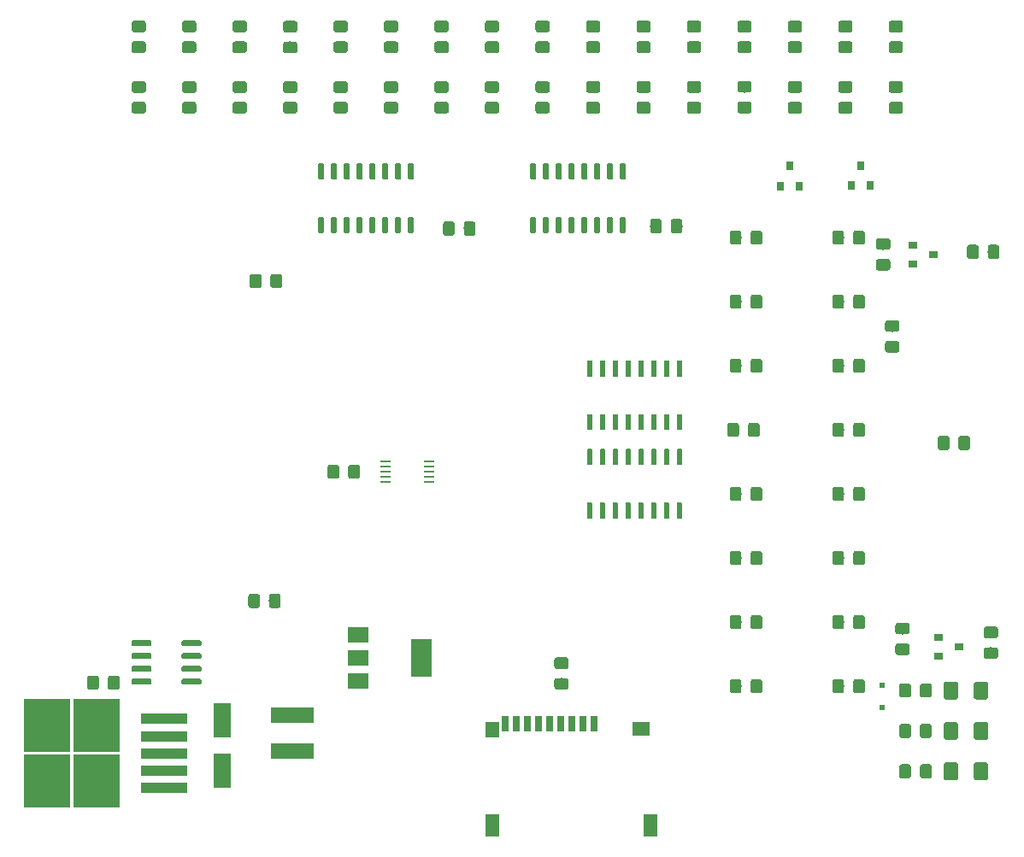
<source format=gbr>
G04 #@! TF.GenerationSoftware,KiCad,Pcbnew,(5.1.4)-1*
G04 #@! TF.CreationDate,2020-02-28T16:58:01+08:00*
G04 #@! TF.ProjectId,led controller v5,6c656420-636f-46e7-9472-6f6c6c657220,rev?*
G04 #@! TF.SameCoordinates,Original*
G04 #@! TF.FileFunction,Paste,Top*
G04 #@! TF.FilePolarity,Positive*
%FSLAX46Y46*%
G04 Gerber Fmt 4.6, Leading zero omitted, Abs format (unit mm)*
G04 Created by KiCad (PCBNEW (5.1.4)-1) date 2020-02-28 16:58:01*
%MOMM*%
%LPD*%
G04 APERTURE LIST*
%ADD10R,1.100000X0.250000*%
%ADD11C,0.100000*%
%ADD12C,1.150000*%
%ADD13C,0.550000*%
%ADD14C,1.425000*%
%ADD15R,2.000000X1.500000*%
%ADD16R,2.000000X3.800000*%
%ADD17R,0.900000X0.800000*%
%ADD18C,0.600000*%
%ADD19R,1.400000X2.200000*%
%ADD20R,1.800000X1.400000*%
%ADD21R,1.400000X1.600000*%
%ADD22R,0.700000X1.600000*%
%ADD23R,0.800000X0.900000*%
%ADD24R,0.500000X0.500000*%
%ADD25R,4.550000X5.250000*%
%ADD26R,4.600000X1.100000*%
%ADD27R,4.200000X1.500000*%
%ADD28R,1.800000X3.500000*%
G04 APERTURE END LIST*
D10*
X37450000Y-66100000D03*
X37450000Y-65600000D03*
X37450000Y-65100000D03*
X37450000Y-64600000D03*
X37450000Y-64100000D03*
X41750000Y-64100000D03*
X41750000Y-64600000D03*
X41750000Y-65100000D03*
X41750000Y-65600000D03*
X41750000Y-66100000D03*
D11*
G36*
X32624505Y-64401204D02*
G01*
X32648773Y-64404804D01*
X32672572Y-64410765D01*
X32695671Y-64419030D01*
X32717850Y-64429520D01*
X32738893Y-64442132D01*
X32758599Y-64456747D01*
X32776777Y-64473223D01*
X32793253Y-64491401D01*
X32807868Y-64511107D01*
X32820480Y-64532150D01*
X32830970Y-64554329D01*
X32839235Y-64577428D01*
X32845196Y-64601227D01*
X32848796Y-64625495D01*
X32850000Y-64649999D01*
X32850000Y-65550001D01*
X32848796Y-65574505D01*
X32845196Y-65598773D01*
X32839235Y-65622572D01*
X32830970Y-65645671D01*
X32820480Y-65667850D01*
X32807868Y-65688893D01*
X32793253Y-65708599D01*
X32776777Y-65726777D01*
X32758599Y-65743253D01*
X32738893Y-65757868D01*
X32717850Y-65770480D01*
X32695671Y-65780970D01*
X32672572Y-65789235D01*
X32648773Y-65795196D01*
X32624505Y-65798796D01*
X32600001Y-65800000D01*
X31949999Y-65800000D01*
X31925495Y-65798796D01*
X31901227Y-65795196D01*
X31877428Y-65789235D01*
X31854329Y-65780970D01*
X31832150Y-65770480D01*
X31811107Y-65757868D01*
X31791401Y-65743253D01*
X31773223Y-65726777D01*
X31756747Y-65708599D01*
X31742132Y-65688893D01*
X31729520Y-65667850D01*
X31719030Y-65645671D01*
X31710765Y-65622572D01*
X31704804Y-65598773D01*
X31701204Y-65574505D01*
X31700000Y-65550001D01*
X31700000Y-64649999D01*
X31701204Y-64625495D01*
X31704804Y-64601227D01*
X31710765Y-64577428D01*
X31719030Y-64554329D01*
X31729520Y-64532150D01*
X31742132Y-64511107D01*
X31756747Y-64491401D01*
X31773223Y-64473223D01*
X31791401Y-64456747D01*
X31811107Y-64442132D01*
X31832150Y-64429520D01*
X31854329Y-64419030D01*
X31877428Y-64410765D01*
X31901227Y-64404804D01*
X31925495Y-64401204D01*
X31949999Y-64400000D01*
X32600001Y-64400000D01*
X32624505Y-64401204D01*
X32624505Y-64401204D01*
G37*
D12*
X32275000Y-65100000D03*
D11*
G36*
X34674505Y-64401204D02*
G01*
X34698773Y-64404804D01*
X34722572Y-64410765D01*
X34745671Y-64419030D01*
X34767850Y-64429520D01*
X34788893Y-64442132D01*
X34808599Y-64456747D01*
X34826777Y-64473223D01*
X34843253Y-64491401D01*
X34857868Y-64511107D01*
X34870480Y-64532150D01*
X34880970Y-64554329D01*
X34889235Y-64577428D01*
X34895196Y-64601227D01*
X34898796Y-64625495D01*
X34900000Y-64649999D01*
X34900000Y-65550001D01*
X34898796Y-65574505D01*
X34895196Y-65598773D01*
X34889235Y-65622572D01*
X34880970Y-65645671D01*
X34870480Y-65667850D01*
X34857868Y-65688893D01*
X34843253Y-65708599D01*
X34826777Y-65726777D01*
X34808599Y-65743253D01*
X34788893Y-65757868D01*
X34767850Y-65770480D01*
X34745671Y-65780970D01*
X34722572Y-65789235D01*
X34698773Y-65795196D01*
X34674505Y-65798796D01*
X34650001Y-65800000D01*
X33999999Y-65800000D01*
X33975495Y-65798796D01*
X33951227Y-65795196D01*
X33927428Y-65789235D01*
X33904329Y-65780970D01*
X33882150Y-65770480D01*
X33861107Y-65757868D01*
X33841401Y-65743253D01*
X33823223Y-65726777D01*
X33806747Y-65708599D01*
X33792132Y-65688893D01*
X33779520Y-65667850D01*
X33769030Y-65645671D01*
X33760765Y-65622572D01*
X33754804Y-65598773D01*
X33751204Y-65574505D01*
X33750000Y-65550001D01*
X33750000Y-64649999D01*
X33751204Y-64625495D01*
X33754804Y-64601227D01*
X33760765Y-64577428D01*
X33769030Y-64554329D01*
X33779520Y-64532150D01*
X33792132Y-64511107D01*
X33806747Y-64491401D01*
X33823223Y-64473223D01*
X33841401Y-64456747D01*
X33861107Y-64442132D01*
X33882150Y-64429520D01*
X33904329Y-64419030D01*
X33927428Y-64410765D01*
X33951227Y-64404804D01*
X33975495Y-64401204D01*
X33999999Y-64400000D01*
X34650001Y-64400000D01*
X34674505Y-64401204D01*
X34674505Y-64401204D01*
G37*
D12*
X34325000Y-65100000D03*
D11*
G36*
X98021505Y-42608204D02*
G01*
X98045773Y-42611804D01*
X98069572Y-42617765D01*
X98092671Y-42626030D01*
X98114850Y-42636520D01*
X98135893Y-42649132D01*
X98155599Y-42663747D01*
X98173777Y-42680223D01*
X98190253Y-42698401D01*
X98204868Y-42718107D01*
X98217480Y-42739150D01*
X98227970Y-42761329D01*
X98236235Y-42784428D01*
X98242196Y-42808227D01*
X98245796Y-42832495D01*
X98247000Y-42856999D01*
X98247000Y-43757001D01*
X98245796Y-43781505D01*
X98242196Y-43805773D01*
X98236235Y-43829572D01*
X98227970Y-43852671D01*
X98217480Y-43874850D01*
X98204868Y-43895893D01*
X98190253Y-43915599D01*
X98173777Y-43933777D01*
X98155599Y-43950253D01*
X98135893Y-43964868D01*
X98114850Y-43977480D01*
X98092671Y-43987970D01*
X98069572Y-43996235D01*
X98045773Y-44002196D01*
X98021505Y-44005796D01*
X97997001Y-44007000D01*
X97346999Y-44007000D01*
X97322495Y-44005796D01*
X97298227Y-44002196D01*
X97274428Y-43996235D01*
X97251329Y-43987970D01*
X97229150Y-43977480D01*
X97208107Y-43964868D01*
X97188401Y-43950253D01*
X97170223Y-43933777D01*
X97153747Y-43915599D01*
X97139132Y-43895893D01*
X97126520Y-43874850D01*
X97116030Y-43852671D01*
X97107765Y-43829572D01*
X97101804Y-43805773D01*
X97098204Y-43781505D01*
X97097000Y-43757001D01*
X97097000Y-42856999D01*
X97098204Y-42832495D01*
X97101804Y-42808227D01*
X97107765Y-42784428D01*
X97116030Y-42761329D01*
X97126520Y-42739150D01*
X97139132Y-42718107D01*
X97153747Y-42698401D01*
X97170223Y-42680223D01*
X97188401Y-42663747D01*
X97208107Y-42649132D01*
X97229150Y-42636520D01*
X97251329Y-42626030D01*
X97274428Y-42617765D01*
X97298227Y-42611804D01*
X97322495Y-42608204D01*
X97346999Y-42607000D01*
X97997001Y-42607000D01*
X98021505Y-42608204D01*
X98021505Y-42608204D01*
G37*
D12*
X97672000Y-43307000D03*
D11*
G36*
X95971505Y-42608204D02*
G01*
X95995773Y-42611804D01*
X96019572Y-42617765D01*
X96042671Y-42626030D01*
X96064850Y-42636520D01*
X96085893Y-42649132D01*
X96105599Y-42663747D01*
X96123777Y-42680223D01*
X96140253Y-42698401D01*
X96154868Y-42718107D01*
X96167480Y-42739150D01*
X96177970Y-42761329D01*
X96186235Y-42784428D01*
X96192196Y-42808227D01*
X96195796Y-42832495D01*
X96197000Y-42856999D01*
X96197000Y-43757001D01*
X96195796Y-43781505D01*
X96192196Y-43805773D01*
X96186235Y-43829572D01*
X96177970Y-43852671D01*
X96167480Y-43874850D01*
X96154868Y-43895893D01*
X96140253Y-43915599D01*
X96123777Y-43933777D01*
X96105599Y-43950253D01*
X96085893Y-43964868D01*
X96064850Y-43977480D01*
X96042671Y-43987970D01*
X96019572Y-43996235D01*
X95995773Y-44002196D01*
X95971505Y-44005796D01*
X95947001Y-44007000D01*
X95296999Y-44007000D01*
X95272495Y-44005796D01*
X95248227Y-44002196D01*
X95224428Y-43996235D01*
X95201329Y-43987970D01*
X95179150Y-43977480D01*
X95158107Y-43964868D01*
X95138401Y-43950253D01*
X95120223Y-43933777D01*
X95103747Y-43915599D01*
X95089132Y-43895893D01*
X95076520Y-43874850D01*
X95066030Y-43852671D01*
X95057765Y-43829572D01*
X95051804Y-43805773D01*
X95048204Y-43781505D01*
X95047000Y-43757001D01*
X95047000Y-42856999D01*
X95048204Y-42832495D01*
X95051804Y-42808227D01*
X95057765Y-42784428D01*
X95066030Y-42761329D01*
X95076520Y-42739150D01*
X95089132Y-42718107D01*
X95103747Y-42698401D01*
X95120223Y-42680223D01*
X95138401Y-42663747D01*
X95158107Y-42649132D01*
X95179150Y-42636520D01*
X95201329Y-42626030D01*
X95224428Y-42617765D01*
X95248227Y-42611804D01*
X95272495Y-42608204D01*
X95296999Y-42607000D01*
X95947001Y-42607000D01*
X95971505Y-42608204D01*
X95971505Y-42608204D01*
G37*
D12*
X95622000Y-43307000D03*
D11*
G36*
X66698977Y-62844662D02*
G01*
X66712325Y-62846642D01*
X66725414Y-62849921D01*
X66738119Y-62854467D01*
X66750317Y-62860236D01*
X66761891Y-62867173D01*
X66772729Y-62875211D01*
X66782727Y-62884273D01*
X66791789Y-62894271D01*
X66799827Y-62905109D01*
X66806764Y-62916683D01*
X66812533Y-62928881D01*
X66817079Y-62941586D01*
X66820358Y-62954675D01*
X66822338Y-62968023D01*
X66823000Y-62981500D01*
X66823000Y-64306500D01*
X66822338Y-64319977D01*
X66820358Y-64333325D01*
X66817079Y-64346414D01*
X66812533Y-64359119D01*
X66806764Y-64371317D01*
X66799827Y-64382891D01*
X66791789Y-64393729D01*
X66782727Y-64403727D01*
X66772729Y-64412789D01*
X66761891Y-64420827D01*
X66750317Y-64427764D01*
X66738119Y-64433533D01*
X66725414Y-64438079D01*
X66712325Y-64441358D01*
X66698977Y-64443338D01*
X66685500Y-64444000D01*
X66410500Y-64444000D01*
X66397023Y-64443338D01*
X66383675Y-64441358D01*
X66370586Y-64438079D01*
X66357881Y-64433533D01*
X66345683Y-64427764D01*
X66334109Y-64420827D01*
X66323271Y-64412789D01*
X66313273Y-64403727D01*
X66304211Y-64393729D01*
X66296173Y-64382891D01*
X66289236Y-64371317D01*
X66283467Y-64359119D01*
X66278921Y-64346414D01*
X66275642Y-64333325D01*
X66273662Y-64319977D01*
X66273000Y-64306500D01*
X66273000Y-62981500D01*
X66273662Y-62968023D01*
X66275642Y-62954675D01*
X66278921Y-62941586D01*
X66283467Y-62928881D01*
X66289236Y-62916683D01*
X66296173Y-62905109D01*
X66304211Y-62894271D01*
X66313273Y-62884273D01*
X66323271Y-62875211D01*
X66334109Y-62867173D01*
X66345683Y-62860236D01*
X66357881Y-62854467D01*
X66370586Y-62849921D01*
X66383675Y-62846642D01*
X66397023Y-62844662D01*
X66410500Y-62844000D01*
X66685500Y-62844000D01*
X66698977Y-62844662D01*
X66698977Y-62844662D01*
G37*
D13*
X66548000Y-63644000D03*
D11*
G36*
X65428977Y-62844662D02*
G01*
X65442325Y-62846642D01*
X65455414Y-62849921D01*
X65468119Y-62854467D01*
X65480317Y-62860236D01*
X65491891Y-62867173D01*
X65502729Y-62875211D01*
X65512727Y-62884273D01*
X65521789Y-62894271D01*
X65529827Y-62905109D01*
X65536764Y-62916683D01*
X65542533Y-62928881D01*
X65547079Y-62941586D01*
X65550358Y-62954675D01*
X65552338Y-62968023D01*
X65553000Y-62981500D01*
X65553000Y-64306500D01*
X65552338Y-64319977D01*
X65550358Y-64333325D01*
X65547079Y-64346414D01*
X65542533Y-64359119D01*
X65536764Y-64371317D01*
X65529827Y-64382891D01*
X65521789Y-64393729D01*
X65512727Y-64403727D01*
X65502729Y-64412789D01*
X65491891Y-64420827D01*
X65480317Y-64427764D01*
X65468119Y-64433533D01*
X65455414Y-64438079D01*
X65442325Y-64441358D01*
X65428977Y-64443338D01*
X65415500Y-64444000D01*
X65140500Y-64444000D01*
X65127023Y-64443338D01*
X65113675Y-64441358D01*
X65100586Y-64438079D01*
X65087881Y-64433533D01*
X65075683Y-64427764D01*
X65064109Y-64420827D01*
X65053271Y-64412789D01*
X65043273Y-64403727D01*
X65034211Y-64393729D01*
X65026173Y-64382891D01*
X65019236Y-64371317D01*
X65013467Y-64359119D01*
X65008921Y-64346414D01*
X65005642Y-64333325D01*
X65003662Y-64319977D01*
X65003000Y-64306500D01*
X65003000Y-62981500D01*
X65003662Y-62968023D01*
X65005642Y-62954675D01*
X65008921Y-62941586D01*
X65013467Y-62928881D01*
X65019236Y-62916683D01*
X65026173Y-62905109D01*
X65034211Y-62894271D01*
X65043273Y-62884273D01*
X65053271Y-62875211D01*
X65064109Y-62867173D01*
X65075683Y-62860236D01*
X65087881Y-62854467D01*
X65100586Y-62849921D01*
X65113675Y-62846642D01*
X65127023Y-62844662D01*
X65140500Y-62844000D01*
X65415500Y-62844000D01*
X65428977Y-62844662D01*
X65428977Y-62844662D01*
G37*
D13*
X65278000Y-63644000D03*
D11*
G36*
X64158977Y-62844662D02*
G01*
X64172325Y-62846642D01*
X64185414Y-62849921D01*
X64198119Y-62854467D01*
X64210317Y-62860236D01*
X64221891Y-62867173D01*
X64232729Y-62875211D01*
X64242727Y-62884273D01*
X64251789Y-62894271D01*
X64259827Y-62905109D01*
X64266764Y-62916683D01*
X64272533Y-62928881D01*
X64277079Y-62941586D01*
X64280358Y-62954675D01*
X64282338Y-62968023D01*
X64283000Y-62981500D01*
X64283000Y-64306500D01*
X64282338Y-64319977D01*
X64280358Y-64333325D01*
X64277079Y-64346414D01*
X64272533Y-64359119D01*
X64266764Y-64371317D01*
X64259827Y-64382891D01*
X64251789Y-64393729D01*
X64242727Y-64403727D01*
X64232729Y-64412789D01*
X64221891Y-64420827D01*
X64210317Y-64427764D01*
X64198119Y-64433533D01*
X64185414Y-64438079D01*
X64172325Y-64441358D01*
X64158977Y-64443338D01*
X64145500Y-64444000D01*
X63870500Y-64444000D01*
X63857023Y-64443338D01*
X63843675Y-64441358D01*
X63830586Y-64438079D01*
X63817881Y-64433533D01*
X63805683Y-64427764D01*
X63794109Y-64420827D01*
X63783271Y-64412789D01*
X63773273Y-64403727D01*
X63764211Y-64393729D01*
X63756173Y-64382891D01*
X63749236Y-64371317D01*
X63743467Y-64359119D01*
X63738921Y-64346414D01*
X63735642Y-64333325D01*
X63733662Y-64319977D01*
X63733000Y-64306500D01*
X63733000Y-62981500D01*
X63733662Y-62968023D01*
X63735642Y-62954675D01*
X63738921Y-62941586D01*
X63743467Y-62928881D01*
X63749236Y-62916683D01*
X63756173Y-62905109D01*
X63764211Y-62894271D01*
X63773273Y-62884273D01*
X63783271Y-62875211D01*
X63794109Y-62867173D01*
X63805683Y-62860236D01*
X63817881Y-62854467D01*
X63830586Y-62849921D01*
X63843675Y-62846642D01*
X63857023Y-62844662D01*
X63870500Y-62844000D01*
X64145500Y-62844000D01*
X64158977Y-62844662D01*
X64158977Y-62844662D01*
G37*
D13*
X64008000Y-63644000D03*
D11*
G36*
X62888977Y-62844662D02*
G01*
X62902325Y-62846642D01*
X62915414Y-62849921D01*
X62928119Y-62854467D01*
X62940317Y-62860236D01*
X62951891Y-62867173D01*
X62962729Y-62875211D01*
X62972727Y-62884273D01*
X62981789Y-62894271D01*
X62989827Y-62905109D01*
X62996764Y-62916683D01*
X63002533Y-62928881D01*
X63007079Y-62941586D01*
X63010358Y-62954675D01*
X63012338Y-62968023D01*
X63013000Y-62981500D01*
X63013000Y-64306500D01*
X63012338Y-64319977D01*
X63010358Y-64333325D01*
X63007079Y-64346414D01*
X63002533Y-64359119D01*
X62996764Y-64371317D01*
X62989827Y-64382891D01*
X62981789Y-64393729D01*
X62972727Y-64403727D01*
X62962729Y-64412789D01*
X62951891Y-64420827D01*
X62940317Y-64427764D01*
X62928119Y-64433533D01*
X62915414Y-64438079D01*
X62902325Y-64441358D01*
X62888977Y-64443338D01*
X62875500Y-64444000D01*
X62600500Y-64444000D01*
X62587023Y-64443338D01*
X62573675Y-64441358D01*
X62560586Y-64438079D01*
X62547881Y-64433533D01*
X62535683Y-64427764D01*
X62524109Y-64420827D01*
X62513271Y-64412789D01*
X62503273Y-64403727D01*
X62494211Y-64393729D01*
X62486173Y-64382891D01*
X62479236Y-64371317D01*
X62473467Y-64359119D01*
X62468921Y-64346414D01*
X62465642Y-64333325D01*
X62463662Y-64319977D01*
X62463000Y-64306500D01*
X62463000Y-62981500D01*
X62463662Y-62968023D01*
X62465642Y-62954675D01*
X62468921Y-62941586D01*
X62473467Y-62928881D01*
X62479236Y-62916683D01*
X62486173Y-62905109D01*
X62494211Y-62894271D01*
X62503273Y-62884273D01*
X62513271Y-62875211D01*
X62524109Y-62867173D01*
X62535683Y-62860236D01*
X62547881Y-62854467D01*
X62560586Y-62849921D01*
X62573675Y-62846642D01*
X62587023Y-62844662D01*
X62600500Y-62844000D01*
X62875500Y-62844000D01*
X62888977Y-62844662D01*
X62888977Y-62844662D01*
G37*
D13*
X62738000Y-63644000D03*
D11*
G36*
X61618977Y-62844662D02*
G01*
X61632325Y-62846642D01*
X61645414Y-62849921D01*
X61658119Y-62854467D01*
X61670317Y-62860236D01*
X61681891Y-62867173D01*
X61692729Y-62875211D01*
X61702727Y-62884273D01*
X61711789Y-62894271D01*
X61719827Y-62905109D01*
X61726764Y-62916683D01*
X61732533Y-62928881D01*
X61737079Y-62941586D01*
X61740358Y-62954675D01*
X61742338Y-62968023D01*
X61743000Y-62981500D01*
X61743000Y-64306500D01*
X61742338Y-64319977D01*
X61740358Y-64333325D01*
X61737079Y-64346414D01*
X61732533Y-64359119D01*
X61726764Y-64371317D01*
X61719827Y-64382891D01*
X61711789Y-64393729D01*
X61702727Y-64403727D01*
X61692729Y-64412789D01*
X61681891Y-64420827D01*
X61670317Y-64427764D01*
X61658119Y-64433533D01*
X61645414Y-64438079D01*
X61632325Y-64441358D01*
X61618977Y-64443338D01*
X61605500Y-64444000D01*
X61330500Y-64444000D01*
X61317023Y-64443338D01*
X61303675Y-64441358D01*
X61290586Y-64438079D01*
X61277881Y-64433533D01*
X61265683Y-64427764D01*
X61254109Y-64420827D01*
X61243271Y-64412789D01*
X61233273Y-64403727D01*
X61224211Y-64393729D01*
X61216173Y-64382891D01*
X61209236Y-64371317D01*
X61203467Y-64359119D01*
X61198921Y-64346414D01*
X61195642Y-64333325D01*
X61193662Y-64319977D01*
X61193000Y-64306500D01*
X61193000Y-62981500D01*
X61193662Y-62968023D01*
X61195642Y-62954675D01*
X61198921Y-62941586D01*
X61203467Y-62928881D01*
X61209236Y-62916683D01*
X61216173Y-62905109D01*
X61224211Y-62894271D01*
X61233273Y-62884273D01*
X61243271Y-62875211D01*
X61254109Y-62867173D01*
X61265683Y-62860236D01*
X61277881Y-62854467D01*
X61290586Y-62849921D01*
X61303675Y-62846642D01*
X61317023Y-62844662D01*
X61330500Y-62844000D01*
X61605500Y-62844000D01*
X61618977Y-62844662D01*
X61618977Y-62844662D01*
G37*
D13*
X61468000Y-63644000D03*
D11*
G36*
X60348977Y-62844662D02*
G01*
X60362325Y-62846642D01*
X60375414Y-62849921D01*
X60388119Y-62854467D01*
X60400317Y-62860236D01*
X60411891Y-62867173D01*
X60422729Y-62875211D01*
X60432727Y-62884273D01*
X60441789Y-62894271D01*
X60449827Y-62905109D01*
X60456764Y-62916683D01*
X60462533Y-62928881D01*
X60467079Y-62941586D01*
X60470358Y-62954675D01*
X60472338Y-62968023D01*
X60473000Y-62981500D01*
X60473000Y-64306500D01*
X60472338Y-64319977D01*
X60470358Y-64333325D01*
X60467079Y-64346414D01*
X60462533Y-64359119D01*
X60456764Y-64371317D01*
X60449827Y-64382891D01*
X60441789Y-64393729D01*
X60432727Y-64403727D01*
X60422729Y-64412789D01*
X60411891Y-64420827D01*
X60400317Y-64427764D01*
X60388119Y-64433533D01*
X60375414Y-64438079D01*
X60362325Y-64441358D01*
X60348977Y-64443338D01*
X60335500Y-64444000D01*
X60060500Y-64444000D01*
X60047023Y-64443338D01*
X60033675Y-64441358D01*
X60020586Y-64438079D01*
X60007881Y-64433533D01*
X59995683Y-64427764D01*
X59984109Y-64420827D01*
X59973271Y-64412789D01*
X59963273Y-64403727D01*
X59954211Y-64393729D01*
X59946173Y-64382891D01*
X59939236Y-64371317D01*
X59933467Y-64359119D01*
X59928921Y-64346414D01*
X59925642Y-64333325D01*
X59923662Y-64319977D01*
X59923000Y-64306500D01*
X59923000Y-62981500D01*
X59923662Y-62968023D01*
X59925642Y-62954675D01*
X59928921Y-62941586D01*
X59933467Y-62928881D01*
X59939236Y-62916683D01*
X59946173Y-62905109D01*
X59954211Y-62894271D01*
X59963273Y-62884273D01*
X59973271Y-62875211D01*
X59984109Y-62867173D01*
X59995683Y-62860236D01*
X60007881Y-62854467D01*
X60020586Y-62849921D01*
X60033675Y-62846642D01*
X60047023Y-62844662D01*
X60060500Y-62844000D01*
X60335500Y-62844000D01*
X60348977Y-62844662D01*
X60348977Y-62844662D01*
G37*
D13*
X60198000Y-63644000D03*
D11*
G36*
X59078977Y-62844662D02*
G01*
X59092325Y-62846642D01*
X59105414Y-62849921D01*
X59118119Y-62854467D01*
X59130317Y-62860236D01*
X59141891Y-62867173D01*
X59152729Y-62875211D01*
X59162727Y-62884273D01*
X59171789Y-62894271D01*
X59179827Y-62905109D01*
X59186764Y-62916683D01*
X59192533Y-62928881D01*
X59197079Y-62941586D01*
X59200358Y-62954675D01*
X59202338Y-62968023D01*
X59203000Y-62981500D01*
X59203000Y-64306500D01*
X59202338Y-64319977D01*
X59200358Y-64333325D01*
X59197079Y-64346414D01*
X59192533Y-64359119D01*
X59186764Y-64371317D01*
X59179827Y-64382891D01*
X59171789Y-64393729D01*
X59162727Y-64403727D01*
X59152729Y-64412789D01*
X59141891Y-64420827D01*
X59130317Y-64427764D01*
X59118119Y-64433533D01*
X59105414Y-64438079D01*
X59092325Y-64441358D01*
X59078977Y-64443338D01*
X59065500Y-64444000D01*
X58790500Y-64444000D01*
X58777023Y-64443338D01*
X58763675Y-64441358D01*
X58750586Y-64438079D01*
X58737881Y-64433533D01*
X58725683Y-64427764D01*
X58714109Y-64420827D01*
X58703271Y-64412789D01*
X58693273Y-64403727D01*
X58684211Y-64393729D01*
X58676173Y-64382891D01*
X58669236Y-64371317D01*
X58663467Y-64359119D01*
X58658921Y-64346414D01*
X58655642Y-64333325D01*
X58653662Y-64319977D01*
X58653000Y-64306500D01*
X58653000Y-62981500D01*
X58653662Y-62968023D01*
X58655642Y-62954675D01*
X58658921Y-62941586D01*
X58663467Y-62928881D01*
X58669236Y-62916683D01*
X58676173Y-62905109D01*
X58684211Y-62894271D01*
X58693273Y-62884273D01*
X58703271Y-62875211D01*
X58714109Y-62867173D01*
X58725683Y-62860236D01*
X58737881Y-62854467D01*
X58750586Y-62849921D01*
X58763675Y-62846642D01*
X58777023Y-62844662D01*
X58790500Y-62844000D01*
X59065500Y-62844000D01*
X59078977Y-62844662D01*
X59078977Y-62844662D01*
G37*
D13*
X58928000Y-63644000D03*
D11*
G36*
X57808977Y-62844662D02*
G01*
X57822325Y-62846642D01*
X57835414Y-62849921D01*
X57848119Y-62854467D01*
X57860317Y-62860236D01*
X57871891Y-62867173D01*
X57882729Y-62875211D01*
X57892727Y-62884273D01*
X57901789Y-62894271D01*
X57909827Y-62905109D01*
X57916764Y-62916683D01*
X57922533Y-62928881D01*
X57927079Y-62941586D01*
X57930358Y-62954675D01*
X57932338Y-62968023D01*
X57933000Y-62981500D01*
X57933000Y-64306500D01*
X57932338Y-64319977D01*
X57930358Y-64333325D01*
X57927079Y-64346414D01*
X57922533Y-64359119D01*
X57916764Y-64371317D01*
X57909827Y-64382891D01*
X57901789Y-64393729D01*
X57892727Y-64403727D01*
X57882729Y-64412789D01*
X57871891Y-64420827D01*
X57860317Y-64427764D01*
X57848119Y-64433533D01*
X57835414Y-64438079D01*
X57822325Y-64441358D01*
X57808977Y-64443338D01*
X57795500Y-64444000D01*
X57520500Y-64444000D01*
X57507023Y-64443338D01*
X57493675Y-64441358D01*
X57480586Y-64438079D01*
X57467881Y-64433533D01*
X57455683Y-64427764D01*
X57444109Y-64420827D01*
X57433271Y-64412789D01*
X57423273Y-64403727D01*
X57414211Y-64393729D01*
X57406173Y-64382891D01*
X57399236Y-64371317D01*
X57393467Y-64359119D01*
X57388921Y-64346414D01*
X57385642Y-64333325D01*
X57383662Y-64319977D01*
X57383000Y-64306500D01*
X57383000Y-62981500D01*
X57383662Y-62968023D01*
X57385642Y-62954675D01*
X57388921Y-62941586D01*
X57393467Y-62928881D01*
X57399236Y-62916683D01*
X57406173Y-62905109D01*
X57414211Y-62894271D01*
X57423273Y-62884273D01*
X57433271Y-62875211D01*
X57444109Y-62867173D01*
X57455683Y-62860236D01*
X57467881Y-62854467D01*
X57480586Y-62849921D01*
X57493675Y-62846642D01*
X57507023Y-62844662D01*
X57520500Y-62844000D01*
X57795500Y-62844000D01*
X57808977Y-62844662D01*
X57808977Y-62844662D01*
G37*
D13*
X57658000Y-63644000D03*
D11*
G36*
X57808977Y-68144662D02*
G01*
X57822325Y-68146642D01*
X57835414Y-68149921D01*
X57848119Y-68154467D01*
X57860317Y-68160236D01*
X57871891Y-68167173D01*
X57882729Y-68175211D01*
X57892727Y-68184273D01*
X57901789Y-68194271D01*
X57909827Y-68205109D01*
X57916764Y-68216683D01*
X57922533Y-68228881D01*
X57927079Y-68241586D01*
X57930358Y-68254675D01*
X57932338Y-68268023D01*
X57933000Y-68281500D01*
X57933000Y-69606500D01*
X57932338Y-69619977D01*
X57930358Y-69633325D01*
X57927079Y-69646414D01*
X57922533Y-69659119D01*
X57916764Y-69671317D01*
X57909827Y-69682891D01*
X57901789Y-69693729D01*
X57892727Y-69703727D01*
X57882729Y-69712789D01*
X57871891Y-69720827D01*
X57860317Y-69727764D01*
X57848119Y-69733533D01*
X57835414Y-69738079D01*
X57822325Y-69741358D01*
X57808977Y-69743338D01*
X57795500Y-69744000D01*
X57520500Y-69744000D01*
X57507023Y-69743338D01*
X57493675Y-69741358D01*
X57480586Y-69738079D01*
X57467881Y-69733533D01*
X57455683Y-69727764D01*
X57444109Y-69720827D01*
X57433271Y-69712789D01*
X57423273Y-69703727D01*
X57414211Y-69693729D01*
X57406173Y-69682891D01*
X57399236Y-69671317D01*
X57393467Y-69659119D01*
X57388921Y-69646414D01*
X57385642Y-69633325D01*
X57383662Y-69619977D01*
X57383000Y-69606500D01*
X57383000Y-68281500D01*
X57383662Y-68268023D01*
X57385642Y-68254675D01*
X57388921Y-68241586D01*
X57393467Y-68228881D01*
X57399236Y-68216683D01*
X57406173Y-68205109D01*
X57414211Y-68194271D01*
X57423273Y-68184273D01*
X57433271Y-68175211D01*
X57444109Y-68167173D01*
X57455683Y-68160236D01*
X57467881Y-68154467D01*
X57480586Y-68149921D01*
X57493675Y-68146642D01*
X57507023Y-68144662D01*
X57520500Y-68144000D01*
X57795500Y-68144000D01*
X57808977Y-68144662D01*
X57808977Y-68144662D01*
G37*
D13*
X57658000Y-68944000D03*
D11*
G36*
X59078977Y-68144662D02*
G01*
X59092325Y-68146642D01*
X59105414Y-68149921D01*
X59118119Y-68154467D01*
X59130317Y-68160236D01*
X59141891Y-68167173D01*
X59152729Y-68175211D01*
X59162727Y-68184273D01*
X59171789Y-68194271D01*
X59179827Y-68205109D01*
X59186764Y-68216683D01*
X59192533Y-68228881D01*
X59197079Y-68241586D01*
X59200358Y-68254675D01*
X59202338Y-68268023D01*
X59203000Y-68281500D01*
X59203000Y-69606500D01*
X59202338Y-69619977D01*
X59200358Y-69633325D01*
X59197079Y-69646414D01*
X59192533Y-69659119D01*
X59186764Y-69671317D01*
X59179827Y-69682891D01*
X59171789Y-69693729D01*
X59162727Y-69703727D01*
X59152729Y-69712789D01*
X59141891Y-69720827D01*
X59130317Y-69727764D01*
X59118119Y-69733533D01*
X59105414Y-69738079D01*
X59092325Y-69741358D01*
X59078977Y-69743338D01*
X59065500Y-69744000D01*
X58790500Y-69744000D01*
X58777023Y-69743338D01*
X58763675Y-69741358D01*
X58750586Y-69738079D01*
X58737881Y-69733533D01*
X58725683Y-69727764D01*
X58714109Y-69720827D01*
X58703271Y-69712789D01*
X58693273Y-69703727D01*
X58684211Y-69693729D01*
X58676173Y-69682891D01*
X58669236Y-69671317D01*
X58663467Y-69659119D01*
X58658921Y-69646414D01*
X58655642Y-69633325D01*
X58653662Y-69619977D01*
X58653000Y-69606500D01*
X58653000Y-68281500D01*
X58653662Y-68268023D01*
X58655642Y-68254675D01*
X58658921Y-68241586D01*
X58663467Y-68228881D01*
X58669236Y-68216683D01*
X58676173Y-68205109D01*
X58684211Y-68194271D01*
X58693273Y-68184273D01*
X58703271Y-68175211D01*
X58714109Y-68167173D01*
X58725683Y-68160236D01*
X58737881Y-68154467D01*
X58750586Y-68149921D01*
X58763675Y-68146642D01*
X58777023Y-68144662D01*
X58790500Y-68144000D01*
X59065500Y-68144000D01*
X59078977Y-68144662D01*
X59078977Y-68144662D01*
G37*
D13*
X58928000Y-68944000D03*
D11*
G36*
X60348977Y-68144662D02*
G01*
X60362325Y-68146642D01*
X60375414Y-68149921D01*
X60388119Y-68154467D01*
X60400317Y-68160236D01*
X60411891Y-68167173D01*
X60422729Y-68175211D01*
X60432727Y-68184273D01*
X60441789Y-68194271D01*
X60449827Y-68205109D01*
X60456764Y-68216683D01*
X60462533Y-68228881D01*
X60467079Y-68241586D01*
X60470358Y-68254675D01*
X60472338Y-68268023D01*
X60473000Y-68281500D01*
X60473000Y-69606500D01*
X60472338Y-69619977D01*
X60470358Y-69633325D01*
X60467079Y-69646414D01*
X60462533Y-69659119D01*
X60456764Y-69671317D01*
X60449827Y-69682891D01*
X60441789Y-69693729D01*
X60432727Y-69703727D01*
X60422729Y-69712789D01*
X60411891Y-69720827D01*
X60400317Y-69727764D01*
X60388119Y-69733533D01*
X60375414Y-69738079D01*
X60362325Y-69741358D01*
X60348977Y-69743338D01*
X60335500Y-69744000D01*
X60060500Y-69744000D01*
X60047023Y-69743338D01*
X60033675Y-69741358D01*
X60020586Y-69738079D01*
X60007881Y-69733533D01*
X59995683Y-69727764D01*
X59984109Y-69720827D01*
X59973271Y-69712789D01*
X59963273Y-69703727D01*
X59954211Y-69693729D01*
X59946173Y-69682891D01*
X59939236Y-69671317D01*
X59933467Y-69659119D01*
X59928921Y-69646414D01*
X59925642Y-69633325D01*
X59923662Y-69619977D01*
X59923000Y-69606500D01*
X59923000Y-68281500D01*
X59923662Y-68268023D01*
X59925642Y-68254675D01*
X59928921Y-68241586D01*
X59933467Y-68228881D01*
X59939236Y-68216683D01*
X59946173Y-68205109D01*
X59954211Y-68194271D01*
X59963273Y-68184273D01*
X59973271Y-68175211D01*
X59984109Y-68167173D01*
X59995683Y-68160236D01*
X60007881Y-68154467D01*
X60020586Y-68149921D01*
X60033675Y-68146642D01*
X60047023Y-68144662D01*
X60060500Y-68144000D01*
X60335500Y-68144000D01*
X60348977Y-68144662D01*
X60348977Y-68144662D01*
G37*
D13*
X60198000Y-68944000D03*
D11*
G36*
X61618977Y-68144662D02*
G01*
X61632325Y-68146642D01*
X61645414Y-68149921D01*
X61658119Y-68154467D01*
X61670317Y-68160236D01*
X61681891Y-68167173D01*
X61692729Y-68175211D01*
X61702727Y-68184273D01*
X61711789Y-68194271D01*
X61719827Y-68205109D01*
X61726764Y-68216683D01*
X61732533Y-68228881D01*
X61737079Y-68241586D01*
X61740358Y-68254675D01*
X61742338Y-68268023D01*
X61743000Y-68281500D01*
X61743000Y-69606500D01*
X61742338Y-69619977D01*
X61740358Y-69633325D01*
X61737079Y-69646414D01*
X61732533Y-69659119D01*
X61726764Y-69671317D01*
X61719827Y-69682891D01*
X61711789Y-69693729D01*
X61702727Y-69703727D01*
X61692729Y-69712789D01*
X61681891Y-69720827D01*
X61670317Y-69727764D01*
X61658119Y-69733533D01*
X61645414Y-69738079D01*
X61632325Y-69741358D01*
X61618977Y-69743338D01*
X61605500Y-69744000D01*
X61330500Y-69744000D01*
X61317023Y-69743338D01*
X61303675Y-69741358D01*
X61290586Y-69738079D01*
X61277881Y-69733533D01*
X61265683Y-69727764D01*
X61254109Y-69720827D01*
X61243271Y-69712789D01*
X61233273Y-69703727D01*
X61224211Y-69693729D01*
X61216173Y-69682891D01*
X61209236Y-69671317D01*
X61203467Y-69659119D01*
X61198921Y-69646414D01*
X61195642Y-69633325D01*
X61193662Y-69619977D01*
X61193000Y-69606500D01*
X61193000Y-68281500D01*
X61193662Y-68268023D01*
X61195642Y-68254675D01*
X61198921Y-68241586D01*
X61203467Y-68228881D01*
X61209236Y-68216683D01*
X61216173Y-68205109D01*
X61224211Y-68194271D01*
X61233273Y-68184273D01*
X61243271Y-68175211D01*
X61254109Y-68167173D01*
X61265683Y-68160236D01*
X61277881Y-68154467D01*
X61290586Y-68149921D01*
X61303675Y-68146642D01*
X61317023Y-68144662D01*
X61330500Y-68144000D01*
X61605500Y-68144000D01*
X61618977Y-68144662D01*
X61618977Y-68144662D01*
G37*
D13*
X61468000Y-68944000D03*
D11*
G36*
X62888977Y-68144662D02*
G01*
X62902325Y-68146642D01*
X62915414Y-68149921D01*
X62928119Y-68154467D01*
X62940317Y-68160236D01*
X62951891Y-68167173D01*
X62962729Y-68175211D01*
X62972727Y-68184273D01*
X62981789Y-68194271D01*
X62989827Y-68205109D01*
X62996764Y-68216683D01*
X63002533Y-68228881D01*
X63007079Y-68241586D01*
X63010358Y-68254675D01*
X63012338Y-68268023D01*
X63013000Y-68281500D01*
X63013000Y-69606500D01*
X63012338Y-69619977D01*
X63010358Y-69633325D01*
X63007079Y-69646414D01*
X63002533Y-69659119D01*
X62996764Y-69671317D01*
X62989827Y-69682891D01*
X62981789Y-69693729D01*
X62972727Y-69703727D01*
X62962729Y-69712789D01*
X62951891Y-69720827D01*
X62940317Y-69727764D01*
X62928119Y-69733533D01*
X62915414Y-69738079D01*
X62902325Y-69741358D01*
X62888977Y-69743338D01*
X62875500Y-69744000D01*
X62600500Y-69744000D01*
X62587023Y-69743338D01*
X62573675Y-69741358D01*
X62560586Y-69738079D01*
X62547881Y-69733533D01*
X62535683Y-69727764D01*
X62524109Y-69720827D01*
X62513271Y-69712789D01*
X62503273Y-69703727D01*
X62494211Y-69693729D01*
X62486173Y-69682891D01*
X62479236Y-69671317D01*
X62473467Y-69659119D01*
X62468921Y-69646414D01*
X62465642Y-69633325D01*
X62463662Y-69619977D01*
X62463000Y-69606500D01*
X62463000Y-68281500D01*
X62463662Y-68268023D01*
X62465642Y-68254675D01*
X62468921Y-68241586D01*
X62473467Y-68228881D01*
X62479236Y-68216683D01*
X62486173Y-68205109D01*
X62494211Y-68194271D01*
X62503273Y-68184273D01*
X62513271Y-68175211D01*
X62524109Y-68167173D01*
X62535683Y-68160236D01*
X62547881Y-68154467D01*
X62560586Y-68149921D01*
X62573675Y-68146642D01*
X62587023Y-68144662D01*
X62600500Y-68144000D01*
X62875500Y-68144000D01*
X62888977Y-68144662D01*
X62888977Y-68144662D01*
G37*
D13*
X62738000Y-68944000D03*
D11*
G36*
X64158977Y-68144662D02*
G01*
X64172325Y-68146642D01*
X64185414Y-68149921D01*
X64198119Y-68154467D01*
X64210317Y-68160236D01*
X64221891Y-68167173D01*
X64232729Y-68175211D01*
X64242727Y-68184273D01*
X64251789Y-68194271D01*
X64259827Y-68205109D01*
X64266764Y-68216683D01*
X64272533Y-68228881D01*
X64277079Y-68241586D01*
X64280358Y-68254675D01*
X64282338Y-68268023D01*
X64283000Y-68281500D01*
X64283000Y-69606500D01*
X64282338Y-69619977D01*
X64280358Y-69633325D01*
X64277079Y-69646414D01*
X64272533Y-69659119D01*
X64266764Y-69671317D01*
X64259827Y-69682891D01*
X64251789Y-69693729D01*
X64242727Y-69703727D01*
X64232729Y-69712789D01*
X64221891Y-69720827D01*
X64210317Y-69727764D01*
X64198119Y-69733533D01*
X64185414Y-69738079D01*
X64172325Y-69741358D01*
X64158977Y-69743338D01*
X64145500Y-69744000D01*
X63870500Y-69744000D01*
X63857023Y-69743338D01*
X63843675Y-69741358D01*
X63830586Y-69738079D01*
X63817881Y-69733533D01*
X63805683Y-69727764D01*
X63794109Y-69720827D01*
X63783271Y-69712789D01*
X63773273Y-69703727D01*
X63764211Y-69693729D01*
X63756173Y-69682891D01*
X63749236Y-69671317D01*
X63743467Y-69659119D01*
X63738921Y-69646414D01*
X63735642Y-69633325D01*
X63733662Y-69619977D01*
X63733000Y-69606500D01*
X63733000Y-68281500D01*
X63733662Y-68268023D01*
X63735642Y-68254675D01*
X63738921Y-68241586D01*
X63743467Y-68228881D01*
X63749236Y-68216683D01*
X63756173Y-68205109D01*
X63764211Y-68194271D01*
X63773273Y-68184273D01*
X63783271Y-68175211D01*
X63794109Y-68167173D01*
X63805683Y-68160236D01*
X63817881Y-68154467D01*
X63830586Y-68149921D01*
X63843675Y-68146642D01*
X63857023Y-68144662D01*
X63870500Y-68144000D01*
X64145500Y-68144000D01*
X64158977Y-68144662D01*
X64158977Y-68144662D01*
G37*
D13*
X64008000Y-68944000D03*
D11*
G36*
X65428977Y-68144662D02*
G01*
X65442325Y-68146642D01*
X65455414Y-68149921D01*
X65468119Y-68154467D01*
X65480317Y-68160236D01*
X65491891Y-68167173D01*
X65502729Y-68175211D01*
X65512727Y-68184273D01*
X65521789Y-68194271D01*
X65529827Y-68205109D01*
X65536764Y-68216683D01*
X65542533Y-68228881D01*
X65547079Y-68241586D01*
X65550358Y-68254675D01*
X65552338Y-68268023D01*
X65553000Y-68281500D01*
X65553000Y-69606500D01*
X65552338Y-69619977D01*
X65550358Y-69633325D01*
X65547079Y-69646414D01*
X65542533Y-69659119D01*
X65536764Y-69671317D01*
X65529827Y-69682891D01*
X65521789Y-69693729D01*
X65512727Y-69703727D01*
X65502729Y-69712789D01*
X65491891Y-69720827D01*
X65480317Y-69727764D01*
X65468119Y-69733533D01*
X65455414Y-69738079D01*
X65442325Y-69741358D01*
X65428977Y-69743338D01*
X65415500Y-69744000D01*
X65140500Y-69744000D01*
X65127023Y-69743338D01*
X65113675Y-69741358D01*
X65100586Y-69738079D01*
X65087881Y-69733533D01*
X65075683Y-69727764D01*
X65064109Y-69720827D01*
X65053271Y-69712789D01*
X65043273Y-69703727D01*
X65034211Y-69693729D01*
X65026173Y-69682891D01*
X65019236Y-69671317D01*
X65013467Y-69659119D01*
X65008921Y-69646414D01*
X65005642Y-69633325D01*
X65003662Y-69619977D01*
X65003000Y-69606500D01*
X65003000Y-68281500D01*
X65003662Y-68268023D01*
X65005642Y-68254675D01*
X65008921Y-68241586D01*
X65013467Y-68228881D01*
X65019236Y-68216683D01*
X65026173Y-68205109D01*
X65034211Y-68194271D01*
X65043273Y-68184273D01*
X65053271Y-68175211D01*
X65064109Y-68167173D01*
X65075683Y-68160236D01*
X65087881Y-68154467D01*
X65100586Y-68149921D01*
X65113675Y-68146642D01*
X65127023Y-68144662D01*
X65140500Y-68144000D01*
X65415500Y-68144000D01*
X65428977Y-68144662D01*
X65428977Y-68144662D01*
G37*
D13*
X65278000Y-68944000D03*
D11*
G36*
X66698977Y-68144662D02*
G01*
X66712325Y-68146642D01*
X66725414Y-68149921D01*
X66738119Y-68154467D01*
X66750317Y-68160236D01*
X66761891Y-68167173D01*
X66772729Y-68175211D01*
X66782727Y-68184273D01*
X66791789Y-68194271D01*
X66799827Y-68205109D01*
X66806764Y-68216683D01*
X66812533Y-68228881D01*
X66817079Y-68241586D01*
X66820358Y-68254675D01*
X66822338Y-68268023D01*
X66823000Y-68281500D01*
X66823000Y-69606500D01*
X66822338Y-69619977D01*
X66820358Y-69633325D01*
X66817079Y-69646414D01*
X66812533Y-69659119D01*
X66806764Y-69671317D01*
X66799827Y-69682891D01*
X66791789Y-69693729D01*
X66782727Y-69703727D01*
X66772729Y-69712789D01*
X66761891Y-69720827D01*
X66750317Y-69727764D01*
X66738119Y-69733533D01*
X66725414Y-69738079D01*
X66712325Y-69741358D01*
X66698977Y-69743338D01*
X66685500Y-69744000D01*
X66410500Y-69744000D01*
X66397023Y-69743338D01*
X66383675Y-69741358D01*
X66370586Y-69738079D01*
X66357881Y-69733533D01*
X66345683Y-69727764D01*
X66334109Y-69720827D01*
X66323271Y-69712789D01*
X66313273Y-69703727D01*
X66304211Y-69693729D01*
X66296173Y-69682891D01*
X66289236Y-69671317D01*
X66283467Y-69659119D01*
X66278921Y-69646414D01*
X66275642Y-69633325D01*
X66273662Y-69619977D01*
X66273000Y-69606500D01*
X66273000Y-68281500D01*
X66273662Y-68268023D01*
X66275642Y-68254675D01*
X66278921Y-68241586D01*
X66283467Y-68228881D01*
X66289236Y-68216683D01*
X66296173Y-68205109D01*
X66304211Y-68194271D01*
X66313273Y-68184273D01*
X66323271Y-68175211D01*
X66334109Y-68167173D01*
X66345683Y-68160236D01*
X66357881Y-68154467D01*
X66370586Y-68149921D01*
X66383675Y-68146642D01*
X66397023Y-68144662D01*
X66410500Y-68144000D01*
X66685500Y-68144000D01*
X66698977Y-68144662D01*
X66698977Y-68144662D01*
G37*
D13*
X66548000Y-68944000D03*
D11*
G36*
X66698977Y-54081662D02*
G01*
X66712325Y-54083642D01*
X66725414Y-54086921D01*
X66738119Y-54091467D01*
X66750317Y-54097236D01*
X66761891Y-54104173D01*
X66772729Y-54112211D01*
X66782727Y-54121273D01*
X66791789Y-54131271D01*
X66799827Y-54142109D01*
X66806764Y-54153683D01*
X66812533Y-54165881D01*
X66817079Y-54178586D01*
X66820358Y-54191675D01*
X66822338Y-54205023D01*
X66823000Y-54218500D01*
X66823000Y-55543500D01*
X66822338Y-55556977D01*
X66820358Y-55570325D01*
X66817079Y-55583414D01*
X66812533Y-55596119D01*
X66806764Y-55608317D01*
X66799827Y-55619891D01*
X66791789Y-55630729D01*
X66782727Y-55640727D01*
X66772729Y-55649789D01*
X66761891Y-55657827D01*
X66750317Y-55664764D01*
X66738119Y-55670533D01*
X66725414Y-55675079D01*
X66712325Y-55678358D01*
X66698977Y-55680338D01*
X66685500Y-55681000D01*
X66410500Y-55681000D01*
X66397023Y-55680338D01*
X66383675Y-55678358D01*
X66370586Y-55675079D01*
X66357881Y-55670533D01*
X66345683Y-55664764D01*
X66334109Y-55657827D01*
X66323271Y-55649789D01*
X66313273Y-55640727D01*
X66304211Y-55630729D01*
X66296173Y-55619891D01*
X66289236Y-55608317D01*
X66283467Y-55596119D01*
X66278921Y-55583414D01*
X66275642Y-55570325D01*
X66273662Y-55556977D01*
X66273000Y-55543500D01*
X66273000Y-54218500D01*
X66273662Y-54205023D01*
X66275642Y-54191675D01*
X66278921Y-54178586D01*
X66283467Y-54165881D01*
X66289236Y-54153683D01*
X66296173Y-54142109D01*
X66304211Y-54131271D01*
X66313273Y-54121273D01*
X66323271Y-54112211D01*
X66334109Y-54104173D01*
X66345683Y-54097236D01*
X66357881Y-54091467D01*
X66370586Y-54086921D01*
X66383675Y-54083642D01*
X66397023Y-54081662D01*
X66410500Y-54081000D01*
X66685500Y-54081000D01*
X66698977Y-54081662D01*
X66698977Y-54081662D01*
G37*
D13*
X66548000Y-54881000D03*
D11*
G36*
X65428977Y-54081662D02*
G01*
X65442325Y-54083642D01*
X65455414Y-54086921D01*
X65468119Y-54091467D01*
X65480317Y-54097236D01*
X65491891Y-54104173D01*
X65502729Y-54112211D01*
X65512727Y-54121273D01*
X65521789Y-54131271D01*
X65529827Y-54142109D01*
X65536764Y-54153683D01*
X65542533Y-54165881D01*
X65547079Y-54178586D01*
X65550358Y-54191675D01*
X65552338Y-54205023D01*
X65553000Y-54218500D01*
X65553000Y-55543500D01*
X65552338Y-55556977D01*
X65550358Y-55570325D01*
X65547079Y-55583414D01*
X65542533Y-55596119D01*
X65536764Y-55608317D01*
X65529827Y-55619891D01*
X65521789Y-55630729D01*
X65512727Y-55640727D01*
X65502729Y-55649789D01*
X65491891Y-55657827D01*
X65480317Y-55664764D01*
X65468119Y-55670533D01*
X65455414Y-55675079D01*
X65442325Y-55678358D01*
X65428977Y-55680338D01*
X65415500Y-55681000D01*
X65140500Y-55681000D01*
X65127023Y-55680338D01*
X65113675Y-55678358D01*
X65100586Y-55675079D01*
X65087881Y-55670533D01*
X65075683Y-55664764D01*
X65064109Y-55657827D01*
X65053271Y-55649789D01*
X65043273Y-55640727D01*
X65034211Y-55630729D01*
X65026173Y-55619891D01*
X65019236Y-55608317D01*
X65013467Y-55596119D01*
X65008921Y-55583414D01*
X65005642Y-55570325D01*
X65003662Y-55556977D01*
X65003000Y-55543500D01*
X65003000Y-54218500D01*
X65003662Y-54205023D01*
X65005642Y-54191675D01*
X65008921Y-54178586D01*
X65013467Y-54165881D01*
X65019236Y-54153683D01*
X65026173Y-54142109D01*
X65034211Y-54131271D01*
X65043273Y-54121273D01*
X65053271Y-54112211D01*
X65064109Y-54104173D01*
X65075683Y-54097236D01*
X65087881Y-54091467D01*
X65100586Y-54086921D01*
X65113675Y-54083642D01*
X65127023Y-54081662D01*
X65140500Y-54081000D01*
X65415500Y-54081000D01*
X65428977Y-54081662D01*
X65428977Y-54081662D01*
G37*
D13*
X65278000Y-54881000D03*
D11*
G36*
X64158977Y-54081662D02*
G01*
X64172325Y-54083642D01*
X64185414Y-54086921D01*
X64198119Y-54091467D01*
X64210317Y-54097236D01*
X64221891Y-54104173D01*
X64232729Y-54112211D01*
X64242727Y-54121273D01*
X64251789Y-54131271D01*
X64259827Y-54142109D01*
X64266764Y-54153683D01*
X64272533Y-54165881D01*
X64277079Y-54178586D01*
X64280358Y-54191675D01*
X64282338Y-54205023D01*
X64283000Y-54218500D01*
X64283000Y-55543500D01*
X64282338Y-55556977D01*
X64280358Y-55570325D01*
X64277079Y-55583414D01*
X64272533Y-55596119D01*
X64266764Y-55608317D01*
X64259827Y-55619891D01*
X64251789Y-55630729D01*
X64242727Y-55640727D01*
X64232729Y-55649789D01*
X64221891Y-55657827D01*
X64210317Y-55664764D01*
X64198119Y-55670533D01*
X64185414Y-55675079D01*
X64172325Y-55678358D01*
X64158977Y-55680338D01*
X64145500Y-55681000D01*
X63870500Y-55681000D01*
X63857023Y-55680338D01*
X63843675Y-55678358D01*
X63830586Y-55675079D01*
X63817881Y-55670533D01*
X63805683Y-55664764D01*
X63794109Y-55657827D01*
X63783271Y-55649789D01*
X63773273Y-55640727D01*
X63764211Y-55630729D01*
X63756173Y-55619891D01*
X63749236Y-55608317D01*
X63743467Y-55596119D01*
X63738921Y-55583414D01*
X63735642Y-55570325D01*
X63733662Y-55556977D01*
X63733000Y-55543500D01*
X63733000Y-54218500D01*
X63733662Y-54205023D01*
X63735642Y-54191675D01*
X63738921Y-54178586D01*
X63743467Y-54165881D01*
X63749236Y-54153683D01*
X63756173Y-54142109D01*
X63764211Y-54131271D01*
X63773273Y-54121273D01*
X63783271Y-54112211D01*
X63794109Y-54104173D01*
X63805683Y-54097236D01*
X63817881Y-54091467D01*
X63830586Y-54086921D01*
X63843675Y-54083642D01*
X63857023Y-54081662D01*
X63870500Y-54081000D01*
X64145500Y-54081000D01*
X64158977Y-54081662D01*
X64158977Y-54081662D01*
G37*
D13*
X64008000Y-54881000D03*
D11*
G36*
X62888977Y-54081662D02*
G01*
X62902325Y-54083642D01*
X62915414Y-54086921D01*
X62928119Y-54091467D01*
X62940317Y-54097236D01*
X62951891Y-54104173D01*
X62962729Y-54112211D01*
X62972727Y-54121273D01*
X62981789Y-54131271D01*
X62989827Y-54142109D01*
X62996764Y-54153683D01*
X63002533Y-54165881D01*
X63007079Y-54178586D01*
X63010358Y-54191675D01*
X63012338Y-54205023D01*
X63013000Y-54218500D01*
X63013000Y-55543500D01*
X63012338Y-55556977D01*
X63010358Y-55570325D01*
X63007079Y-55583414D01*
X63002533Y-55596119D01*
X62996764Y-55608317D01*
X62989827Y-55619891D01*
X62981789Y-55630729D01*
X62972727Y-55640727D01*
X62962729Y-55649789D01*
X62951891Y-55657827D01*
X62940317Y-55664764D01*
X62928119Y-55670533D01*
X62915414Y-55675079D01*
X62902325Y-55678358D01*
X62888977Y-55680338D01*
X62875500Y-55681000D01*
X62600500Y-55681000D01*
X62587023Y-55680338D01*
X62573675Y-55678358D01*
X62560586Y-55675079D01*
X62547881Y-55670533D01*
X62535683Y-55664764D01*
X62524109Y-55657827D01*
X62513271Y-55649789D01*
X62503273Y-55640727D01*
X62494211Y-55630729D01*
X62486173Y-55619891D01*
X62479236Y-55608317D01*
X62473467Y-55596119D01*
X62468921Y-55583414D01*
X62465642Y-55570325D01*
X62463662Y-55556977D01*
X62463000Y-55543500D01*
X62463000Y-54218500D01*
X62463662Y-54205023D01*
X62465642Y-54191675D01*
X62468921Y-54178586D01*
X62473467Y-54165881D01*
X62479236Y-54153683D01*
X62486173Y-54142109D01*
X62494211Y-54131271D01*
X62503273Y-54121273D01*
X62513271Y-54112211D01*
X62524109Y-54104173D01*
X62535683Y-54097236D01*
X62547881Y-54091467D01*
X62560586Y-54086921D01*
X62573675Y-54083642D01*
X62587023Y-54081662D01*
X62600500Y-54081000D01*
X62875500Y-54081000D01*
X62888977Y-54081662D01*
X62888977Y-54081662D01*
G37*
D13*
X62738000Y-54881000D03*
D11*
G36*
X61618977Y-54081662D02*
G01*
X61632325Y-54083642D01*
X61645414Y-54086921D01*
X61658119Y-54091467D01*
X61670317Y-54097236D01*
X61681891Y-54104173D01*
X61692729Y-54112211D01*
X61702727Y-54121273D01*
X61711789Y-54131271D01*
X61719827Y-54142109D01*
X61726764Y-54153683D01*
X61732533Y-54165881D01*
X61737079Y-54178586D01*
X61740358Y-54191675D01*
X61742338Y-54205023D01*
X61743000Y-54218500D01*
X61743000Y-55543500D01*
X61742338Y-55556977D01*
X61740358Y-55570325D01*
X61737079Y-55583414D01*
X61732533Y-55596119D01*
X61726764Y-55608317D01*
X61719827Y-55619891D01*
X61711789Y-55630729D01*
X61702727Y-55640727D01*
X61692729Y-55649789D01*
X61681891Y-55657827D01*
X61670317Y-55664764D01*
X61658119Y-55670533D01*
X61645414Y-55675079D01*
X61632325Y-55678358D01*
X61618977Y-55680338D01*
X61605500Y-55681000D01*
X61330500Y-55681000D01*
X61317023Y-55680338D01*
X61303675Y-55678358D01*
X61290586Y-55675079D01*
X61277881Y-55670533D01*
X61265683Y-55664764D01*
X61254109Y-55657827D01*
X61243271Y-55649789D01*
X61233273Y-55640727D01*
X61224211Y-55630729D01*
X61216173Y-55619891D01*
X61209236Y-55608317D01*
X61203467Y-55596119D01*
X61198921Y-55583414D01*
X61195642Y-55570325D01*
X61193662Y-55556977D01*
X61193000Y-55543500D01*
X61193000Y-54218500D01*
X61193662Y-54205023D01*
X61195642Y-54191675D01*
X61198921Y-54178586D01*
X61203467Y-54165881D01*
X61209236Y-54153683D01*
X61216173Y-54142109D01*
X61224211Y-54131271D01*
X61233273Y-54121273D01*
X61243271Y-54112211D01*
X61254109Y-54104173D01*
X61265683Y-54097236D01*
X61277881Y-54091467D01*
X61290586Y-54086921D01*
X61303675Y-54083642D01*
X61317023Y-54081662D01*
X61330500Y-54081000D01*
X61605500Y-54081000D01*
X61618977Y-54081662D01*
X61618977Y-54081662D01*
G37*
D13*
X61468000Y-54881000D03*
D11*
G36*
X60348977Y-54081662D02*
G01*
X60362325Y-54083642D01*
X60375414Y-54086921D01*
X60388119Y-54091467D01*
X60400317Y-54097236D01*
X60411891Y-54104173D01*
X60422729Y-54112211D01*
X60432727Y-54121273D01*
X60441789Y-54131271D01*
X60449827Y-54142109D01*
X60456764Y-54153683D01*
X60462533Y-54165881D01*
X60467079Y-54178586D01*
X60470358Y-54191675D01*
X60472338Y-54205023D01*
X60473000Y-54218500D01*
X60473000Y-55543500D01*
X60472338Y-55556977D01*
X60470358Y-55570325D01*
X60467079Y-55583414D01*
X60462533Y-55596119D01*
X60456764Y-55608317D01*
X60449827Y-55619891D01*
X60441789Y-55630729D01*
X60432727Y-55640727D01*
X60422729Y-55649789D01*
X60411891Y-55657827D01*
X60400317Y-55664764D01*
X60388119Y-55670533D01*
X60375414Y-55675079D01*
X60362325Y-55678358D01*
X60348977Y-55680338D01*
X60335500Y-55681000D01*
X60060500Y-55681000D01*
X60047023Y-55680338D01*
X60033675Y-55678358D01*
X60020586Y-55675079D01*
X60007881Y-55670533D01*
X59995683Y-55664764D01*
X59984109Y-55657827D01*
X59973271Y-55649789D01*
X59963273Y-55640727D01*
X59954211Y-55630729D01*
X59946173Y-55619891D01*
X59939236Y-55608317D01*
X59933467Y-55596119D01*
X59928921Y-55583414D01*
X59925642Y-55570325D01*
X59923662Y-55556977D01*
X59923000Y-55543500D01*
X59923000Y-54218500D01*
X59923662Y-54205023D01*
X59925642Y-54191675D01*
X59928921Y-54178586D01*
X59933467Y-54165881D01*
X59939236Y-54153683D01*
X59946173Y-54142109D01*
X59954211Y-54131271D01*
X59963273Y-54121273D01*
X59973271Y-54112211D01*
X59984109Y-54104173D01*
X59995683Y-54097236D01*
X60007881Y-54091467D01*
X60020586Y-54086921D01*
X60033675Y-54083642D01*
X60047023Y-54081662D01*
X60060500Y-54081000D01*
X60335500Y-54081000D01*
X60348977Y-54081662D01*
X60348977Y-54081662D01*
G37*
D13*
X60198000Y-54881000D03*
D11*
G36*
X59078977Y-54081662D02*
G01*
X59092325Y-54083642D01*
X59105414Y-54086921D01*
X59118119Y-54091467D01*
X59130317Y-54097236D01*
X59141891Y-54104173D01*
X59152729Y-54112211D01*
X59162727Y-54121273D01*
X59171789Y-54131271D01*
X59179827Y-54142109D01*
X59186764Y-54153683D01*
X59192533Y-54165881D01*
X59197079Y-54178586D01*
X59200358Y-54191675D01*
X59202338Y-54205023D01*
X59203000Y-54218500D01*
X59203000Y-55543500D01*
X59202338Y-55556977D01*
X59200358Y-55570325D01*
X59197079Y-55583414D01*
X59192533Y-55596119D01*
X59186764Y-55608317D01*
X59179827Y-55619891D01*
X59171789Y-55630729D01*
X59162727Y-55640727D01*
X59152729Y-55649789D01*
X59141891Y-55657827D01*
X59130317Y-55664764D01*
X59118119Y-55670533D01*
X59105414Y-55675079D01*
X59092325Y-55678358D01*
X59078977Y-55680338D01*
X59065500Y-55681000D01*
X58790500Y-55681000D01*
X58777023Y-55680338D01*
X58763675Y-55678358D01*
X58750586Y-55675079D01*
X58737881Y-55670533D01*
X58725683Y-55664764D01*
X58714109Y-55657827D01*
X58703271Y-55649789D01*
X58693273Y-55640727D01*
X58684211Y-55630729D01*
X58676173Y-55619891D01*
X58669236Y-55608317D01*
X58663467Y-55596119D01*
X58658921Y-55583414D01*
X58655642Y-55570325D01*
X58653662Y-55556977D01*
X58653000Y-55543500D01*
X58653000Y-54218500D01*
X58653662Y-54205023D01*
X58655642Y-54191675D01*
X58658921Y-54178586D01*
X58663467Y-54165881D01*
X58669236Y-54153683D01*
X58676173Y-54142109D01*
X58684211Y-54131271D01*
X58693273Y-54121273D01*
X58703271Y-54112211D01*
X58714109Y-54104173D01*
X58725683Y-54097236D01*
X58737881Y-54091467D01*
X58750586Y-54086921D01*
X58763675Y-54083642D01*
X58777023Y-54081662D01*
X58790500Y-54081000D01*
X59065500Y-54081000D01*
X59078977Y-54081662D01*
X59078977Y-54081662D01*
G37*
D13*
X58928000Y-54881000D03*
D11*
G36*
X57808977Y-54081662D02*
G01*
X57822325Y-54083642D01*
X57835414Y-54086921D01*
X57848119Y-54091467D01*
X57860317Y-54097236D01*
X57871891Y-54104173D01*
X57882729Y-54112211D01*
X57892727Y-54121273D01*
X57901789Y-54131271D01*
X57909827Y-54142109D01*
X57916764Y-54153683D01*
X57922533Y-54165881D01*
X57927079Y-54178586D01*
X57930358Y-54191675D01*
X57932338Y-54205023D01*
X57933000Y-54218500D01*
X57933000Y-55543500D01*
X57932338Y-55556977D01*
X57930358Y-55570325D01*
X57927079Y-55583414D01*
X57922533Y-55596119D01*
X57916764Y-55608317D01*
X57909827Y-55619891D01*
X57901789Y-55630729D01*
X57892727Y-55640727D01*
X57882729Y-55649789D01*
X57871891Y-55657827D01*
X57860317Y-55664764D01*
X57848119Y-55670533D01*
X57835414Y-55675079D01*
X57822325Y-55678358D01*
X57808977Y-55680338D01*
X57795500Y-55681000D01*
X57520500Y-55681000D01*
X57507023Y-55680338D01*
X57493675Y-55678358D01*
X57480586Y-55675079D01*
X57467881Y-55670533D01*
X57455683Y-55664764D01*
X57444109Y-55657827D01*
X57433271Y-55649789D01*
X57423273Y-55640727D01*
X57414211Y-55630729D01*
X57406173Y-55619891D01*
X57399236Y-55608317D01*
X57393467Y-55596119D01*
X57388921Y-55583414D01*
X57385642Y-55570325D01*
X57383662Y-55556977D01*
X57383000Y-55543500D01*
X57383000Y-54218500D01*
X57383662Y-54205023D01*
X57385642Y-54191675D01*
X57388921Y-54178586D01*
X57393467Y-54165881D01*
X57399236Y-54153683D01*
X57406173Y-54142109D01*
X57414211Y-54131271D01*
X57423273Y-54121273D01*
X57433271Y-54112211D01*
X57444109Y-54104173D01*
X57455683Y-54097236D01*
X57467881Y-54091467D01*
X57480586Y-54086921D01*
X57493675Y-54083642D01*
X57507023Y-54081662D01*
X57520500Y-54081000D01*
X57795500Y-54081000D01*
X57808977Y-54081662D01*
X57808977Y-54081662D01*
G37*
D13*
X57658000Y-54881000D03*
D11*
G36*
X57808977Y-59381662D02*
G01*
X57822325Y-59383642D01*
X57835414Y-59386921D01*
X57848119Y-59391467D01*
X57860317Y-59397236D01*
X57871891Y-59404173D01*
X57882729Y-59412211D01*
X57892727Y-59421273D01*
X57901789Y-59431271D01*
X57909827Y-59442109D01*
X57916764Y-59453683D01*
X57922533Y-59465881D01*
X57927079Y-59478586D01*
X57930358Y-59491675D01*
X57932338Y-59505023D01*
X57933000Y-59518500D01*
X57933000Y-60843500D01*
X57932338Y-60856977D01*
X57930358Y-60870325D01*
X57927079Y-60883414D01*
X57922533Y-60896119D01*
X57916764Y-60908317D01*
X57909827Y-60919891D01*
X57901789Y-60930729D01*
X57892727Y-60940727D01*
X57882729Y-60949789D01*
X57871891Y-60957827D01*
X57860317Y-60964764D01*
X57848119Y-60970533D01*
X57835414Y-60975079D01*
X57822325Y-60978358D01*
X57808977Y-60980338D01*
X57795500Y-60981000D01*
X57520500Y-60981000D01*
X57507023Y-60980338D01*
X57493675Y-60978358D01*
X57480586Y-60975079D01*
X57467881Y-60970533D01*
X57455683Y-60964764D01*
X57444109Y-60957827D01*
X57433271Y-60949789D01*
X57423273Y-60940727D01*
X57414211Y-60930729D01*
X57406173Y-60919891D01*
X57399236Y-60908317D01*
X57393467Y-60896119D01*
X57388921Y-60883414D01*
X57385642Y-60870325D01*
X57383662Y-60856977D01*
X57383000Y-60843500D01*
X57383000Y-59518500D01*
X57383662Y-59505023D01*
X57385642Y-59491675D01*
X57388921Y-59478586D01*
X57393467Y-59465881D01*
X57399236Y-59453683D01*
X57406173Y-59442109D01*
X57414211Y-59431271D01*
X57423273Y-59421273D01*
X57433271Y-59412211D01*
X57444109Y-59404173D01*
X57455683Y-59397236D01*
X57467881Y-59391467D01*
X57480586Y-59386921D01*
X57493675Y-59383642D01*
X57507023Y-59381662D01*
X57520500Y-59381000D01*
X57795500Y-59381000D01*
X57808977Y-59381662D01*
X57808977Y-59381662D01*
G37*
D13*
X57658000Y-60181000D03*
D11*
G36*
X59078977Y-59381662D02*
G01*
X59092325Y-59383642D01*
X59105414Y-59386921D01*
X59118119Y-59391467D01*
X59130317Y-59397236D01*
X59141891Y-59404173D01*
X59152729Y-59412211D01*
X59162727Y-59421273D01*
X59171789Y-59431271D01*
X59179827Y-59442109D01*
X59186764Y-59453683D01*
X59192533Y-59465881D01*
X59197079Y-59478586D01*
X59200358Y-59491675D01*
X59202338Y-59505023D01*
X59203000Y-59518500D01*
X59203000Y-60843500D01*
X59202338Y-60856977D01*
X59200358Y-60870325D01*
X59197079Y-60883414D01*
X59192533Y-60896119D01*
X59186764Y-60908317D01*
X59179827Y-60919891D01*
X59171789Y-60930729D01*
X59162727Y-60940727D01*
X59152729Y-60949789D01*
X59141891Y-60957827D01*
X59130317Y-60964764D01*
X59118119Y-60970533D01*
X59105414Y-60975079D01*
X59092325Y-60978358D01*
X59078977Y-60980338D01*
X59065500Y-60981000D01*
X58790500Y-60981000D01*
X58777023Y-60980338D01*
X58763675Y-60978358D01*
X58750586Y-60975079D01*
X58737881Y-60970533D01*
X58725683Y-60964764D01*
X58714109Y-60957827D01*
X58703271Y-60949789D01*
X58693273Y-60940727D01*
X58684211Y-60930729D01*
X58676173Y-60919891D01*
X58669236Y-60908317D01*
X58663467Y-60896119D01*
X58658921Y-60883414D01*
X58655642Y-60870325D01*
X58653662Y-60856977D01*
X58653000Y-60843500D01*
X58653000Y-59518500D01*
X58653662Y-59505023D01*
X58655642Y-59491675D01*
X58658921Y-59478586D01*
X58663467Y-59465881D01*
X58669236Y-59453683D01*
X58676173Y-59442109D01*
X58684211Y-59431271D01*
X58693273Y-59421273D01*
X58703271Y-59412211D01*
X58714109Y-59404173D01*
X58725683Y-59397236D01*
X58737881Y-59391467D01*
X58750586Y-59386921D01*
X58763675Y-59383642D01*
X58777023Y-59381662D01*
X58790500Y-59381000D01*
X59065500Y-59381000D01*
X59078977Y-59381662D01*
X59078977Y-59381662D01*
G37*
D13*
X58928000Y-60181000D03*
D11*
G36*
X60348977Y-59381662D02*
G01*
X60362325Y-59383642D01*
X60375414Y-59386921D01*
X60388119Y-59391467D01*
X60400317Y-59397236D01*
X60411891Y-59404173D01*
X60422729Y-59412211D01*
X60432727Y-59421273D01*
X60441789Y-59431271D01*
X60449827Y-59442109D01*
X60456764Y-59453683D01*
X60462533Y-59465881D01*
X60467079Y-59478586D01*
X60470358Y-59491675D01*
X60472338Y-59505023D01*
X60473000Y-59518500D01*
X60473000Y-60843500D01*
X60472338Y-60856977D01*
X60470358Y-60870325D01*
X60467079Y-60883414D01*
X60462533Y-60896119D01*
X60456764Y-60908317D01*
X60449827Y-60919891D01*
X60441789Y-60930729D01*
X60432727Y-60940727D01*
X60422729Y-60949789D01*
X60411891Y-60957827D01*
X60400317Y-60964764D01*
X60388119Y-60970533D01*
X60375414Y-60975079D01*
X60362325Y-60978358D01*
X60348977Y-60980338D01*
X60335500Y-60981000D01*
X60060500Y-60981000D01*
X60047023Y-60980338D01*
X60033675Y-60978358D01*
X60020586Y-60975079D01*
X60007881Y-60970533D01*
X59995683Y-60964764D01*
X59984109Y-60957827D01*
X59973271Y-60949789D01*
X59963273Y-60940727D01*
X59954211Y-60930729D01*
X59946173Y-60919891D01*
X59939236Y-60908317D01*
X59933467Y-60896119D01*
X59928921Y-60883414D01*
X59925642Y-60870325D01*
X59923662Y-60856977D01*
X59923000Y-60843500D01*
X59923000Y-59518500D01*
X59923662Y-59505023D01*
X59925642Y-59491675D01*
X59928921Y-59478586D01*
X59933467Y-59465881D01*
X59939236Y-59453683D01*
X59946173Y-59442109D01*
X59954211Y-59431271D01*
X59963273Y-59421273D01*
X59973271Y-59412211D01*
X59984109Y-59404173D01*
X59995683Y-59397236D01*
X60007881Y-59391467D01*
X60020586Y-59386921D01*
X60033675Y-59383642D01*
X60047023Y-59381662D01*
X60060500Y-59381000D01*
X60335500Y-59381000D01*
X60348977Y-59381662D01*
X60348977Y-59381662D01*
G37*
D13*
X60198000Y-60181000D03*
D11*
G36*
X61618977Y-59381662D02*
G01*
X61632325Y-59383642D01*
X61645414Y-59386921D01*
X61658119Y-59391467D01*
X61670317Y-59397236D01*
X61681891Y-59404173D01*
X61692729Y-59412211D01*
X61702727Y-59421273D01*
X61711789Y-59431271D01*
X61719827Y-59442109D01*
X61726764Y-59453683D01*
X61732533Y-59465881D01*
X61737079Y-59478586D01*
X61740358Y-59491675D01*
X61742338Y-59505023D01*
X61743000Y-59518500D01*
X61743000Y-60843500D01*
X61742338Y-60856977D01*
X61740358Y-60870325D01*
X61737079Y-60883414D01*
X61732533Y-60896119D01*
X61726764Y-60908317D01*
X61719827Y-60919891D01*
X61711789Y-60930729D01*
X61702727Y-60940727D01*
X61692729Y-60949789D01*
X61681891Y-60957827D01*
X61670317Y-60964764D01*
X61658119Y-60970533D01*
X61645414Y-60975079D01*
X61632325Y-60978358D01*
X61618977Y-60980338D01*
X61605500Y-60981000D01*
X61330500Y-60981000D01*
X61317023Y-60980338D01*
X61303675Y-60978358D01*
X61290586Y-60975079D01*
X61277881Y-60970533D01*
X61265683Y-60964764D01*
X61254109Y-60957827D01*
X61243271Y-60949789D01*
X61233273Y-60940727D01*
X61224211Y-60930729D01*
X61216173Y-60919891D01*
X61209236Y-60908317D01*
X61203467Y-60896119D01*
X61198921Y-60883414D01*
X61195642Y-60870325D01*
X61193662Y-60856977D01*
X61193000Y-60843500D01*
X61193000Y-59518500D01*
X61193662Y-59505023D01*
X61195642Y-59491675D01*
X61198921Y-59478586D01*
X61203467Y-59465881D01*
X61209236Y-59453683D01*
X61216173Y-59442109D01*
X61224211Y-59431271D01*
X61233273Y-59421273D01*
X61243271Y-59412211D01*
X61254109Y-59404173D01*
X61265683Y-59397236D01*
X61277881Y-59391467D01*
X61290586Y-59386921D01*
X61303675Y-59383642D01*
X61317023Y-59381662D01*
X61330500Y-59381000D01*
X61605500Y-59381000D01*
X61618977Y-59381662D01*
X61618977Y-59381662D01*
G37*
D13*
X61468000Y-60181000D03*
D11*
G36*
X62888977Y-59381662D02*
G01*
X62902325Y-59383642D01*
X62915414Y-59386921D01*
X62928119Y-59391467D01*
X62940317Y-59397236D01*
X62951891Y-59404173D01*
X62962729Y-59412211D01*
X62972727Y-59421273D01*
X62981789Y-59431271D01*
X62989827Y-59442109D01*
X62996764Y-59453683D01*
X63002533Y-59465881D01*
X63007079Y-59478586D01*
X63010358Y-59491675D01*
X63012338Y-59505023D01*
X63013000Y-59518500D01*
X63013000Y-60843500D01*
X63012338Y-60856977D01*
X63010358Y-60870325D01*
X63007079Y-60883414D01*
X63002533Y-60896119D01*
X62996764Y-60908317D01*
X62989827Y-60919891D01*
X62981789Y-60930729D01*
X62972727Y-60940727D01*
X62962729Y-60949789D01*
X62951891Y-60957827D01*
X62940317Y-60964764D01*
X62928119Y-60970533D01*
X62915414Y-60975079D01*
X62902325Y-60978358D01*
X62888977Y-60980338D01*
X62875500Y-60981000D01*
X62600500Y-60981000D01*
X62587023Y-60980338D01*
X62573675Y-60978358D01*
X62560586Y-60975079D01*
X62547881Y-60970533D01*
X62535683Y-60964764D01*
X62524109Y-60957827D01*
X62513271Y-60949789D01*
X62503273Y-60940727D01*
X62494211Y-60930729D01*
X62486173Y-60919891D01*
X62479236Y-60908317D01*
X62473467Y-60896119D01*
X62468921Y-60883414D01*
X62465642Y-60870325D01*
X62463662Y-60856977D01*
X62463000Y-60843500D01*
X62463000Y-59518500D01*
X62463662Y-59505023D01*
X62465642Y-59491675D01*
X62468921Y-59478586D01*
X62473467Y-59465881D01*
X62479236Y-59453683D01*
X62486173Y-59442109D01*
X62494211Y-59431271D01*
X62503273Y-59421273D01*
X62513271Y-59412211D01*
X62524109Y-59404173D01*
X62535683Y-59397236D01*
X62547881Y-59391467D01*
X62560586Y-59386921D01*
X62573675Y-59383642D01*
X62587023Y-59381662D01*
X62600500Y-59381000D01*
X62875500Y-59381000D01*
X62888977Y-59381662D01*
X62888977Y-59381662D01*
G37*
D13*
X62738000Y-60181000D03*
D11*
G36*
X64158977Y-59381662D02*
G01*
X64172325Y-59383642D01*
X64185414Y-59386921D01*
X64198119Y-59391467D01*
X64210317Y-59397236D01*
X64221891Y-59404173D01*
X64232729Y-59412211D01*
X64242727Y-59421273D01*
X64251789Y-59431271D01*
X64259827Y-59442109D01*
X64266764Y-59453683D01*
X64272533Y-59465881D01*
X64277079Y-59478586D01*
X64280358Y-59491675D01*
X64282338Y-59505023D01*
X64283000Y-59518500D01*
X64283000Y-60843500D01*
X64282338Y-60856977D01*
X64280358Y-60870325D01*
X64277079Y-60883414D01*
X64272533Y-60896119D01*
X64266764Y-60908317D01*
X64259827Y-60919891D01*
X64251789Y-60930729D01*
X64242727Y-60940727D01*
X64232729Y-60949789D01*
X64221891Y-60957827D01*
X64210317Y-60964764D01*
X64198119Y-60970533D01*
X64185414Y-60975079D01*
X64172325Y-60978358D01*
X64158977Y-60980338D01*
X64145500Y-60981000D01*
X63870500Y-60981000D01*
X63857023Y-60980338D01*
X63843675Y-60978358D01*
X63830586Y-60975079D01*
X63817881Y-60970533D01*
X63805683Y-60964764D01*
X63794109Y-60957827D01*
X63783271Y-60949789D01*
X63773273Y-60940727D01*
X63764211Y-60930729D01*
X63756173Y-60919891D01*
X63749236Y-60908317D01*
X63743467Y-60896119D01*
X63738921Y-60883414D01*
X63735642Y-60870325D01*
X63733662Y-60856977D01*
X63733000Y-60843500D01*
X63733000Y-59518500D01*
X63733662Y-59505023D01*
X63735642Y-59491675D01*
X63738921Y-59478586D01*
X63743467Y-59465881D01*
X63749236Y-59453683D01*
X63756173Y-59442109D01*
X63764211Y-59431271D01*
X63773273Y-59421273D01*
X63783271Y-59412211D01*
X63794109Y-59404173D01*
X63805683Y-59397236D01*
X63817881Y-59391467D01*
X63830586Y-59386921D01*
X63843675Y-59383642D01*
X63857023Y-59381662D01*
X63870500Y-59381000D01*
X64145500Y-59381000D01*
X64158977Y-59381662D01*
X64158977Y-59381662D01*
G37*
D13*
X64008000Y-60181000D03*
D11*
G36*
X65428977Y-59381662D02*
G01*
X65442325Y-59383642D01*
X65455414Y-59386921D01*
X65468119Y-59391467D01*
X65480317Y-59397236D01*
X65491891Y-59404173D01*
X65502729Y-59412211D01*
X65512727Y-59421273D01*
X65521789Y-59431271D01*
X65529827Y-59442109D01*
X65536764Y-59453683D01*
X65542533Y-59465881D01*
X65547079Y-59478586D01*
X65550358Y-59491675D01*
X65552338Y-59505023D01*
X65553000Y-59518500D01*
X65553000Y-60843500D01*
X65552338Y-60856977D01*
X65550358Y-60870325D01*
X65547079Y-60883414D01*
X65542533Y-60896119D01*
X65536764Y-60908317D01*
X65529827Y-60919891D01*
X65521789Y-60930729D01*
X65512727Y-60940727D01*
X65502729Y-60949789D01*
X65491891Y-60957827D01*
X65480317Y-60964764D01*
X65468119Y-60970533D01*
X65455414Y-60975079D01*
X65442325Y-60978358D01*
X65428977Y-60980338D01*
X65415500Y-60981000D01*
X65140500Y-60981000D01*
X65127023Y-60980338D01*
X65113675Y-60978358D01*
X65100586Y-60975079D01*
X65087881Y-60970533D01*
X65075683Y-60964764D01*
X65064109Y-60957827D01*
X65053271Y-60949789D01*
X65043273Y-60940727D01*
X65034211Y-60930729D01*
X65026173Y-60919891D01*
X65019236Y-60908317D01*
X65013467Y-60896119D01*
X65008921Y-60883414D01*
X65005642Y-60870325D01*
X65003662Y-60856977D01*
X65003000Y-60843500D01*
X65003000Y-59518500D01*
X65003662Y-59505023D01*
X65005642Y-59491675D01*
X65008921Y-59478586D01*
X65013467Y-59465881D01*
X65019236Y-59453683D01*
X65026173Y-59442109D01*
X65034211Y-59431271D01*
X65043273Y-59421273D01*
X65053271Y-59412211D01*
X65064109Y-59404173D01*
X65075683Y-59397236D01*
X65087881Y-59391467D01*
X65100586Y-59386921D01*
X65113675Y-59383642D01*
X65127023Y-59381662D01*
X65140500Y-59381000D01*
X65415500Y-59381000D01*
X65428977Y-59381662D01*
X65428977Y-59381662D01*
G37*
D13*
X65278000Y-60181000D03*
D11*
G36*
X66698977Y-59381662D02*
G01*
X66712325Y-59383642D01*
X66725414Y-59386921D01*
X66738119Y-59391467D01*
X66750317Y-59397236D01*
X66761891Y-59404173D01*
X66772729Y-59412211D01*
X66782727Y-59421273D01*
X66791789Y-59431271D01*
X66799827Y-59442109D01*
X66806764Y-59453683D01*
X66812533Y-59465881D01*
X66817079Y-59478586D01*
X66820358Y-59491675D01*
X66822338Y-59505023D01*
X66823000Y-59518500D01*
X66823000Y-60843500D01*
X66822338Y-60856977D01*
X66820358Y-60870325D01*
X66817079Y-60883414D01*
X66812533Y-60896119D01*
X66806764Y-60908317D01*
X66799827Y-60919891D01*
X66791789Y-60930729D01*
X66782727Y-60940727D01*
X66772729Y-60949789D01*
X66761891Y-60957827D01*
X66750317Y-60964764D01*
X66738119Y-60970533D01*
X66725414Y-60975079D01*
X66712325Y-60978358D01*
X66698977Y-60980338D01*
X66685500Y-60981000D01*
X66410500Y-60981000D01*
X66397023Y-60980338D01*
X66383675Y-60978358D01*
X66370586Y-60975079D01*
X66357881Y-60970533D01*
X66345683Y-60964764D01*
X66334109Y-60957827D01*
X66323271Y-60949789D01*
X66313273Y-60940727D01*
X66304211Y-60930729D01*
X66296173Y-60919891D01*
X66289236Y-60908317D01*
X66283467Y-60896119D01*
X66278921Y-60883414D01*
X66275642Y-60870325D01*
X66273662Y-60856977D01*
X66273000Y-60843500D01*
X66273000Y-59518500D01*
X66273662Y-59505023D01*
X66275642Y-59491675D01*
X66278921Y-59478586D01*
X66283467Y-59465881D01*
X66289236Y-59453683D01*
X66296173Y-59442109D01*
X66304211Y-59431271D01*
X66313273Y-59421273D01*
X66323271Y-59412211D01*
X66334109Y-59404173D01*
X66345683Y-59397236D01*
X66357881Y-59391467D01*
X66370586Y-59386921D01*
X66383675Y-59383642D01*
X66397023Y-59381662D01*
X66410500Y-59381000D01*
X66685500Y-59381000D01*
X66698977Y-59381662D01*
X66698977Y-59381662D01*
G37*
D13*
X66548000Y-60181000D03*
D11*
G36*
X84686505Y-41211204D02*
G01*
X84710773Y-41214804D01*
X84734572Y-41220765D01*
X84757671Y-41229030D01*
X84779850Y-41239520D01*
X84800893Y-41252132D01*
X84820599Y-41266747D01*
X84838777Y-41283223D01*
X84855253Y-41301401D01*
X84869868Y-41321107D01*
X84882480Y-41342150D01*
X84892970Y-41364329D01*
X84901235Y-41387428D01*
X84907196Y-41411227D01*
X84910796Y-41435495D01*
X84912000Y-41459999D01*
X84912000Y-42360001D01*
X84910796Y-42384505D01*
X84907196Y-42408773D01*
X84901235Y-42432572D01*
X84892970Y-42455671D01*
X84882480Y-42477850D01*
X84869868Y-42498893D01*
X84855253Y-42518599D01*
X84838777Y-42536777D01*
X84820599Y-42553253D01*
X84800893Y-42567868D01*
X84779850Y-42580480D01*
X84757671Y-42590970D01*
X84734572Y-42599235D01*
X84710773Y-42605196D01*
X84686505Y-42608796D01*
X84662001Y-42610000D01*
X84011999Y-42610000D01*
X83987495Y-42608796D01*
X83963227Y-42605196D01*
X83939428Y-42599235D01*
X83916329Y-42590970D01*
X83894150Y-42580480D01*
X83873107Y-42567868D01*
X83853401Y-42553253D01*
X83835223Y-42536777D01*
X83818747Y-42518599D01*
X83804132Y-42498893D01*
X83791520Y-42477850D01*
X83781030Y-42455671D01*
X83772765Y-42432572D01*
X83766804Y-42408773D01*
X83763204Y-42384505D01*
X83762000Y-42360001D01*
X83762000Y-41459999D01*
X83763204Y-41435495D01*
X83766804Y-41411227D01*
X83772765Y-41387428D01*
X83781030Y-41364329D01*
X83791520Y-41342150D01*
X83804132Y-41321107D01*
X83818747Y-41301401D01*
X83835223Y-41283223D01*
X83853401Y-41266747D01*
X83873107Y-41252132D01*
X83894150Y-41239520D01*
X83916329Y-41229030D01*
X83939428Y-41220765D01*
X83963227Y-41214804D01*
X83987495Y-41211204D01*
X84011999Y-41210000D01*
X84662001Y-41210000D01*
X84686505Y-41211204D01*
X84686505Y-41211204D01*
G37*
D12*
X84337000Y-41910000D03*
D11*
G36*
X82636505Y-41211204D02*
G01*
X82660773Y-41214804D01*
X82684572Y-41220765D01*
X82707671Y-41229030D01*
X82729850Y-41239520D01*
X82750893Y-41252132D01*
X82770599Y-41266747D01*
X82788777Y-41283223D01*
X82805253Y-41301401D01*
X82819868Y-41321107D01*
X82832480Y-41342150D01*
X82842970Y-41364329D01*
X82851235Y-41387428D01*
X82857196Y-41411227D01*
X82860796Y-41435495D01*
X82862000Y-41459999D01*
X82862000Y-42360001D01*
X82860796Y-42384505D01*
X82857196Y-42408773D01*
X82851235Y-42432572D01*
X82842970Y-42455671D01*
X82832480Y-42477850D01*
X82819868Y-42498893D01*
X82805253Y-42518599D01*
X82788777Y-42536777D01*
X82770599Y-42553253D01*
X82750893Y-42567868D01*
X82729850Y-42580480D01*
X82707671Y-42590970D01*
X82684572Y-42599235D01*
X82660773Y-42605196D01*
X82636505Y-42608796D01*
X82612001Y-42610000D01*
X81961999Y-42610000D01*
X81937495Y-42608796D01*
X81913227Y-42605196D01*
X81889428Y-42599235D01*
X81866329Y-42590970D01*
X81844150Y-42580480D01*
X81823107Y-42567868D01*
X81803401Y-42553253D01*
X81785223Y-42536777D01*
X81768747Y-42518599D01*
X81754132Y-42498893D01*
X81741520Y-42477850D01*
X81731030Y-42455671D01*
X81722765Y-42432572D01*
X81716804Y-42408773D01*
X81713204Y-42384505D01*
X81712000Y-42360001D01*
X81712000Y-41459999D01*
X81713204Y-41435495D01*
X81716804Y-41411227D01*
X81722765Y-41387428D01*
X81731030Y-41364329D01*
X81741520Y-41342150D01*
X81754132Y-41321107D01*
X81768747Y-41301401D01*
X81785223Y-41283223D01*
X81803401Y-41266747D01*
X81823107Y-41252132D01*
X81844150Y-41239520D01*
X81866329Y-41229030D01*
X81889428Y-41220765D01*
X81913227Y-41214804D01*
X81937495Y-41211204D01*
X81961999Y-41210000D01*
X82612001Y-41210000D01*
X82636505Y-41211204D01*
X82636505Y-41211204D01*
G37*
D12*
X82287000Y-41910000D03*
D11*
G36*
X84686505Y-47561204D02*
G01*
X84710773Y-47564804D01*
X84734572Y-47570765D01*
X84757671Y-47579030D01*
X84779850Y-47589520D01*
X84800893Y-47602132D01*
X84820599Y-47616747D01*
X84838777Y-47633223D01*
X84855253Y-47651401D01*
X84869868Y-47671107D01*
X84882480Y-47692150D01*
X84892970Y-47714329D01*
X84901235Y-47737428D01*
X84907196Y-47761227D01*
X84910796Y-47785495D01*
X84912000Y-47809999D01*
X84912000Y-48710001D01*
X84910796Y-48734505D01*
X84907196Y-48758773D01*
X84901235Y-48782572D01*
X84892970Y-48805671D01*
X84882480Y-48827850D01*
X84869868Y-48848893D01*
X84855253Y-48868599D01*
X84838777Y-48886777D01*
X84820599Y-48903253D01*
X84800893Y-48917868D01*
X84779850Y-48930480D01*
X84757671Y-48940970D01*
X84734572Y-48949235D01*
X84710773Y-48955196D01*
X84686505Y-48958796D01*
X84662001Y-48960000D01*
X84011999Y-48960000D01*
X83987495Y-48958796D01*
X83963227Y-48955196D01*
X83939428Y-48949235D01*
X83916329Y-48940970D01*
X83894150Y-48930480D01*
X83873107Y-48917868D01*
X83853401Y-48903253D01*
X83835223Y-48886777D01*
X83818747Y-48868599D01*
X83804132Y-48848893D01*
X83791520Y-48827850D01*
X83781030Y-48805671D01*
X83772765Y-48782572D01*
X83766804Y-48758773D01*
X83763204Y-48734505D01*
X83762000Y-48710001D01*
X83762000Y-47809999D01*
X83763204Y-47785495D01*
X83766804Y-47761227D01*
X83772765Y-47737428D01*
X83781030Y-47714329D01*
X83791520Y-47692150D01*
X83804132Y-47671107D01*
X83818747Y-47651401D01*
X83835223Y-47633223D01*
X83853401Y-47616747D01*
X83873107Y-47602132D01*
X83894150Y-47589520D01*
X83916329Y-47579030D01*
X83939428Y-47570765D01*
X83963227Y-47564804D01*
X83987495Y-47561204D01*
X84011999Y-47560000D01*
X84662001Y-47560000D01*
X84686505Y-47561204D01*
X84686505Y-47561204D01*
G37*
D12*
X84337000Y-48260000D03*
D11*
G36*
X82636505Y-47561204D02*
G01*
X82660773Y-47564804D01*
X82684572Y-47570765D01*
X82707671Y-47579030D01*
X82729850Y-47589520D01*
X82750893Y-47602132D01*
X82770599Y-47616747D01*
X82788777Y-47633223D01*
X82805253Y-47651401D01*
X82819868Y-47671107D01*
X82832480Y-47692150D01*
X82842970Y-47714329D01*
X82851235Y-47737428D01*
X82857196Y-47761227D01*
X82860796Y-47785495D01*
X82862000Y-47809999D01*
X82862000Y-48710001D01*
X82860796Y-48734505D01*
X82857196Y-48758773D01*
X82851235Y-48782572D01*
X82842970Y-48805671D01*
X82832480Y-48827850D01*
X82819868Y-48848893D01*
X82805253Y-48868599D01*
X82788777Y-48886777D01*
X82770599Y-48903253D01*
X82750893Y-48917868D01*
X82729850Y-48930480D01*
X82707671Y-48940970D01*
X82684572Y-48949235D01*
X82660773Y-48955196D01*
X82636505Y-48958796D01*
X82612001Y-48960000D01*
X81961999Y-48960000D01*
X81937495Y-48958796D01*
X81913227Y-48955196D01*
X81889428Y-48949235D01*
X81866329Y-48940970D01*
X81844150Y-48930480D01*
X81823107Y-48917868D01*
X81803401Y-48903253D01*
X81785223Y-48886777D01*
X81768747Y-48868599D01*
X81754132Y-48848893D01*
X81741520Y-48827850D01*
X81731030Y-48805671D01*
X81722765Y-48782572D01*
X81716804Y-48758773D01*
X81713204Y-48734505D01*
X81712000Y-48710001D01*
X81712000Y-47809999D01*
X81713204Y-47785495D01*
X81716804Y-47761227D01*
X81722765Y-47737428D01*
X81731030Y-47714329D01*
X81741520Y-47692150D01*
X81754132Y-47671107D01*
X81768747Y-47651401D01*
X81785223Y-47633223D01*
X81803401Y-47616747D01*
X81823107Y-47602132D01*
X81844150Y-47589520D01*
X81866329Y-47579030D01*
X81889428Y-47570765D01*
X81913227Y-47564804D01*
X81937495Y-47561204D01*
X81961999Y-47560000D01*
X82612001Y-47560000D01*
X82636505Y-47561204D01*
X82636505Y-47561204D01*
G37*
D12*
X82287000Y-48260000D03*
D11*
G36*
X84686505Y-53911204D02*
G01*
X84710773Y-53914804D01*
X84734572Y-53920765D01*
X84757671Y-53929030D01*
X84779850Y-53939520D01*
X84800893Y-53952132D01*
X84820599Y-53966747D01*
X84838777Y-53983223D01*
X84855253Y-54001401D01*
X84869868Y-54021107D01*
X84882480Y-54042150D01*
X84892970Y-54064329D01*
X84901235Y-54087428D01*
X84907196Y-54111227D01*
X84910796Y-54135495D01*
X84912000Y-54159999D01*
X84912000Y-55060001D01*
X84910796Y-55084505D01*
X84907196Y-55108773D01*
X84901235Y-55132572D01*
X84892970Y-55155671D01*
X84882480Y-55177850D01*
X84869868Y-55198893D01*
X84855253Y-55218599D01*
X84838777Y-55236777D01*
X84820599Y-55253253D01*
X84800893Y-55267868D01*
X84779850Y-55280480D01*
X84757671Y-55290970D01*
X84734572Y-55299235D01*
X84710773Y-55305196D01*
X84686505Y-55308796D01*
X84662001Y-55310000D01*
X84011999Y-55310000D01*
X83987495Y-55308796D01*
X83963227Y-55305196D01*
X83939428Y-55299235D01*
X83916329Y-55290970D01*
X83894150Y-55280480D01*
X83873107Y-55267868D01*
X83853401Y-55253253D01*
X83835223Y-55236777D01*
X83818747Y-55218599D01*
X83804132Y-55198893D01*
X83791520Y-55177850D01*
X83781030Y-55155671D01*
X83772765Y-55132572D01*
X83766804Y-55108773D01*
X83763204Y-55084505D01*
X83762000Y-55060001D01*
X83762000Y-54159999D01*
X83763204Y-54135495D01*
X83766804Y-54111227D01*
X83772765Y-54087428D01*
X83781030Y-54064329D01*
X83791520Y-54042150D01*
X83804132Y-54021107D01*
X83818747Y-54001401D01*
X83835223Y-53983223D01*
X83853401Y-53966747D01*
X83873107Y-53952132D01*
X83894150Y-53939520D01*
X83916329Y-53929030D01*
X83939428Y-53920765D01*
X83963227Y-53914804D01*
X83987495Y-53911204D01*
X84011999Y-53910000D01*
X84662001Y-53910000D01*
X84686505Y-53911204D01*
X84686505Y-53911204D01*
G37*
D12*
X84337000Y-54610000D03*
D11*
G36*
X82636505Y-53911204D02*
G01*
X82660773Y-53914804D01*
X82684572Y-53920765D01*
X82707671Y-53929030D01*
X82729850Y-53939520D01*
X82750893Y-53952132D01*
X82770599Y-53966747D01*
X82788777Y-53983223D01*
X82805253Y-54001401D01*
X82819868Y-54021107D01*
X82832480Y-54042150D01*
X82842970Y-54064329D01*
X82851235Y-54087428D01*
X82857196Y-54111227D01*
X82860796Y-54135495D01*
X82862000Y-54159999D01*
X82862000Y-55060001D01*
X82860796Y-55084505D01*
X82857196Y-55108773D01*
X82851235Y-55132572D01*
X82842970Y-55155671D01*
X82832480Y-55177850D01*
X82819868Y-55198893D01*
X82805253Y-55218599D01*
X82788777Y-55236777D01*
X82770599Y-55253253D01*
X82750893Y-55267868D01*
X82729850Y-55280480D01*
X82707671Y-55290970D01*
X82684572Y-55299235D01*
X82660773Y-55305196D01*
X82636505Y-55308796D01*
X82612001Y-55310000D01*
X81961999Y-55310000D01*
X81937495Y-55308796D01*
X81913227Y-55305196D01*
X81889428Y-55299235D01*
X81866329Y-55290970D01*
X81844150Y-55280480D01*
X81823107Y-55267868D01*
X81803401Y-55253253D01*
X81785223Y-55236777D01*
X81768747Y-55218599D01*
X81754132Y-55198893D01*
X81741520Y-55177850D01*
X81731030Y-55155671D01*
X81722765Y-55132572D01*
X81716804Y-55108773D01*
X81713204Y-55084505D01*
X81712000Y-55060001D01*
X81712000Y-54159999D01*
X81713204Y-54135495D01*
X81716804Y-54111227D01*
X81722765Y-54087428D01*
X81731030Y-54064329D01*
X81741520Y-54042150D01*
X81754132Y-54021107D01*
X81768747Y-54001401D01*
X81785223Y-53983223D01*
X81803401Y-53966747D01*
X81823107Y-53952132D01*
X81844150Y-53939520D01*
X81866329Y-53929030D01*
X81889428Y-53920765D01*
X81913227Y-53914804D01*
X81937495Y-53911204D01*
X81961999Y-53910000D01*
X82612001Y-53910000D01*
X82636505Y-53911204D01*
X82636505Y-53911204D01*
G37*
D12*
X82287000Y-54610000D03*
D11*
G36*
X84686505Y-60261204D02*
G01*
X84710773Y-60264804D01*
X84734572Y-60270765D01*
X84757671Y-60279030D01*
X84779850Y-60289520D01*
X84800893Y-60302132D01*
X84820599Y-60316747D01*
X84838777Y-60333223D01*
X84855253Y-60351401D01*
X84869868Y-60371107D01*
X84882480Y-60392150D01*
X84892970Y-60414329D01*
X84901235Y-60437428D01*
X84907196Y-60461227D01*
X84910796Y-60485495D01*
X84912000Y-60509999D01*
X84912000Y-61410001D01*
X84910796Y-61434505D01*
X84907196Y-61458773D01*
X84901235Y-61482572D01*
X84892970Y-61505671D01*
X84882480Y-61527850D01*
X84869868Y-61548893D01*
X84855253Y-61568599D01*
X84838777Y-61586777D01*
X84820599Y-61603253D01*
X84800893Y-61617868D01*
X84779850Y-61630480D01*
X84757671Y-61640970D01*
X84734572Y-61649235D01*
X84710773Y-61655196D01*
X84686505Y-61658796D01*
X84662001Y-61660000D01*
X84011999Y-61660000D01*
X83987495Y-61658796D01*
X83963227Y-61655196D01*
X83939428Y-61649235D01*
X83916329Y-61640970D01*
X83894150Y-61630480D01*
X83873107Y-61617868D01*
X83853401Y-61603253D01*
X83835223Y-61586777D01*
X83818747Y-61568599D01*
X83804132Y-61548893D01*
X83791520Y-61527850D01*
X83781030Y-61505671D01*
X83772765Y-61482572D01*
X83766804Y-61458773D01*
X83763204Y-61434505D01*
X83762000Y-61410001D01*
X83762000Y-60509999D01*
X83763204Y-60485495D01*
X83766804Y-60461227D01*
X83772765Y-60437428D01*
X83781030Y-60414329D01*
X83791520Y-60392150D01*
X83804132Y-60371107D01*
X83818747Y-60351401D01*
X83835223Y-60333223D01*
X83853401Y-60316747D01*
X83873107Y-60302132D01*
X83894150Y-60289520D01*
X83916329Y-60279030D01*
X83939428Y-60270765D01*
X83963227Y-60264804D01*
X83987495Y-60261204D01*
X84011999Y-60260000D01*
X84662001Y-60260000D01*
X84686505Y-60261204D01*
X84686505Y-60261204D01*
G37*
D12*
X84337000Y-60960000D03*
D11*
G36*
X82636505Y-60261204D02*
G01*
X82660773Y-60264804D01*
X82684572Y-60270765D01*
X82707671Y-60279030D01*
X82729850Y-60289520D01*
X82750893Y-60302132D01*
X82770599Y-60316747D01*
X82788777Y-60333223D01*
X82805253Y-60351401D01*
X82819868Y-60371107D01*
X82832480Y-60392150D01*
X82842970Y-60414329D01*
X82851235Y-60437428D01*
X82857196Y-60461227D01*
X82860796Y-60485495D01*
X82862000Y-60509999D01*
X82862000Y-61410001D01*
X82860796Y-61434505D01*
X82857196Y-61458773D01*
X82851235Y-61482572D01*
X82842970Y-61505671D01*
X82832480Y-61527850D01*
X82819868Y-61548893D01*
X82805253Y-61568599D01*
X82788777Y-61586777D01*
X82770599Y-61603253D01*
X82750893Y-61617868D01*
X82729850Y-61630480D01*
X82707671Y-61640970D01*
X82684572Y-61649235D01*
X82660773Y-61655196D01*
X82636505Y-61658796D01*
X82612001Y-61660000D01*
X81961999Y-61660000D01*
X81937495Y-61658796D01*
X81913227Y-61655196D01*
X81889428Y-61649235D01*
X81866329Y-61640970D01*
X81844150Y-61630480D01*
X81823107Y-61617868D01*
X81803401Y-61603253D01*
X81785223Y-61586777D01*
X81768747Y-61568599D01*
X81754132Y-61548893D01*
X81741520Y-61527850D01*
X81731030Y-61505671D01*
X81722765Y-61482572D01*
X81716804Y-61458773D01*
X81713204Y-61434505D01*
X81712000Y-61410001D01*
X81712000Y-60509999D01*
X81713204Y-60485495D01*
X81716804Y-60461227D01*
X81722765Y-60437428D01*
X81731030Y-60414329D01*
X81741520Y-60392150D01*
X81754132Y-60371107D01*
X81768747Y-60351401D01*
X81785223Y-60333223D01*
X81803401Y-60316747D01*
X81823107Y-60302132D01*
X81844150Y-60289520D01*
X81866329Y-60279030D01*
X81889428Y-60270765D01*
X81913227Y-60264804D01*
X81937495Y-60261204D01*
X81961999Y-60260000D01*
X82612001Y-60260000D01*
X82636505Y-60261204D01*
X82636505Y-60261204D01*
G37*
D12*
X82287000Y-60960000D03*
D11*
G36*
X84686505Y-66611204D02*
G01*
X84710773Y-66614804D01*
X84734572Y-66620765D01*
X84757671Y-66629030D01*
X84779850Y-66639520D01*
X84800893Y-66652132D01*
X84820599Y-66666747D01*
X84838777Y-66683223D01*
X84855253Y-66701401D01*
X84869868Y-66721107D01*
X84882480Y-66742150D01*
X84892970Y-66764329D01*
X84901235Y-66787428D01*
X84907196Y-66811227D01*
X84910796Y-66835495D01*
X84912000Y-66859999D01*
X84912000Y-67760001D01*
X84910796Y-67784505D01*
X84907196Y-67808773D01*
X84901235Y-67832572D01*
X84892970Y-67855671D01*
X84882480Y-67877850D01*
X84869868Y-67898893D01*
X84855253Y-67918599D01*
X84838777Y-67936777D01*
X84820599Y-67953253D01*
X84800893Y-67967868D01*
X84779850Y-67980480D01*
X84757671Y-67990970D01*
X84734572Y-67999235D01*
X84710773Y-68005196D01*
X84686505Y-68008796D01*
X84662001Y-68010000D01*
X84011999Y-68010000D01*
X83987495Y-68008796D01*
X83963227Y-68005196D01*
X83939428Y-67999235D01*
X83916329Y-67990970D01*
X83894150Y-67980480D01*
X83873107Y-67967868D01*
X83853401Y-67953253D01*
X83835223Y-67936777D01*
X83818747Y-67918599D01*
X83804132Y-67898893D01*
X83791520Y-67877850D01*
X83781030Y-67855671D01*
X83772765Y-67832572D01*
X83766804Y-67808773D01*
X83763204Y-67784505D01*
X83762000Y-67760001D01*
X83762000Y-66859999D01*
X83763204Y-66835495D01*
X83766804Y-66811227D01*
X83772765Y-66787428D01*
X83781030Y-66764329D01*
X83791520Y-66742150D01*
X83804132Y-66721107D01*
X83818747Y-66701401D01*
X83835223Y-66683223D01*
X83853401Y-66666747D01*
X83873107Y-66652132D01*
X83894150Y-66639520D01*
X83916329Y-66629030D01*
X83939428Y-66620765D01*
X83963227Y-66614804D01*
X83987495Y-66611204D01*
X84011999Y-66610000D01*
X84662001Y-66610000D01*
X84686505Y-66611204D01*
X84686505Y-66611204D01*
G37*
D12*
X84337000Y-67310000D03*
D11*
G36*
X82636505Y-66611204D02*
G01*
X82660773Y-66614804D01*
X82684572Y-66620765D01*
X82707671Y-66629030D01*
X82729850Y-66639520D01*
X82750893Y-66652132D01*
X82770599Y-66666747D01*
X82788777Y-66683223D01*
X82805253Y-66701401D01*
X82819868Y-66721107D01*
X82832480Y-66742150D01*
X82842970Y-66764329D01*
X82851235Y-66787428D01*
X82857196Y-66811227D01*
X82860796Y-66835495D01*
X82862000Y-66859999D01*
X82862000Y-67760001D01*
X82860796Y-67784505D01*
X82857196Y-67808773D01*
X82851235Y-67832572D01*
X82842970Y-67855671D01*
X82832480Y-67877850D01*
X82819868Y-67898893D01*
X82805253Y-67918599D01*
X82788777Y-67936777D01*
X82770599Y-67953253D01*
X82750893Y-67967868D01*
X82729850Y-67980480D01*
X82707671Y-67990970D01*
X82684572Y-67999235D01*
X82660773Y-68005196D01*
X82636505Y-68008796D01*
X82612001Y-68010000D01*
X81961999Y-68010000D01*
X81937495Y-68008796D01*
X81913227Y-68005196D01*
X81889428Y-67999235D01*
X81866329Y-67990970D01*
X81844150Y-67980480D01*
X81823107Y-67967868D01*
X81803401Y-67953253D01*
X81785223Y-67936777D01*
X81768747Y-67918599D01*
X81754132Y-67898893D01*
X81741520Y-67877850D01*
X81731030Y-67855671D01*
X81722765Y-67832572D01*
X81716804Y-67808773D01*
X81713204Y-67784505D01*
X81712000Y-67760001D01*
X81712000Y-66859999D01*
X81713204Y-66835495D01*
X81716804Y-66811227D01*
X81722765Y-66787428D01*
X81731030Y-66764329D01*
X81741520Y-66742150D01*
X81754132Y-66721107D01*
X81768747Y-66701401D01*
X81785223Y-66683223D01*
X81803401Y-66666747D01*
X81823107Y-66652132D01*
X81844150Y-66639520D01*
X81866329Y-66629030D01*
X81889428Y-66620765D01*
X81913227Y-66614804D01*
X81937495Y-66611204D01*
X81961999Y-66610000D01*
X82612001Y-66610000D01*
X82636505Y-66611204D01*
X82636505Y-66611204D01*
G37*
D12*
X82287000Y-67310000D03*
D11*
G36*
X84686505Y-72961204D02*
G01*
X84710773Y-72964804D01*
X84734572Y-72970765D01*
X84757671Y-72979030D01*
X84779850Y-72989520D01*
X84800893Y-73002132D01*
X84820599Y-73016747D01*
X84838777Y-73033223D01*
X84855253Y-73051401D01*
X84869868Y-73071107D01*
X84882480Y-73092150D01*
X84892970Y-73114329D01*
X84901235Y-73137428D01*
X84907196Y-73161227D01*
X84910796Y-73185495D01*
X84912000Y-73209999D01*
X84912000Y-74110001D01*
X84910796Y-74134505D01*
X84907196Y-74158773D01*
X84901235Y-74182572D01*
X84892970Y-74205671D01*
X84882480Y-74227850D01*
X84869868Y-74248893D01*
X84855253Y-74268599D01*
X84838777Y-74286777D01*
X84820599Y-74303253D01*
X84800893Y-74317868D01*
X84779850Y-74330480D01*
X84757671Y-74340970D01*
X84734572Y-74349235D01*
X84710773Y-74355196D01*
X84686505Y-74358796D01*
X84662001Y-74360000D01*
X84011999Y-74360000D01*
X83987495Y-74358796D01*
X83963227Y-74355196D01*
X83939428Y-74349235D01*
X83916329Y-74340970D01*
X83894150Y-74330480D01*
X83873107Y-74317868D01*
X83853401Y-74303253D01*
X83835223Y-74286777D01*
X83818747Y-74268599D01*
X83804132Y-74248893D01*
X83791520Y-74227850D01*
X83781030Y-74205671D01*
X83772765Y-74182572D01*
X83766804Y-74158773D01*
X83763204Y-74134505D01*
X83762000Y-74110001D01*
X83762000Y-73209999D01*
X83763204Y-73185495D01*
X83766804Y-73161227D01*
X83772765Y-73137428D01*
X83781030Y-73114329D01*
X83791520Y-73092150D01*
X83804132Y-73071107D01*
X83818747Y-73051401D01*
X83835223Y-73033223D01*
X83853401Y-73016747D01*
X83873107Y-73002132D01*
X83894150Y-72989520D01*
X83916329Y-72979030D01*
X83939428Y-72970765D01*
X83963227Y-72964804D01*
X83987495Y-72961204D01*
X84011999Y-72960000D01*
X84662001Y-72960000D01*
X84686505Y-72961204D01*
X84686505Y-72961204D01*
G37*
D12*
X84337000Y-73660000D03*
D11*
G36*
X82636505Y-72961204D02*
G01*
X82660773Y-72964804D01*
X82684572Y-72970765D01*
X82707671Y-72979030D01*
X82729850Y-72989520D01*
X82750893Y-73002132D01*
X82770599Y-73016747D01*
X82788777Y-73033223D01*
X82805253Y-73051401D01*
X82819868Y-73071107D01*
X82832480Y-73092150D01*
X82842970Y-73114329D01*
X82851235Y-73137428D01*
X82857196Y-73161227D01*
X82860796Y-73185495D01*
X82862000Y-73209999D01*
X82862000Y-74110001D01*
X82860796Y-74134505D01*
X82857196Y-74158773D01*
X82851235Y-74182572D01*
X82842970Y-74205671D01*
X82832480Y-74227850D01*
X82819868Y-74248893D01*
X82805253Y-74268599D01*
X82788777Y-74286777D01*
X82770599Y-74303253D01*
X82750893Y-74317868D01*
X82729850Y-74330480D01*
X82707671Y-74340970D01*
X82684572Y-74349235D01*
X82660773Y-74355196D01*
X82636505Y-74358796D01*
X82612001Y-74360000D01*
X81961999Y-74360000D01*
X81937495Y-74358796D01*
X81913227Y-74355196D01*
X81889428Y-74349235D01*
X81866329Y-74340970D01*
X81844150Y-74330480D01*
X81823107Y-74317868D01*
X81803401Y-74303253D01*
X81785223Y-74286777D01*
X81768747Y-74268599D01*
X81754132Y-74248893D01*
X81741520Y-74227850D01*
X81731030Y-74205671D01*
X81722765Y-74182572D01*
X81716804Y-74158773D01*
X81713204Y-74134505D01*
X81712000Y-74110001D01*
X81712000Y-73209999D01*
X81713204Y-73185495D01*
X81716804Y-73161227D01*
X81722765Y-73137428D01*
X81731030Y-73114329D01*
X81741520Y-73092150D01*
X81754132Y-73071107D01*
X81768747Y-73051401D01*
X81785223Y-73033223D01*
X81803401Y-73016747D01*
X81823107Y-73002132D01*
X81844150Y-72989520D01*
X81866329Y-72979030D01*
X81889428Y-72970765D01*
X81913227Y-72964804D01*
X81937495Y-72961204D01*
X81961999Y-72960000D01*
X82612001Y-72960000D01*
X82636505Y-72961204D01*
X82636505Y-72961204D01*
G37*
D12*
X82287000Y-73660000D03*
D11*
G36*
X84686505Y-79311204D02*
G01*
X84710773Y-79314804D01*
X84734572Y-79320765D01*
X84757671Y-79329030D01*
X84779850Y-79339520D01*
X84800893Y-79352132D01*
X84820599Y-79366747D01*
X84838777Y-79383223D01*
X84855253Y-79401401D01*
X84869868Y-79421107D01*
X84882480Y-79442150D01*
X84892970Y-79464329D01*
X84901235Y-79487428D01*
X84907196Y-79511227D01*
X84910796Y-79535495D01*
X84912000Y-79559999D01*
X84912000Y-80460001D01*
X84910796Y-80484505D01*
X84907196Y-80508773D01*
X84901235Y-80532572D01*
X84892970Y-80555671D01*
X84882480Y-80577850D01*
X84869868Y-80598893D01*
X84855253Y-80618599D01*
X84838777Y-80636777D01*
X84820599Y-80653253D01*
X84800893Y-80667868D01*
X84779850Y-80680480D01*
X84757671Y-80690970D01*
X84734572Y-80699235D01*
X84710773Y-80705196D01*
X84686505Y-80708796D01*
X84662001Y-80710000D01*
X84011999Y-80710000D01*
X83987495Y-80708796D01*
X83963227Y-80705196D01*
X83939428Y-80699235D01*
X83916329Y-80690970D01*
X83894150Y-80680480D01*
X83873107Y-80667868D01*
X83853401Y-80653253D01*
X83835223Y-80636777D01*
X83818747Y-80618599D01*
X83804132Y-80598893D01*
X83791520Y-80577850D01*
X83781030Y-80555671D01*
X83772765Y-80532572D01*
X83766804Y-80508773D01*
X83763204Y-80484505D01*
X83762000Y-80460001D01*
X83762000Y-79559999D01*
X83763204Y-79535495D01*
X83766804Y-79511227D01*
X83772765Y-79487428D01*
X83781030Y-79464329D01*
X83791520Y-79442150D01*
X83804132Y-79421107D01*
X83818747Y-79401401D01*
X83835223Y-79383223D01*
X83853401Y-79366747D01*
X83873107Y-79352132D01*
X83894150Y-79339520D01*
X83916329Y-79329030D01*
X83939428Y-79320765D01*
X83963227Y-79314804D01*
X83987495Y-79311204D01*
X84011999Y-79310000D01*
X84662001Y-79310000D01*
X84686505Y-79311204D01*
X84686505Y-79311204D01*
G37*
D12*
X84337000Y-80010000D03*
D11*
G36*
X82636505Y-79311204D02*
G01*
X82660773Y-79314804D01*
X82684572Y-79320765D01*
X82707671Y-79329030D01*
X82729850Y-79339520D01*
X82750893Y-79352132D01*
X82770599Y-79366747D01*
X82788777Y-79383223D01*
X82805253Y-79401401D01*
X82819868Y-79421107D01*
X82832480Y-79442150D01*
X82842970Y-79464329D01*
X82851235Y-79487428D01*
X82857196Y-79511227D01*
X82860796Y-79535495D01*
X82862000Y-79559999D01*
X82862000Y-80460001D01*
X82860796Y-80484505D01*
X82857196Y-80508773D01*
X82851235Y-80532572D01*
X82842970Y-80555671D01*
X82832480Y-80577850D01*
X82819868Y-80598893D01*
X82805253Y-80618599D01*
X82788777Y-80636777D01*
X82770599Y-80653253D01*
X82750893Y-80667868D01*
X82729850Y-80680480D01*
X82707671Y-80690970D01*
X82684572Y-80699235D01*
X82660773Y-80705196D01*
X82636505Y-80708796D01*
X82612001Y-80710000D01*
X81961999Y-80710000D01*
X81937495Y-80708796D01*
X81913227Y-80705196D01*
X81889428Y-80699235D01*
X81866329Y-80690970D01*
X81844150Y-80680480D01*
X81823107Y-80667868D01*
X81803401Y-80653253D01*
X81785223Y-80636777D01*
X81768747Y-80618599D01*
X81754132Y-80598893D01*
X81741520Y-80577850D01*
X81731030Y-80555671D01*
X81722765Y-80532572D01*
X81716804Y-80508773D01*
X81713204Y-80484505D01*
X81712000Y-80460001D01*
X81712000Y-79559999D01*
X81713204Y-79535495D01*
X81716804Y-79511227D01*
X81722765Y-79487428D01*
X81731030Y-79464329D01*
X81741520Y-79442150D01*
X81754132Y-79421107D01*
X81768747Y-79401401D01*
X81785223Y-79383223D01*
X81803401Y-79366747D01*
X81823107Y-79352132D01*
X81844150Y-79339520D01*
X81866329Y-79329030D01*
X81889428Y-79320765D01*
X81913227Y-79314804D01*
X81937495Y-79311204D01*
X81961999Y-79310000D01*
X82612001Y-79310000D01*
X82636505Y-79311204D01*
X82636505Y-79311204D01*
G37*
D12*
X82287000Y-80010000D03*
D11*
G36*
X84686505Y-85661204D02*
G01*
X84710773Y-85664804D01*
X84734572Y-85670765D01*
X84757671Y-85679030D01*
X84779850Y-85689520D01*
X84800893Y-85702132D01*
X84820599Y-85716747D01*
X84838777Y-85733223D01*
X84855253Y-85751401D01*
X84869868Y-85771107D01*
X84882480Y-85792150D01*
X84892970Y-85814329D01*
X84901235Y-85837428D01*
X84907196Y-85861227D01*
X84910796Y-85885495D01*
X84912000Y-85909999D01*
X84912000Y-86810001D01*
X84910796Y-86834505D01*
X84907196Y-86858773D01*
X84901235Y-86882572D01*
X84892970Y-86905671D01*
X84882480Y-86927850D01*
X84869868Y-86948893D01*
X84855253Y-86968599D01*
X84838777Y-86986777D01*
X84820599Y-87003253D01*
X84800893Y-87017868D01*
X84779850Y-87030480D01*
X84757671Y-87040970D01*
X84734572Y-87049235D01*
X84710773Y-87055196D01*
X84686505Y-87058796D01*
X84662001Y-87060000D01*
X84011999Y-87060000D01*
X83987495Y-87058796D01*
X83963227Y-87055196D01*
X83939428Y-87049235D01*
X83916329Y-87040970D01*
X83894150Y-87030480D01*
X83873107Y-87017868D01*
X83853401Y-87003253D01*
X83835223Y-86986777D01*
X83818747Y-86968599D01*
X83804132Y-86948893D01*
X83791520Y-86927850D01*
X83781030Y-86905671D01*
X83772765Y-86882572D01*
X83766804Y-86858773D01*
X83763204Y-86834505D01*
X83762000Y-86810001D01*
X83762000Y-85909999D01*
X83763204Y-85885495D01*
X83766804Y-85861227D01*
X83772765Y-85837428D01*
X83781030Y-85814329D01*
X83791520Y-85792150D01*
X83804132Y-85771107D01*
X83818747Y-85751401D01*
X83835223Y-85733223D01*
X83853401Y-85716747D01*
X83873107Y-85702132D01*
X83894150Y-85689520D01*
X83916329Y-85679030D01*
X83939428Y-85670765D01*
X83963227Y-85664804D01*
X83987495Y-85661204D01*
X84011999Y-85660000D01*
X84662001Y-85660000D01*
X84686505Y-85661204D01*
X84686505Y-85661204D01*
G37*
D12*
X84337000Y-86360000D03*
D11*
G36*
X82636505Y-85661204D02*
G01*
X82660773Y-85664804D01*
X82684572Y-85670765D01*
X82707671Y-85679030D01*
X82729850Y-85689520D01*
X82750893Y-85702132D01*
X82770599Y-85716747D01*
X82788777Y-85733223D01*
X82805253Y-85751401D01*
X82819868Y-85771107D01*
X82832480Y-85792150D01*
X82842970Y-85814329D01*
X82851235Y-85837428D01*
X82857196Y-85861227D01*
X82860796Y-85885495D01*
X82862000Y-85909999D01*
X82862000Y-86810001D01*
X82860796Y-86834505D01*
X82857196Y-86858773D01*
X82851235Y-86882572D01*
X82842970Y-86905671D01*
X82832480Y-86927850D01*
X82819868Y-86948893D01*
X82805253Y-86968599D01*
X82788777Y-86986777D01*
X82770599Y-87003253D01*
X82750893Y-87017868D01*
X82729850Y-87030480D01*
X82707671Y-87040970D01*
X82684572Y-87049235D01*
X82660773Y-87055196D01*
X82636505Y-87058796D01*
X82612001Y-87060000D01*
X81961999Y-87060000D01*
X81937495Y-87058796D01*
X81913227Y-87055196D01*
X81889428Y-87049235D01*
X81866329Y-87040970D01*
X81844150Y-87030480D01*
X81823107Y-87017868D01*
X81803401Y-87003253D01*
X81785223Y-86986777D01*
X81768747Y-86968599D01*
X81754132Y-86948893D01*
X81741520Y-86927850D01*
X81731030Y-86905671D01*
X81722765Y-86882572D01*
X81716804Y-86858773D01*
X81713204Y-86834505D01*
X81712000Y-86810001D01*
X81712000Y-85909999D01*
X81713204Y-85885495D01*
X81716804Y-85861227D01*
X81722765Y-85837428D01*
X81731030Y-85814329D01*
X81741520Y-85792150D01*
X81754132Y-85771107D01*
X81768747Y-85751401D01*
X81785223Y-85733223D01*
X81803401Y-85716747D01*
X81823107Y-85702132D01*
X81844150Y-85689520D01*
X81866329Y-85679030D01*
X81889428Y-85670765D01*
X81913227Y-85664804D01*
X81937495Y-85661204D01*
X81961999Y-85660000D01*
X82612001Y-85660000D01*
X82636505Y-85661204D01*
X82636505Y-85661204D01*
G37*
D12*
X82287000Y-86360000D03*
D11*
G36*
X74526505Y-41211204D02*
G01*
X74550773Y-41214804D01*
X74574572Y-41220765D01*
X74597671Y-41229030D01*
X74619850Y-41239520D01*
X74640893Y-41252132D01*
X74660599Y-41266747D01*
X74678777Y-41283223D01*
X74695253Y-41301401D01*
X74709868Y-41321107D01*
X74722480Y-41342150D01*
X74732970Y-41364329D01*
X74741235Y-41387428D01*
X74747196Y-41411227D01*
X74750796Y-41435495D01*
X74752000Y-41459999D01*
X74752000Y-42360001D01*
X74750796Y-42384505D01*
X74747196Y-42408773D01*
X74741235Y-42432572D01*
X74732970Y-42455671D01*
X74722480Y-42477850D01*
X74709868Y-42498893D01*
X74695253Y-42518599D01*
X74678777Y-42536777D01*
X74660599Y-42553253D01*
X74640893Y-42567868D01*
X74619850Y-42580480D01*
X74597671Y-42590970D01*
X74574572Y-42599235D01*
X74550773Y-42605196D01*
X74526505Y-42608796D01*
X74502001Y-42610000D01*
X73851999Y-42610000D01*
X73827495Y-42608796D01*
X73803227Y-42605196D01*
X73779428Y-42599235D01*
X73756329Y-42590970D01*
X73734150Y-42580480D01*
X73713107Y-42567868D01*
X73693401Y-42553253D01*
X73675223Y-42536777D01*
X73658747Y-42518599D01*
X73644132Y-42498893D01*
X73631520Y-42477850D01*
X73621030Y-42455671D01*
X73612765Y-42432572D01*
X73606804Y-42408773D01*
X73603204Y-42384505D01*
X73602000Y-42360001D01*
X73602000Y-41459999D01*
X73603204Y-41435495D01*
X73606804Y-41411227D01*
X73612765Y-41387428D01*
X73621030Y-41364329D01*
X73631520Y-41342150D01*
X73644132Y-41321107D01*
X73658747Y-41301401D01*
X73675223Y-41283223D01*
X73693401Y-41266747D01*
X73713107Y-41252132D01*
X73734150Y-41239520D01*
X73756329Y-41229030D01*
X73779428Y-41220765D01*
X73803227Y-41214804D01*
X73827495Y-41211204D01*
X73851999Y-41210000D01*
X74502001Y-41210000D01*
X74526505Y-41211204D01*
X74526505Y-41211204D01*
G37*
D12*
X74177000Y-41910000D03*
D11*
G36*
X72476505Y-41211204D02*
G01*
X72500773Y-41214804D01*
X72524572Y-41220765D01*
X72547671Y-41229030D01*
X72569850Y-41239520D01*
X72590893Y-41252132D01*
X72610599Y-41266747D01*
X72628777Y-41283223D01*
X72645253Y-41301401D01*
X72659868Y-41321107D01*
X72672480Y-41342150D01*
X72682970Y-41364329D01*
X72691235Y-41387428D01*
X72697196Y-41411227D01*
X72700796Y-41435495D01*
X72702000Y-41459999D01*
X72702000Y-42360001D01*
X72700796Y-42384505D01*
X72697196Y-42408773D01*
X72691235Y-42432572D01*
X72682970Y-42455671D01*
X72672480Y-42477850D01*
X72659868Y-42498893D01*
X72645253Y-42518599D01*
X72628777Y-42536777D01*
X72610599Y-42553253D01*
X72590893Y-42567868D01*
X72569850Y-42580480D01*
X72547671Y-42590970D01*
X72524572Y-42599235D01*
X72500773Y-42605196D01*
X72476505Y-42608796D01*
X72452001Y-42610000D01*
X71801999Y-42610000D01*
X71777495Y-42608796D01*
X71753227Y-42605196D01*
X71729428Y-42599235D01*
X71706329Y-42590970D01*
X71684150Y-42580480D01*
X71663107Y-42567868D01*
X71643401Y-42553253D01*
X71625223Y-42536777D01*
X71608747Y-42518599D01*
X71594132Y-42498893D01*
X71581520Y-42477850D01*
X71571030Y-42455671D01*
X71562765Y-42432572D01*
X71556804Y-42408773D01*
X71553204Y-42384505D01*
X71552000Y-42360001D01*
X71552000Y-41459999D01*
X71553204Y-41435495D01*
X71556804Y-41411227D01*
X71562765Y-41387428D01*
X71571030Y-41364329D01*
X71581520Y-41342150D01*
X71594132Y-41321107D01*
X71608747Y-41301401D01*
X71625223Y-41283223D01*
X71643401Y-41266747D01*
X71663107Y-41252132D01*
X71684150Y-41239520D01*
X71706329Y-41229030D01*
X71729428Y-41220765D01*
X71753227Y-41214804D01*
X71777495Y-41211204D01*
X71801999Y-41210000D01*
X72452001Y-41210000D01*
X72476505Y-41211204D01*
X72476505Y-41211204D01*
G37*
D12*
X72127000Y-41910000D03*
D11*
G36*
X74526505Y-47561204D02*
G01*
X74550773Y-47564804D01*
X74574572Y-47570765D01*
X74597671Y-47579030D01*
X74619850Y-47589520D01*
X74640893Y-47602132D01*
X74660599Y-47616747D01*
X74678777Y-47633223D01*
X74695253Y-47651401D01*
X74709868Y-47671107D01*
X74722480Y-47692150D01*
X74732970Y-47714329D01*
X74741235Y-47737428D01*
X74747196Y-47761227D01*
X74750796Y-47785495D01*
X74752000Y-47809999D01*
X74752000Y-48710001D01*
X74750796Y-48734505D01*
X74747196Y-48758773D01*
X74741235Y-48782572D01*
X74732970Y-48805671D01*
X74722480Y-48827850D01*
X74709868Y-48848893D01*
X74695253Y-48868599D01*
X74678777Y-48886777D01*
X74660599Y-48903253D01*
X74640893Y-48917868D01*
X74619850Y-48930480D01*
X74597671Y-48940970D01*
X74574572Y-48949235D01*
X74550773Y-48955196D01*
X74526505Y-48958796D01*
X74502001Y-48960000D01*
X73851999Y-48960000D01*
X73827495Y-48958796D01*
X73803227Y-48955196D01*
X73779428Y-48949235D01*
X73756329Y-48940970D01*
X73734150Y-48930480D01*
X73713107Y-48917868D01*
X73693401Y-48903253D01*
X73675223Y-48886777D01*
X73658747Y-48868599D01*
X73644132Y-48848893D01*
X73631520Y-48827850D01*
X73621030Y-48805671D01*
X73612765Y-48782572D01*
X73606804Y-48758773D01*
X73603204Y-48734505D01*
X73602000Y-48710001D01*
X73602000Y-47809999D01*
X73603204Y-47785495D01*
X73606804Y-47761227D01*
X73612765Y-47737428D01*
X73621030Y-47714329D01*
X73631520Y-47692150D01*
X73644132Y-47671107D01*
X73658747Y-47651401D01*
X73675223Y-47633223D01*
X73693401Y-47616747D01*
X73713107Y-47602132D01*
X73734150Y-47589520D01*
X73756329Y-47579030D01*
X73779428Y-47570765D01*
X73803227Y-47564804D01*
X73827495Y-47561204D01*
X73851999Y-47560000D01*
X74502001Y-47560000D01*
X74526505Y-47561204D01*
X74526505Y-47561204D01*
G37*
D12*
X74177000Y-48260000D03*
D11*
G36*
X72476505Y-47561204D02*
G01*
X72500773Y-47564804D01*
X72524572Y-47570765D01*
X72547671Y-47579030D01*
X72569850Y-47589520D01*
X72590893Y-47602132D01*
X72610599Y-47616747D01*
X72628777Y-47633223D01*
X72645253Y-47651401D01*
X72659868Y-47671107D01*
X72672480Y-47692150D01*
X72682970Y-47714329D01*
X72691235Y-47737428D01*
X72697196Y-47761227D01*
X72700796Y-47785495D01*
X72702000Y-47809999D01*
X72702000Y-48710001D01*
X72700796Y-48734505D01*
X72697196Y-48758773D01*
X72691235Y-48782572D01*
X72682970Y-48805671D01*
X72672480Y-48827850D01*
X72659868Y-48848893D01*
X72645253Y-48868599D01*
X72628777Y-48886777D01*
X72610599Y-48903253D01*
X72590893Y-48917868D01*
X72569850Y-48930480D01*
X72547671Y-48940970D01*
X72524572Y-48949235D01*
X72500773Y-48955196D01*
X72476505Y-48958796D01*
X72452001Y-48960000D01*
X71801999Y-48960000D01*
X71777495Y-48958796D01*
X71753227Y-48955196D01*
X71729428Y-48949235D01*
X71706329Y-48940970D01*
X71684150Y-48930480D01*
X71663107Y-48917868D01*
X71643401Y-48903253D01*
X71625223Y-48886777D01*
X71608747Y-48868599D01*
X71594132Y-48848893D01*
X71581520Y-48827850D01*
X71571030Y-48805671D01*
X71562765Y-48782572D01*
X71556804Y-48758773D01*
X71553204Y-48734505D01*
X71552000Y-48710001D01*
X71552000Y-47809999D01*
X71553204Y-47785495D01*
X71556804Y-47761227D01*
X71562765Y-47737428D01*
X71571030Y-47714329D01*
X71581520Y-47692150D01*
X71594132Y-47671107D01*
X71608747Y-47651401D01*
X71625223Y-47633223D01*
X71643401Y-47616747D01*
X71663107Y-47602132D01*
X71684150Y-47589520D01*
X71706329Y-47579030D01*
X71729428Y-47570765D01*
X71753227Y-47564804D01*
X71777495Y-47561204D01*
X71801999Y-47560000D01*
X72452001Y-47560000D01*
X72476505Y-47561204D01*
X72476505Y-47561204D01*
G37*
D12*
X72127000Y-48260000D03*
D11*
G36*
X74526505Y-53911204D02*
G01*
X74550773Y-53914804D01*
X74574572Y-53920765D01*
X74597671Y-53929030D01*
X74619850Y-53939520D01*
X74640893Y-53952132D01*
X74660599Y-53966747D01*
X74678777Y-53983223D01*
X74695253Y-54001401D01*
X74709868Y-54021107D01*
X74722480Y-54042150D01*
X74732970Y-54064329D01*
X74741235Y-54087428D01*
X74747196Y-54111227D01*
X74750796Y-54135495D01*
X74752000Y-54159999D01*
X74752000Y-55060001D01*
X74750796Y-55084505D01*
X74747196Y-55108773D01*
X74741235Y-55132572D01*
X74732970Y-55155671D01*
X74722480Y-55177850D01*
X74709868Y-55198893D01*
X74695253Y-55218599D01*
X74678777Y-55236777D01*
X74660599Y-55253253D01*
X74640893Y-55267868D01*
X74619850Y-55280480D01*
X74597671Y-55290970D01*
X74574572Y-55299235D01*
X74550773Y-55305196D01*
X74526505Y-55308796D01*
X74502001Y-55310000D01*
X73851999Y-55310000D01*
X73827495Y-55308796D01*
X73803227Y-55305196D01*
X73779428Y-55299235D01*
X73756329Y-55290970D01*
X73734150Y-55280480D01*
X73713107Y-55267868D01*
X73693401Y-55253253D01*
X73675223Y-55236777D01*
X73658747Y-55218599D01*
X73644132Y-55198893D01*
X73631520Y-55177850D01*
X73621030Y-55155671D01*
X73612765Y-55132572D01*
X73606804Y-55108773D01*
X73603204Y-55084505D01*
X73602000Y-55060001D01*
X73602000Y-54159999D01*
X73603204Y-54135495D01*
X73606804Y-54111227D01*
X73612765Y-54087428D01*
X73621030Y-54064329D01*
X73631520Y-54042150D01*
X73644132Y-54021107D01*
X73658747Y-54001401D01*
X73675223Y-53983223D01*
X73693401Y-53966747D01*
X73713107Y-53952132D01*
X73734150Y-53939520D01*
X73756329Y-53929030D01*
X73779428Y-53920765D01*
X73803227Y-53914804D01*
X73827495Y-53911204D01*
X73851999Y-53910000D01*
X74502001Y-53910000D01*
X74526505Y-53911204D01*
X74526505Y-53911204D01*
G37*
D12*
X74177000Y-54610000D03*
D11*
G36*
X72476505Y-53911204D02*
G01*
X72500773Y-53914804D01*
X72524572Y-53920765D01*
X72547671Y-53929030D01*
X72569850Y-53939520D01*
X72590893Y-53952132D01*
X72610599Y-53966747D01*
X72628777Y-53983223D01*
X72645253Y-54001401D01*
X72659868Y-54021107D01*
X72672480Y-54042150D01*
X72682970Y-54064329D01*
X72691235Y-54087428D01*
X72697196Y-54111227D01*
X72700796Y-54135495D01*
X72702000Y-54159999D01*
X72702000Y-55060001D01*
X72700796Y-55084505D01*
X72697196Y-55108773D01*
X72691235Y-55132572D01*
X72682970Y-55155671D01*
X72672480Y-55177850D01*
X72659868Y-55198893D01*
X72645253Y-55218599D01*
X72628777Y-55236777D01*
X72610599Y-55253253D01*
X72590893Y-55267868D01*
X72569850Y-55280480D01*
X72547671Y-55290970D01*
X72524572Y-55299235D01*
X72500773Y-55305196D01*
X72476505Y-55308796D01*
X72452001Y-55310000D01*
X71801999Y-55310000D01*
X71777495Y-55308796D01*
X71753227Y-55305196D01*
X71729428Y-55299235D01*
X71706329Y-55290970D01*
X71684150Y-55280480D01*
X71663107Y-55267868D01*
X71643401Y-55253253D01*
X71625223Y-55236777D01*
X71608747Y-55218599D01*
X71594132Y-55198893D01*
X71581520Y-55177850D01*
X71571030Y-55155671D01*
X71562765Y-55132572D01*
X71556804Y-55108773D01*
X71553204Y-55084505D01*
X71552000Y-55060001D01*
X71552000Y-54159999D01*
X71553204Y-54135495D01*
X71556804Y-54111227D01*
X71562765Y-54087428D01*
X71571030Y-54064329D01*
X71581520Y-54042150D01*
X71594132Y-54021107D01*
X71608747Y-54001401D01*
X71625223Y-53983223D01*
X71643401Y-53966747D01*
X71663107Y-53952132D01*
X71684150Y-53939520D01*
X71706329Y-53929030D01*
X71729428Y-53920765D01*
X71753227Y-53914804D01*
X71777495Y-53911204D01*
X71801999Y-53910000D01*
X72452001Y-53910000D01*
X72476505Y-53911204D01*
X72476505Y-53911204D01*
G37*
D12*
X72127000Y-54610000D03*
D11*
G36*
X74281505Y-60261204D02*
G01*
X74305773Y-60264804D01*
X74329572Y-60270765D01*
X74352671Y-60279030D01*
X74374850Y-60289520D01*
X74395893Y-60302132D01*
X74415599Y-60316747D01*
X74433777Y-60333223D01*
X74450253Y-60351401D01*
X74464868Y-60371107D01*
X74477480Y-60392150D01*
X74487970Y-60414329D01*
X74496235Y-60437428D01*
X74502196Y-60461227D01*
X74505796Y-60485495D01*
X74507000Y-60509999D01*
X74507000Y-61410001D01*
X74505796Y-61434505D01*
X74502196Y-61458773D01*
X74496235Y-61482572D01*
X74487970Y-61505671D01*
X74477480Y-61527850D01*
X74464868Y-61548893D01*
X74450253Y-61568599D01*
X74433777Y-61586777D01*
X74415599Y-61603253D01*
X74395893Y-61617868D01*
X74374850Y-61630480D01*
X74352671Y-61640970D01*
X74329572Y-61649235D01*
X74305773Y-61655196D01*
X74281505Y-61658796D01*
X74257001Y-61660000D01*
X73606999Y-61660000D01*
X73582495Y-61658796D01*
X73558227Y-61655196D01*
X73534428Y-61649235D01*
X73511329Y-61640970D01*
X73489150Y-61630480D01*
X73468107Y-61617868D01*
X73448401Y-61603253D01*
X73430223Y-61586777D01*
X73413747Y-61568599D01*
X73399132Y-61548893D01*
X73386520Y-61527850D01*
X73376030Y-61505671D01*
X73367765Y-61482572D01*
X73361804Y-61458773D01*
X73358204Y-61434505D01*
X73357000Y-61410001D01*
X73357000Y-60509999D01*
X73358204Y-60485495D01*
X73361804Y-60461227D01*
X73367765Y-60437428D01*
X73376030Y-60414329D01*
X73386520Y-60392150D01*
X73399132Y-60371107D01*
X73413747Y-60351401D01*
X73430223Y-60333223D01*
X73448401Y-60316747D01*
X73468107Y-60302132D01*
X73489150Y-60289520D01*
X73511329Y-60279030D01*
X73534428Y-60270765D01*
X73558227Y-60264804D01*
X73582495Y-60261204D01*
X73606999Y-60260000D01*
X74257001Y-60260000D01*
X74281505Y-60261204D01*
X74281505Y-60261204D01*
G37*
D12*
X73932000Y-60960000D03*
D11*
G36*
X72231505Y-60261204D02*
G01*
X72255773Y-60264804D01*
X72279572Y-60270765D01*
X72302671Y-60279030D01*
X72324850Y-60289520D01*
X72345893Y-60302132D01*
X72365599Y-60316747D01*
X72383777Y-60333223D01*
X72400253Y-60351401D01*
X72414868Y-60371107D01*
X72427480Y-60392150D01*
X72437970Y-60414329D01*
X72446235Y-60437428D01*
X72452196Y-60461227D01*
X72455796Y-60485495D01*
X72457000Y-60509999D01*
X72457000Y-61410001D01*
X72455796Y-61434505D01*
X72452196Y-61458773D01*
X72446235Y-61482572D01*
X72437970Y-61505671D01*
X72427480Y-61527850D01*
X72414868Y-61548893D01*
X72400253Y-61568599D01*
X72383777Y-61586777D01*
X72365599Y-61603253D01*
X72345893Y-61617868D01*
X72324850Y-61630480D01*
X72302671Y-61640970D01*
X72279572Y-61649235D01*
X72255773Y-61655196D01*
X72231505Y-61658796D01*
X72207001Y-61660000D01*
X71556999Y-61660000D01*
X71532495Y-61658796D01*
X71508227Y-61655196D01*
X71484428Y-61649235D01*
X71461329Y-61640970D01*
X71439150Y-61630480D01*
X71418107Y-61617868D01*
X71398401Y-61603253D01*
X71380223Y-61586777D01*
X71363747Y-61568599D01*
X71349132Y-61548893D01*
X71336520Y-61527850D01*
X71326030Y-61505671D01*
X71317765Y-61482572D01*
X71311804Y-61458773D01*
X71308204Y-61434505D01*
X71307000Y-61410001D01*
X71307000Y-60509999D01*
X71308204Y-60485495D01*
X71311804Y-60461227D01*
X71317765Y-60437428D01*
X71326030Y-60414329D01*
X71336520Y-60392150D01*
X71349132Y-60371107D01*
X71363747Y-60351401D01*
X71380223Y-60333223D01*
X71398401Y-60316747D01*
X71418107Y-60302132D01*
X71439150Y-60289520D01*
X71461329Y-60279030D01*
X71484428Y-60270765D01*
X71508227Y-60264804D01*
X71532495Y-60261204D01*
X71556999Y-60260000D01*
X72207001Y-60260000D01*
X72231505Y-60261204D01*
X72231505Y-60261204D01*
G37*
D12*
X71882000Y-60960000D03*
D11*
G36*
X74526505Y-66611204D02*
G01*
X74550773Y-66614804D01*
X74574572Y-66620765D01*
X74597671Y-66629030D01*
X74619850Y-66639520D01*
X74640893Y-66652132D01*
X74660599Y-66666747D01*
X74678777Y-66683223D01*
X74695253Y-66701401D01*
X74709868Y-66721107D01*
X74722480Y-66742150D01*
X74732970Y-66764329D01*
X74741235Y-66787428D01*
X74747196Y-66811227D01*
X74750796Y-66835495D01*
X74752000Y-66859999D01*
X74752000Y-67760001D01*
X74750796Y-67784505D01*
X74747196Y-67808773D01*
X74741235Y-67832572D01*
X74732970Y-67855671D01*
X74722480Y-67877850D01*
X74709868Y-67898893D01*
X74695253Y-67918599D01*
X74678777Y-67936777D01*
X74660599Y-67953253D01*
X74640893Y-67967868D01*
X74619850Y-67980480D01*
X74597671Y-67990970D01*
X74574572Y-67999235D01*
X74550773Y-68005196D01*
X74526505Y-68008796D01*
X74502001Y-68010000D01*
X73851999Y-68010000D01*
X73827495Y-68008796D01*
X73803227Y-68005196D01*
X73779428Y-67999235D01*
X73756329Y-67990970D01*
X73734150Y-67980480D01*
X73713107Y-67967868D01*
X73693401Y-67953253D01*
X73675223Y-67936777D01*
X73658747Y-67918599D01*
X73644132Y-67898893D01*
X73631520Y-67877850D01*
X73621030Y-67855671D01*
X73612765Y-67832572D01*
X73606804Y-67808773D01*
X73603204Y-67784505D01*
X73602000Y-67760001D01*
X73602000Y-66859999D01*
X73603204Y-66835495D01*
X73606804Y-66811227D01*
X73612765Y-66787428D01*
X73621030Y-66764329D01*
X73631520Y-66742150D01*
X73644132Y-66721107D01*
X73658747Y-66701401D01*
X73675223Y-66683223D01*
X73693401Y-66666747D01*
X73713107Y-66652132D01*
X73734150Y-66639520D01*
X73756329Y-66629030D01*
X73779428Y-66620765D01*
X73803227Y-66614804D01*
X73827495Y-66611204D01*
X73851999Y-66610000D01*
X74502001Y-66610000D01*
X74526505Y-66611204D01*
X74526505Y-66611204D01*
G37*
D12*
X74177000Y-67310000D03*
D11*
G36*
X72476505Y-66611204D02*
G01*
X72500773Y-66614804D01*
X72524572Y-66620765D01*
X72547671Y-66629030D01*
X72569850Y-66639520D01*
X72590893Y-66652132D01*
X72610599Y-66666747D01*
X72628777Y-66683223D01*
X72645253Y-66701401D01*
X72659868Y-66721107D01*
X72672480Y-66742150D01*
X72682970Y-66764329D01*
X72691235Y-66787428D01*
X72697196Y-66811227D01*
X72700796Y-66835495D01*
X72702000Y-66859999D01*
X72702000Y-67760001D01*
X72700796Y-67784505D01*
X72697196Y-67808773D01*
X72691235Y-67832572D01*
X72682970Y-67855671D01*
X72672480Y-67877850D01*
X72659868Y-67898893D01*
X72645253Y-67918599D01*
X72628777Y-67936777D01*
X72610599Y-67953253D01*
X72590893Y-67967868D01*
X72569850Y-67980480D01*
X72547671Y-67990970D01*
X72524572Y-67999235D01*
X72500773Y-68005196D01*
X72476505Y-68008796D01*
X72452001Y-68010000D01*
X71801999Y-68010000D01*
X71777495Y-68008796D01*
X71753227Y-68005196D01*
X71729428Y-67999235D01*
X71706329Y-67990970D01*
X71684150Y-67980480D01*
X71663107Y-67967868D01*
X71643401Y-67953253D01*
X71625223Y-67936777D01*
X71608747Y-67918599D01*
X71594132Y-67898893D01*
X71581520Y-67877850D01*
X71571030Y-67855671D01*
X71562765Y-67832572D01*
X71556804Y-67808773D01*
X71553204Y-67784505D01*
X71552000Y-67760001D01*
X71552000Y-66859999D01*
X71553204Y-66835495D01*
X71556804Y-66811227D01*
X71562765Y-66787428D01*
X71571030Y-66764329D01*
X71581520Y-66742150D01*
X71594132Y-66721107D01*
X71608747Y-66701401D01*
X71625223Y-66683223D01*
X71643401Y-66666747D01*
X71663107Y-66652132D01*
X71684150Y-66639520D01*
X71706329Y-66629030D01*
X71729428Y-66620765D01*
X71753227Y-66614804D01*
X71777495Y-66611204D01*
X71801999Y-66610000D01*
X72452001Y-66610000D01*
X72476505Y-66611204D01*
X72476505Y-66611204D01*
G37*
D12*
X72127000Y-67310000D03*
D11*
G36*
X74526505Y-72961204D02*
G01*
X74550773Y-72964804D01*
X74574572Y-72970765D01*
X74597671Y-72979030D01*
X74619850Y-72989520D01*
X74640893Y-73002132D01*
X74660599Y-73016747D01*
X74678777Y-73033223D01*
X74695253Y-73051401D01*
X74709868Y-73071107D01*
X74722480Y-73092150D01*
X74732970Y-73114329D01*
X74741235Y-73137428D01*
X74747196Y-73161227D01*
X74750796Y-73185495D01*
X74752000Y-73209999D01*
X74752000Y-74110001D01*
X74750796Y-74134505D01*
X74747196Y-74158773D01*
X74741235Y-74182572D01*
X74732970Y-74205671D01*
X74722480Y-74227850D01*
X74709868Y-74248893D01*
X74695253Y-74268599D01*
X74678777Y-74286777D01*
X74660599Y-74303253D01*
X74640893Y-74317868D01*
X74619850Y-74330480D01*
X74597671Y-74340970D01*
X74574572Y-74349235D01*
X74550773Y-74355196D01*
X74526505Y-74358796D01*
X74502001Y-74360000D01*
X73851999Y-74360000D01*
X73827495Y-74358796D01*
X73803227Y-74355196D01*
X73779428Y-74349235D01*
X73756329Y-74340970D01*
X73734150Y-74330480D01*
X73713107Y-74317868D01*
X73693401Y-74303253D01*
X73675223Y-74286777D01*
X73658747Y-74268599D01*
X73644132Y-74248893D01*
X73631520Y-74227850D01*
X73621030Y-74205671D01*
X73612765Y-74182572D01*
X73606804Y-74158773D01*
X73603204Y-74134505D01*
X73602000Y-74110001D01*
X73602000Y-73209999D01*
X73603204Y-73185495D01*
X73606804Y-73161227D01*
X73612765Y-73137428D01*
X73621030Y-73114329D01*
X73631520Y-73092150D01*
X73644132Y-73071107D01*
X73658747Y-73051401D01*
X73675223Y-73033223D01*
X73693401Y-73016747D01*
X73713107Y-73002132D01*
X73734150Y-72989520D01*
X73756329Y-72979030D01*
X73779428Y-72970765D01*
X73803227Y-72964804D01*
X73827495Y-72961204D01*
X73851999Y-72960000D01*
X74502001Y-72960000D01*
X74526505Y-72961204D01*
X74526505Y-72961204D01*
G37*
D12*
X74177000Y-73660000D03*
D11*
G36*
X72476505Y-72961204D02*
G01*
X72500773Y-72964804D01*
X72524572Y-72970765D01*
X72547671Y-72979030D01*
X72569850Y-72989520D01*
X72590893Y-73002132D01*
X72610599Y-73016747D01*
X72628777Y-73033223D01*
X72645253Y-73051401D01*
X72659868Y-73071107D01*
X72672480Y-73092150D01*
X72682970Y-73114329D01*
X72691235Y-73137428D01*
X72697196Y-73161227D01*
X72700796Y-73185495D01*
X72702000Y-73209999D01*
X72702000Y-74110001D01*
X72700796Y-74134505D01*
X72697196Y-74158773D01*
X72691235Y-74182572D01*
X72682970Y-74205671D01*
X72672480Y-74227850D01*
X72659868Y-74248893D01*
X72645253Y-74268599D01*
X72628777Y-74286777D01*
X72610599Y-74303253D01*
X72590893Y-74317868D01*
X72569850Y-74330480D01*
X72547671Y-74340970D01*
X72524572Y-74349235D01*
X72500773Y-74355196D01*
X72476505Y-74358796D01*
X72452001Y-74360000D01*
X71801999Y-74360000D01*
X71777495Y-74358796D01*
X71753227Y-74355196D01*
X71729428Y-74349235D01*
X71706329Y-74340970D01*
X71684150Y-74330480D01*
X71663107Y-74317868D01*
X71643401Y-74303253D01*
X71625223Y-74286777D01*
X71608747Y-74268599D01*
X71594132Y-74248893D01*
X71581520Y-74227850D01*
X71571030Y-74205671D01*
X71562765Y-74182572D01*
X71556804Y-74158773D01*
X71553204Y-74134505D01*
X71552000Y-74110001D01*
X71552000Y-73209999D01*
X71553204Y-73185495D01*
X71556804Y-73161227D01*
X71562765Y-73137428D01*
X71571030Y-73114329D01*
X71581520Y-73092150D01*
X71594132Y-73071107D01*
X71608747Y-73051401D01*
X71625223Y-73033223D01*
X71643401Y-73016747D01*
X71663107Y-73002132D01*
X71684150Y-72989520D01*
X71706329Y-72979030D01*
X71729428Y-72970765D01*
X71753227Y-72964804D01*
X71777495Y-72961204D01*
X71801999Y-72960000D01*
X72452001Y-72960000D01*
X72476505Y-72961204D01*
X72476505Y-72961204D01*
G37*
D12*
X72127000Y-73660000D03*
D11*
G36*
X74526505Y-79311204D02*
G01*
X74550773Y-79314804D01*
X74574572Y-79320765D01*
X74597671Y-79329030D01*
X74619850Y-79339520D01*
X74640893Y-79352132D01*
X74660599Y-79366747D01*
X74678777Y-79383223D01*
X74695253Y-79401401D01*
X74709868Y-79421107D01*
X74722480Y-79442150D01*
X74732970Y-79464329D01*
X74741235Y-79487428D01*
X74747196Y-79511227D01*
X74750796Y-79535495D01*
X74752000Y-79559999D01*
X74752000Y-80460001D01*
X74750796Y-80484505D01*
X74747196Y-80508773D01*
X74741235Y-80532572D01*
X74732970Y-80555671D01*
X74722480Y-80577850D01*
X74709868Y-80598893D01*
X74695253Y-80618599D01*
X74678777Y-80636777D01*
X74660599Y-80653253D01*
X74640893Y-80667868D01*
X74619850Y-80680480D01*
X74597671Y-80690970D01*
X74574572Y-80699235D01*
X74550773Y-80705196D01*
X74526505Y-80708796D01*
X74502001Y-80710000D01*
X73851999Y-80710000D01*
X73827495Y-80708796D01*
X73803227Y-80705196D01*
X73779428Y-80699235D01*
X73756329Y-80690970D01*
X73734150Y-80680480D01*
X73713107Y-80667868D01*
X73693401Y-80653253D01*
X73675223Y-80636777D01*
X73658747Y-80618599D01*
X73644132Y-80598893D01*
X73631520Y-80577850D01*
X73621030Y-80555671D01*
X73612765Y-80532572D01*
X73606804Y-80508773D01*
X73603204Y-80484505D01*
X73602000Y-80460001D01*
X73602000Y-79559999D01*
X73603204Y-79535495D01*
X73606804Y-79511227D01*
X73612765Y-79487428D01*
X73621030Y-79464329D01*
X73631520Y-79442150D01*
X73644132Y-79421107D01*
X73658747Y-79401401D01*
X73675223Y-79383223D01*
X73693401Y-79366747D01*
X73713107Y-79352132D01*
X73734150Y-79339520D01*
X73756329Y-79329030D01*
X73779428Y-79320765D01*
X73803227Y-79314804D01*
X73827495Y-79311204D01*
X73851999Y-79310000D01*
X74502001Y-79310000D01*
X74526505Y-79311204D01*
X74526505Y-79311204D01*
G37*
D12*
X74177000Y-80010000D03*
D11*
G36*
X72476505Y-79311204D02*
G01*
X72500773Y-79314804D01*
X72524572Y-79320765D01*
X72547671Y-79329030D01*
X72569850Y-79339520D01*
X72590893Y-79352132D01*
X72610599Y-79366747D01*
X72628777Y-79383223D01*
X72645253Y-79401401D01*
X72659868Y-79421107D01*
X72672480Y-79442150D01*
X72682970Y-79464329D01*
X72691235Y-79487428D01*
X72697196Y-79511227D01*
X72700796Y-79535495D01*
X72702000Y-79559999D01*
X72702000Y-80460001D01*
X72700796Y-80484505D01*
X72697196Y-80508773D01*
X72691235Y-80532572D01*
X72682970Y-80555671D01*
X72672480Y-80577850D01*
X72659868Y-80598893D01*
X72645253Y-80618599D01*
X72628777Y-80636777D01*
X72610599Y-80653253D01*
X72590893Y-80667868D01*
X72569850Y-80680480D01*
X72547671Y-80690970D01*
X72524572Y-80699235D01*
X72500773Y-80705196D01*
X72476505Y-80708796D01*
X72452001Y-80710000D01*
X71801999Y-80710000D01*
X71777495Y-80708796D01*
X71753227Y-80705196D01*
X71729428Y-80699235D01*
X71706329Y-80690970D01*
X71684150Y-80680480D01*
X71663107Y-80667868D01*
X71643401Y-80653253D01*
X71625223Y-80636777D01*
X71608747Y-80618599D01*
X71594132Y-80598893D01*
X71581520Y-80577850D01*
X71571030Y-80555671D01*
X71562765Y-80532572D01*
X71556804Y-80508773D01*
X71553204Y-80484505D01*
X71552000Y-80460001D01*
X71552000Y-79559999D01*
X71553204Y-79535495D01*
X71556804Y-79511227D01*
X71562765Y-79487428D01*
X71571030Y-79464329D01*
X71581520Y-79442150D01*
X71594132Y-79421107D01*
X71608747Y-79401401D01*
X71625223Y-79383223D01*
X71643401Y-79366747D01*
X71663107Y-79352132D01*
X71684150Y-79339520D01*
X71706329Y-79329030D01*
X71729428Y-79320765D01*
X71753227Y-79314804D01*
X71777495Y-79311204D01*
X71801999Y-79310000D01*
X72452001Y-79310000D01*
X72476505Y-79311204D01*
X72476505Y-79311204D01*
G37*
D12*
X72127000Y-80010000D03*
D11*
G36*
X74526505Y-85661204D02*
G01*
X74550773Y-85664804D01*
X74574572Y-85670765D01*
X74597671Y-85679030D01*
X74619850Y-85689520D01*
X74640893Y-85702132D01*
X74660599Y-85716747D01*
X74678777Y-85733223D01*
X74695253Y-85751401D01*
X74709868Y-85771107D01*
X74722480Y-85792150D01*
X74732970Y-85814329D01*
X74741235Y-85837428D01*
X74747196Y-85861227D01*
X74750796Y-85885495D01*
X74752000Y-85909999D01*
X74752000Y-86810001D01*
X74750796Y-86834505D01*
X74747196Y-86858773D01*
X74741235Y-86882572D01*
X74732970Y-86905671D01*
X74722480Y-86927850D01*
X74709868Y-86948893D01*
X74695253Y-86968599D01*
X74678777Y-86986777D01*
X74660599Y-87003253D01*
X74640893Y-87017868D01*
X74619850Y-87030480D01*
X74597671Y-87040970D01*
X74574572Y-87049235D01*
X74550773Y-87055196D01*
X74526505Y-87058796D01*
X74502001Y-87060000D01*
X73851999Y-87060000D01*
X73827495Y-87058796D01*
X73803227Y-87055196D01*
X73779428Y-87049235D01*
X73756329Y-87040970D01*
X73734150Y-87030480D01*
X73713107Y-87017868D01*
X73693401Y-87003253D01*
X73675223Y-86986777D01*
X73658747Y-86968599D01*
X73644132Y-86948893D01*
X73631520Y-86927850D01*
X73621030Y-86905671D01*
X73612765Y-86882572D01*
X73606804Y-86858773D01*
X73603204Y-86834505D01*
X73602000Y-86810001D01*
X73602000Y-85909999D01*
X73603204Y-85885495D01*
X73606804Y-85861227D01*
X73612765Y-85837428D01*
X73621030Y-85814329D01*
X73631520Y-85792150D01*
X73644132Y-85771107D01*
X73658747Y-85751401D01*
X73675223Y-85733223D01*
X73693401Y-85716747D01*
X73713107Y-85702132D01*
X73734150Y-85689520D01*
X73756329Y-85679030D01*
X73779428Y-85670765D01*
X73803227Y-85664804D01*
X73827495Y-85661204D01*
X73851999Y-85660000D01*
X74502001Y-85660000D01*
X74526505Y-85661204D01*
X74526505Y-85661204D01*
G37*
D12*
X74177000Y-86360000D03*
D11*
G36*
X72476505Y-85661204D02*
G01*
X72500773Y-85664804D01*
X72524572Y-85670765D01*
X72547671Y-85679030D01*
X72569850Y-85689520D01*
X72590893Y-85702132D01*
X72610599Y-85716747D01*
X72628777Y-85733223D01*
X72645253Y-85751401D01*
X72659868Y-85771107D01*
X72672480Y-85792150D01*
X72682970Y-85814329D01*
X72691235Y-85837428D01*
X72697196Y-85861227D01*
X72700796Y-85885495D01*
X72702000Y-85909999D01*
X72702000Y-86810001D01*
X72700796Y-86834505D01*
X72697196Y-86858773D01*
X72691235Y-86882572D01*
X72682970Y-86905671D01*
X72672480Y-86927850D01*
X72659868Y-86948893D01*
X72645253Y-86968599D01*
X72628777Y-86986777D01*
X72610599Y-87003253D01*
X72590893Y-87017868D01*
X72569850Y-87030480D01*
X72547671Y-87040970D01*
X72524572Y-87049235D01*
X72500773Y-87055196D01*
X72476505Y-87058796D01*
X72452001Y-87060000D01*
X71801999Y-87060000D01*
X71777495Y-87058796D01*
X71753227Y-87055196D01*
X71729428Y-87049235D01*
X71706329Y-87040970D01*
X71684150Y-87030480D01*
X71663107Y-87017868D01*
X71643401Y-87003253D01*
X71625223Y-86986777D01*
X71608747Y-86968599D01*
X71594132Y-86948893D01*
X71581520Y-86927850D01*
X71571030Y-86905671D01*
X71562765Y-86882572D01*
X71556804Y-86858773D01*
X71553204Y-86834505D01*
X71552000Y-86810001D01*
X71552000Y-85909999D01*
X71553204Y-85885495D01*
X71556804Y-85861227D01*
X71562765Y-85837428D01*
X71571030Y-85814329D01*
X71581520Y-85792150D01*
X71594132Y-85771107D01*
X71608747Y-85751401D01*
X71625223Y-85733223D01*
X71643401Y-85716747D01*
X71663107Y-85702132D01*
X71684150Y-85689520D01*
X71706329Y-85679030D01*
X71729428Y-85670765D01*
X71753227Y-85664804D01*
X71777495Y-85661204D01*
X71801999Y-85660000D01*
X72452001Y-85660000D01*
X72476505Y-85661204D01*
X72476505Y-85661204D01*
G37*
D12*
X72127000Y-86360000D03*
D11*
G36*
X93939504Y-85906204D02*
G01*
X93963773Y-85909804D01*
X93987571Y-85915765D01*
X94010671Y-85924030D01*
X94032849Y-85934520D01*
X94053893Y-85947133D01*
X94073598Y-85961747D01*
X94091777Y-85978223D01*
X94108253Y-85996402D01*
X94122867Y-86016107D01*
X94135480Y-86037151D01*
X94145970Y-86059329D01*
X94154235Y-86082429D01*
X94160196Y-86106227D01*
X94163796Y-86130496D01*
X94165000Y-86155000D01*
X94165000Y-87405000D01*
X94163796Y-87429504D01*
X94160196Y-87453773D01*
X94154235Y-87477571D01*
X94145970Y-87500671D01*
X94135480Y-87522849D01*
X94122867Y-87543893D01*
X94108253Y-87563598D01*
X94091777Y-87581777D01*
X94073598Y-87598253D01*
X94053893Y-87612867D01*
X94032849Y-87625480D01*
X94010671Y-87635970D01*
X93987571Y-87644235D01*
X93963773Y-87650196D01*
X93939504Y-87653796D01*
X93915000Y-87655000D01*
X92990000Y-87655000D01*
X92965496Y-87653796D01*
X92941227Y-87650196D01*
X92917429Y-87644235D01*
X92894329Y-87635970D01*
X92872151Y-87625480D01*
X92851107Y-87612867D01*
X92831402Y-87598253D01*
X92813223Y-87581777D01*
X92796747Y-87563598D01*
X92782133Y-87543893D01*
X92769520Y-87522849D01*
X92759030Y-87500671D01*
X92750765Y-87477571D01*
X92744804Y-87453773D01*
X92741204Y-87429504D01*
X92740000Y-87405000D01*
X92740000Y-86155000D01*
X92741204Y-86130496D01*
X92744804Y-86106227D01*
X92750765Y-86082429D01*
X92759030Y-86059329D01*
X92769520Y-86037151D01*
X92782133Y-86016107D01*
X92796747Y-85996402D01*
X92813223Y-85978223D01*
X92831402Y-85961747D01*
X92851107Y-85947133D01*
X92872151Y-85934520D01*
X92894329Y-85924030D01*
X92917429Y-85915765D01*
X92941227Y-85909804D01*
X92965496Y-85906204D01*
X92990000Y-85905000D01*
X93915000Y-85905000D01*
X93939504Y-85906204D01*
X93939504Y-85906204D01*
G37*
D14*
X93452500Y-86780000D03*
D11*
G36*
X96914504Y-85906204D02*
G01*
X96938773Y-85909804D01*
X96962571Y-85915765D01*
X96985671Y-85924030D01*
X97007849Y-85934520D01*
X97028893Y-85947133D01*
X97048598Y-85961747D01*
X97066777Y-85978223D01*
X97083253Y-85996402D01*
X97097867Y-86016107D01*
X97110480Y-86037151D01*
X97120970Y-86059329D01*
X97129235Y-86082429D01*
X97135196Y-86106227D01*
X97138796Y-86130496D01*
X97140000Y-86155000D01*
X97140000Y-87405000D01*
X97138796Y-87429504D01*
X97135196Y-87453773D01*
X97129235Y-87477571D01*
X97120970Y-87500671D01*
X97110480Y-87522849D01*
X97097867Y-87543893D01*
X97083253Y-87563598D01*
X97066777Y-87581777D01*
X97048598Y-87598253D01*
X97028893Y-87612867D01*
X97007849Y-87625480D01*
X96985671Y-87635970D01*
X96962571Y-87644235D01*
X96938773Y-87650196D01*
X96914504Y-87653796D01*
X96890000Y-87655000D01*
X95965000Y-87655000D01*
X95940496Y-87653796D01*
X95916227Y-87650196D01*
X95892429Y-87644235D01*
X95869329Y-87635970D01*
X95847151Y-87625480D01*
X95826107Y-87612867D01*
X95806402Y-87598253D01*
X95788223Y-87581777D01*
X95771747Y-87563598D01*
X95757133Y-87543893D01*
X95744520Y-87522849D01*
X95734030Y-87500671D01*
X95725765Y-87477571D01*
X95719804Y-87453773D01*
X95716204Y-87429504D01*
X95715000Y-87405000D01*
X95715000Y-86155000D01*
X95716204Y-86130496D01*
X95719804Y-86106227D01*
X95725765Y-86082429D01*
X95734030Y-86059329D01*
X95744520Y-86037151D01*
X95757133Y-86016107D01*
X95771747Y-85996402D01*
X95788223Y-85978223D01*
X95806402Y-85961747D01*
X95826107Y-85947133D01*
X95847151Y-85934520D01*
X95869329Y-85924030D01*
X95892429Y-85915765D01*
X95916227Y-85909804D01*
X95940496Y-85906204D01*
X95965000Y-85905000D01*
X96890000Y-85905000D01*
X96914504Y-85906204D01*
X96914504Y-85906204D01*
G37*
D14*
X96427500Y-86780000D03*
D11*
G36*
X93939504Y-89906204D02*
G01*
X93963773Y-89909804D01*
X93987571Y-89915765D01*
X94010671Y-89924030D01*
X94032849Y-89934520D01*
X94053893Y-89947133D01*
X94073598Y-89961747D01*
X94091777Y-89978223D01*
X94108253Y-89996402D01*
X94122867Y-90016107D01*
X94135480Y-90037151D01*
X94145970Y-90059329D01*
X94154235Y-90082429D01*
X94160196Y-90106227D01*
X94163796Y-90130496D01*
X94165000Y-90155000D01*
X94165000Y-91405000D01*
X94163796Y-91429504D01*
X94160196Y-91453773D01*
X94154235Y-91477571D01*
X94145970Y-91500671D01*
X94135480Y-91522849D01*
X94122867Y-91543893D01*
X94108253Y-91563598D01*
X94091777Y-91581777D01*
X94073598Y-91598253D01*
X94053893Y-91612867D01*
X94032849Y-91625480D01*
X94010671Y-91635970D01*
X93987571Y-91644235D01*
X93963773Y-91650196D01*
X93939504Y-91653796D01*
X93915000Y-91655000D01*
X92990000Y-91655000D01*
X92965496Y-91653796D01*
X92941227Y-91650196D01*
X92917429Y-91644235D01*
X92894329Y-91635970D01*
X92872151Y-91625480D01*
X92851107Y-91612867D01*
X92831402Y-91598253D01*
X92813223Y-91581777D01*
X92796747Y-91563598D01*
X92782133Y-91543893D01*
X92769520Y-91522849D01*
X92759030Y-91500671D01*
X92750765Y-91477571D01*
X92744804Y-91453773D01*
X92741204Y-91429504D01*
X92740000Y-91405000D01*
X92740000Y-90155000D01*
X92741204Y-90130496D01*
X92744804Y-90106227D01*
X92750765Y-90082429D01*
X92759030Y-90059329D01*
X92769520Y-90037151D01*
X92782133Y-90016107D01*
X92796747Y-89996402D01*
X92813223Y-89978223D01*
X92831402Y-89961747D01*
X92851107Y-89947133D01*
X92872151Y-89934520D01*
X92894329Y-89924030D01*
X92917429Y-89915765D01*
X92941227Y-89909804D01*
X92965496Y-89906204D01*
X92990000Y-89905000D01*
X93915000Y-89905000D01*
X93939504Y-89906204D01*
X93939504Y-89906204D01*
G37*
D14*
X93452500Y-90780000D03*
D11*
G36*
X96914504Y-89906204D02*
G01*
X96938773Y-89909804D01*
X96962571Y-89915765D01*
X96985671Y-89924030D01*
X97007849Y-89934520D01*
X97028893Y-89947133D01*
X97048598Y-89961747D01*
X97066777Y-89978223D01*
X97083253Y-89996402D01*
X97097867Y-90016107D01*
X97110480Y-90037151D01*
X97120970Y-90059329D01*
X97129235Y-90082429D01*
X97135196Y-90106227D01*
X97138796Y-90130496D01*
X97140000Y-90155000D01*
X97140000Y-91405000D01*
X97138796Y-91429504D01*
X97135196Y-91453773D01*
X97129235Y-91477571D01*
X97120970Y-91500671D01*
X97110480Y-91522849D01*
X97097867Y-91543893D01*
X97083253Y-91563598D01*
X97066777Y-91581777D01*
X97048598Y-91598253D01*
X97028893Y-91612867D01*
X97007849Y-91625480D01*
X96985671Y-91635970D01*
X96962571Y-91644235D01*
X96938773Y-91650196D01*
X96914504Y-91653796D01*
X96890000Y-91655000D01*
X95965000Y-91655000D01*
X95940496Y-91653796D01*
X95916227Y-91650196D01*
X95892429Y-91644235D01*
X95869329Y-91635970D01*
X95847151Y-91625480D01*
X95826107Y-91612867D01*
X95806402Y-91598253D01*
X95788223Y-91581777D01*
X95771747Y-91563598D01*
X95757133Y-91543893D01*
X95744520Y-91522849D01*
X95734030Y-91500671D01*
X95725765Y-91477571D01*
X95719804Y-91453773D01*
X95716204Y-91429504D01*
X95715000Y-91405000D01*
X95715000Y-90155000D01*
X95716204Y-90130496D01*
X95719804Y-90106227D01*
X95725765Y-90082429D01*
X95734030Y-90059329D01*
X95744520Y-90037151D01*
X95757133Y-90016107D01*
X95771747Y-89996402D01*
X95788223Y-89978223D01*
X95806402Y-89961747D01*
X95826107Y-89947133D01*
X95847151Y-89934520D01*
X95869329Y-89924030D01*
X95892429Y-89915765D01*
X95916227Y-89909804D01*
X95940496Y-89906204D01*
X95965000Y-89905000D01*
X96890000Y-89905000D01*
X96914504Y-89906204D01*
X96914504Y-89906204D01*
G37*
D14*
X96427500Y-90780000D03*
D11*
G36*
X93939504Y-93906204D02*
G01*
X93963773Y-93909804D01*
X93987571Y-93915765D01*
X94010671Y-93924030D01*
X94032849Y-93934520D01*
X94053893Y-93947133D01*
X94073598Y-93961747D01*
X94091777Y-93978223D01*
X94108253Y-93996402D01*
X94122867Y-94016107D01*
X94135480Y-94037151D01*
X94145970Y-94059329D01*
X94154235Y-94082429D01*
X94160196Y-94106227D01*
X94163796Y-94130496D01*
X94165000Y-94155000D01*
X94165000Y-95405000D01*
X94163796Y-95429504D01*
X94160196Y-95453773D01*
X94154235Y-95477571D01*
X94145970Y-95500671D01*
X94135480Y-95522849D01*
X94122867Y-95543893D01*
X94108253Y-95563598D01*
X94091777Y-95581777D01*
X94073598Y-95598253D01*
X94053893Y-95612867D01*
X94032849Y-95625480D01*
X94010671Y-95635970D01*
X93987571Y-95644235D01*
X93963773Y-95650196D01*
X93939504Y-95653796D01*
X93915000Y-95655000D01*
X92990000Y-95655000D01*
X92965496Y-95653796D01*
X92941227Y-95650196D01*
X92917429Y-95644235D01*
X92894329Y-95635970D01*
X92872151Y-95625480D01*
X92851107Y-95612867D01*
X92831402Y-95598253D01*
X92813223Y-95581777D01*
X92796747Y-95563598D01*
X92782133Y-95543893D01*
X92769520Y-95522849D01*
X92759030Y-95500671D01*
X92750765Y-95477571D01*
X92744804Y-95453773D01*
X92741204Y-95429504D01*
X92740000Y-95405000D01*
X92740000Y-94155000D01*
X92741204Y-94130496D01*
X92744804Y-94106227D01*
X92750765Y-94082429D01*
X92759030Y-94059329D01*
X92769520Y-94037151D01*
X92782133Y-94016107D01*
X92796747Y-93996402D01*
X92813223Y-93978223D01*
X92831402Y-93961747D01*
X92851107Y-93947133D01*
X92872151Y-93934520D01*
X92894329Y-93924030D01*
X92917429Y-93915765D01*
X92941227Y-93909804D01*
X92965496Y-93906204D01*
X92990000Y-93905000D01*
X93915000Y-93905000D01*
X93939504Y-93906204D01*
X93939504Y-93906204D01*
G37*
D14*
X93452500Y-94780000D03*
D11*
G36*
X96914504Y-93906204D02*
G01*
X96938773Y-93909804D01*
X96962571Y-93915765D01*
X96985671Y-93924030D01*
X97007849Y-93934520D01*
X97028893Y-93947133D01*
X97048598Y-93961747D01*
X97066777Y-93978223D01*
X97083253Y-93996402D01*
X97097867Y-94016107D01*
X97110480Y-94037151D01*
X97120970Y-94059329D01*
X97129235Y-94082429D01*
X97135196Y-94106227D01*
X97138796Y-94130496D01*
X97140000Y-94155000D01*
X97140000Y-95405000D01*
X97138796Y-95429504D01*
X97135196Y-95453773D01*
X97129235Y-95477571D01*
X97120970Y-95500671D01*
X97110480Y-95522849D01*
X97097867Y-95543893D01*
X97083253Y-95563598D01*
X97066777Y-95581777D01*
X97048598Y-95598253D01*
X97028893Y-95612867D01*
X97007849Y-95625480D01*
X96985671Y-95635970D01*
X96962571Y-95644235D01*
X96938773Y-95650196D01*
X96914504Y-95653796D01*
X96890000Y-95655000D01*
X95965000Y-95655000D01*
X95940496Y-95653796D01*
X95916227Y-95650196D01*
X95892429Y-95644235D01*
X95869329Y-95635970D01*
X95847151Y-95625480D01*
X95826107Y-95612867D01*
X95806402Y-95598253D01*
X95788223Y-95581777D01*
X95771747Y-95563598D01*
X95757133Y-95543893D01*
X95744520Y-95522849D01*
X95734030Y-95500671D01*
X95725765Y-95477571D01*
X95719804Y-95453773D01*
X95716204Y-95429504D01*
X95715000Y-95405000D01*
X95715000Y-94155000D01*
X95716204Y-94130496D01*
X95719804Y-94106227D01*
X95725765Y-94082429D01*
X95734030Y-94059329D01*
X95744520Y-94037151D01*
X95757133Y-94016107D01*
X95771747Y-93996402D01*
X95788223Y-93978223D01*
X95806402Y-93961747D01*
X95826107Y-93947133D01*
X95847151Y-93934520D01*
X95869329Y-93924030D01*
X95892429Y-93915765D01*
X95916227Y-93909804D01*
X95940496Y-93906204D01*
X95965000Y-93905000D01*
X96890000Y-93905000D01*
X96914504Y-93906204D01*
X96914504Y-93906204D01*
G37*
D14*
X96427500Y-94780000D03*
D15*
X34700000Y-81250000D03*
X34700000Y-85850000D03*
X34700000Y-83550000D03*
D16*
X41000000Y-83550000D03*
D11*
G36*
X93074505Y-61551204D02*
G01*
X93098773Y-61554804D01*
X93122572Y-61560765D01*
X93145671Y-61569030D01*
X93167850Y-61579520D01*
X93188893Y-61592132D01*
X93208599Y-61606747D01*
X93226777Y-61623223D01*
X93243253Y-61641401D01*
X93257868Y-61661107D01*
X93270480Y-61682150D01*
X93280970Y-61704329D01*
X93289235Y-61727428D01*
X93295196Y-61751227D01*
X93298796Y-61775495D01*
X93300000Y-61799999D01*
X93300000Y-62700001D01*
X93298796Y-62724505D01*
X93295196Y-62748773D01*
X93289235Y-62772572D01*
X93280970Y-62795671D01*
X93270480Y-62817850D01*
X93257868Y-62838893D01*
X93243253Y-62858599D01*
X93226777Y-62876777D01*
X93208599Y-62893253D01*
X93188893Y-62907868D01*
X93167850Y-62920480D01*
X93145671Y-62930970D01*
X93122572Y-62939235D01*
X93098773Y-62945196D01*
X93074505Y-62948796D01*
X93050001Y-62950000D01*
X92399999Y-62950000D01*
X92375495Y-62948796D01*
X92351227Y-62945196D01*
X92327428Y-62939235D01*
X92304329Y-62930970D01*
X92282150Y-62920480D01*
X92261107Y-62907868D01*
X92241401Y-62893253D01*
X92223223Y-62876777D01*
X92206747Y-62858599D01*
X92192132Y-62838893D01*
X92179520Y-62817850D01*
X92169030Y-62795671D01*
X92160765Y-62772572D01*
X92154804Y-62748773D01*
X92151204Y-62724505D01*
X92150000Y-62700001D01*
X92150000Y-61799999D01*
X92151204Y-61775495D01*
X92154804Y-61751227D01*
X92160765Y-61727428D01*
X92169030Y-61704329D01*
X92179520Y-61682150D01*
X92192132Y-61661107D01*
X92206747Y-61641401D01*
X92223223Y-61623223D01*
X92241401Y-61606747D01*
X92261107Y-61592132D01*
X92282150Y-61579520D01*
X92304329Y-61569030D01*
X92327428Y-61560765D01*
X92351227Y-61554804D01*
X92375495Y-61551204D01*
X92399999Y-61550000D01*
X93050001Y-61550000D01*
X93074505Y-61551204D01*
X93074505Y-61551204D01*
G37*
D12*
X92725000Y-62250000D03*
D11*
G36*
X95124505Y-61551204D02*
G01*
X95148773Y-61554804D01*
X95172572Y-61560765D01*
X95195671Y-61569030D01*
X95217850Y-61579520D01*
X95238893Y-61592132D01*
X95258599Y-61606747D01*
X95276777Y-61623223D01*
X95293253Y-61641401D01*
X95307868Y-61661107D01*
X95320480Y-61682150D01*
X95330970Y-61704329D01*
X95339235Y-61727428D01*
X95345196Y-61751227D01*
X95348796Y-61775495D01*
X95350000Y-61799999D01*
X95350000Y-62700001D01*
X95348796Y-62724505D01*
X95345196Y-62748773D01*
X95339235Y-62772572D01*
X95330970Y-62795671D01*
X95320480Y-62817850D01*
X95307868Y-62838893D01*
X95293253Y-62858599D01*
X95276777Y-62876777D01*
X95258599Y-62893253D01*
X95238893Y-62907868D01*
X95217850Y-62920480D01*
X95195671Y-62930970D01*
X95172572Y-62939235D01*
X95148773Y-62945196D01*
X95124505Y-62948796D01*
X95100001Y-62950000D01*
X94449999Y-62950000D01*
X94425495Y-62948796D01*
X94401227Y-62945196D01*
X94377428Y-62939235D01*
X94354329Y-62930970D01*
X94332150Y-62920480D01*
X94311107Y-62907868D01*
X94291401Y-62893253D01*
X94273223Y-62876777D01*
X94256747Y-62858599D01*
X94242132Y-62838893D01*
X94229520Y-62817850D01*
X94219030Y-62795671D01*
X94210765Y-62772572D01*
X94204804Y-62748773D01*
X94201204Y-62724505D01*
X94200000Y-62700001D01*
X94200000Y-61799999D01*
X94201204Y-61775495D01*
X94204804Y-61751227D01*
X94210765Y-61727428D01*
X94219030Y-61704329D01*
X94229520Y-61682150D01*
X94242132Y-61661107D01*
X94256747Y-61641401D01*
X94273223Y-61623223D01*
X94291401Y-61606747D01*
X94311107Y-61592132D01*
X94332150Y-61579520D01*
X94354329Y-61569030D01*
X94377428Y-61560765D01*
X94401227Y-61554804D01*
X94425495Y-61551204D01*
X94449999Y-61550000D01*
X95100001Y-61550000D01*
X95124505Y-61551204D01*
X95124505Y-61551204D01*
G37*
D12*
X94775000Y-62250000D03*
D11*
G36*
X97883505Y-80443204D02*
G01*
X97907773Y-80446804D01*
X97931572Y-80452765D01*
X97954671Y-80461030D01*
X97976850Y-80471520D01*
X97997893Y-80484132D01*
X98017599Y-80498747D01*
X98035777Y-80515223D01*
X98052253Y-80533401D01*
X98066868Y-80553107D01*
X98079480Y-80574150D01*
X98089970Y-80596329D01*
X98098235Y-80619428D01*
X98104196Y-80643227D01*
X98107796Y-80667495D01*
X98109000Y-80691999D01*
X98109000Y-81342001D01*
X98107796Y-81366505D01*
X98104196Y-81390773D01*
X98098235Y-81414572D01*
X98089970Y-81437671D01*
X98079480Y-81459850D01*
X98066868Y-81480893D01*
X98052253Y-81500599D01*
X98035777Y-81518777D01*
X98017599Y-81535253D01*
X97997893Y-81549868D01*
X97976850Y-81562480D01*
X97954671Y-81572970D01*
X97931572Y-81581235D01*
X97907773Y-81587196D01*
X97883505Y-81590796D01*
X97859001Y-81592000D01*
X96958999Y-81592000D01*
X96934495Y-81590796D01*
X96910227Y-81587196D01*
X96886428Y-81581235D01*
X96863329Y-81572970D01*
X96841150Y-81562480D01*
X96820107Y-81549868D01*
X96800401Y-81535253D01*
X96782223Y-81518777D01*
X96765747Y-81500599D01*
X96751132Y-81480893D01*
X96738520Y-81459850D01*
X96728030Y-81437671D01*
X96719765Y-81414572D01*
X96713804Y-81390773D01*
X96710204Y-81366505D01*
X96709000Y-81342001D01*
X96709000Y-80691999D01*
X96710204Y-80667495D01*
X96713804Y-80643227D01*
X96719765Y-80619428D01*
X96728030Y-80596329D01*
X96738520Y-80574150D01*
X96751132Y-80553107D01*
X96765747Y-80533401D01*
X96782223Y-80515223D01*
X96800401Y-80498747D01*
X96820107Y-80484132D01*
X96841150Y-80471520D01*
X96863329Y-80461030D01*
X96886428Y-80452765D01*
X96910227Y-80446804D01*
X96934495Y-80443204D01*
X96958999Y-80442000D01*
X97859001Y-80442000D01*
X97883505Y-80443204D01*
X97883505Y-80443204D01*
G37*
D12*
X97409000Y-81017000D03*
D11*
G36*
X97883505Y-82493204D02*
G01*
X97907773Y-82496804D01*
X97931572Y-82502765D01*
X97954671Y-82511030D01*
X97976850Y-82521520D01*
X97997893Y-82534132D01*
X98017599Y-82548747D01*
X98035777Y-82565223D01*
X98052253Y-82583401D01*
X98066868Y-82603107D01*
X98079480Y-82624150D01*
X98089970Y-82646329D01*
X98098235Y-82669428D01*
X98104196Y-82693227D01*
X98107796Y-82717495D01*
X98109000Y-82741999D01*
X98109000Y-83392001D01*
X98107796Y-83416505D01*
X98104196Y-83440773D01*
X98098235Y-83464572D01*
X98089970Y-83487671D01*
X98079480Y-83509850D01*
X98066868Y-83530893D01*
X98052253Y-83550599D01*
X98035777Y-83568777D01*
X98017599Y-83585253D01*
X97997893Y-83599868D01*
X97976850Y-83612480D01*
X97954671Y-83622970D01*
X97931572Y-83631235D01*
X97907773Y-83637196D01*
X97883505Y-83640796D01*
X97859001Y-83642000D01*
X96958999Y-83642000D01*
X96934495Y-83640796D01*
X96910227Y-83637196D01*
X96886428Y-83631235D01*
X96863329Y-83622970D01*
X96841150Y-83612480D01*
X96820107Y-83599868D01*
X96800401Y-83585253D01*
X96782223Y-83568777D01*
X96765747Y-83550599D01*
X96751132Y-83530893D01*
X96738520Y-83509850D01*
X96728030Y-83487671D01*
X96719765Y-83464572D01*
X96713804Y-83440773D01*
X96710204Y-83416505D01*
X96709000Y-83392001D01*
X96709000Y-82741999D01*
X96710204Y-82717495D01*
X96713804Y-82693227D01*
X96719765Y-82669428D01*
X96728030Y-82646329D01*
X96738520Y-82624150D01*
X96751132Y-82603107D01*
X96765747Y-82583401D01*
X96782223Y-82565223D01*
X96800401Y-82548747D01*
X96820107Y-82534132D01*
X96841150Y-82521520D01*
X96863329Y-82511030D01*
X96886428Y-82502765D01*
X96910227Y-82496804D01*
X96934495Y-82493204D01*
X96958999Y-82492000D01*
X97859001Y-82492000D01*
X97883505Y-82493204D01*
X97883505Y-82493204D01*
G37*
D12*
X97409000Y-83067000D03*
D11*
G36*
X87215505Y-41962204D02*
G01*
X87239773Y-41965804D01*
X87263572Y-41971765D01*
X87286671Y-41980030D01*
X87308850Y-41990520D01*
X87329893Y-42003132D01*
X87349599Y-42017747D01*
X87367777Y-42034223D01*
X87384253Y-42052401D01*
X87398868Y-42072107D01*
X87411480Y-42093150D01*
X87421970Y-42115329D01*
X87430235Y-42138428D01*
X87436196Y-42162227D01*
X87439796Y-42186495D01*
X87441000Y-42210999D01*
X87441000Y-42861001D01*
X87439796Y-42885505D01*
X87436196Y-42909773D01*
X87430235Y-42933572D01*
X87421970Y-42956671D01*
X87411480Y-42978850D01*
X87398868Y-42999893D01*
X87384253Y-43019599D01*
X87367777Y-43037777D01*
X87349599Y-43054253D01*
X87329893Y-43068868D01*
X87308850Y-43081480D01*
X87286671Y-43091970D01*
X87263572Y-43100235D01*
X87239773Y-43106196D01*
X87215505Y-43109796D01*
X87191001Y-43111000D01*
X86290999Y-43111000D01*
X86266495Y-43109796D01*
X86242227Y-43106196D01*
X86218428Y-43100235D01*
X86195329Y-43091970D01*
X86173150Y-43081480D01*
X86152107Y-43068868D01*
X86132401Y-43054253D01*
X86114223Y-43037777D01*
X86097747Y-43019599D01*
X86083132Y-42999893D01*
X86070520Y-42978850D01*
X86060030Y-42956671D01*
X86051765Y-42933572D01*
X86045804Y-42909773D01*
X86042204Y-42885505D01*
X86041000Y-42861001D01*
X86041000Y-42210999D01*
X86042204Y-42186495D01*
X86045804Y-42162227D01*
X86051765Y-42138428D01*
X86060030Y-42115329D01*
X86070520Y-42093150D01*
X86083132Y-42072107D01*
X86097747Y-42052401D01*
X86114223Y-42034223D01*
X86132401Y-42017747D01*
X86152107Y-42003132D01*
X86173150Y-41990520D01*
X86195329Y-41980030D01*
X86218428Y-41971765D01*
X86242227Y-41965804D01*
X86266495Y-41962204D01*
X86290999Y-41961000D01*
X87191001Y-41961000D01*
X87215505Y-41962204D01*
X87215505Y-41962204D01*
G37*
D12*
X86741000Y-42536000D03*
D11*
G36*
X87215505Y-44012204D02*
G01*
X87239773Y-44015804D01*
X87263572Y-44021765D01*
X87286671Y-44030030D01*
X87308850Y-44040520D01*
X87329893Y-44053132D01*
X87349599Y-44067747D01*
X87367777Y-44084223D01*
X87384253Y-44102401D01*
X87398868Y-44122107D01*
X87411480Y-44143150D01*
X87421970Y-44165329D01*
X87430235Y-44188428D01*
X87436196Y-44212227D01*
X87439796Y-44236495D01*
X87441000Y-44260999D01*
X87441000Y-44911001D01*
X87439796Y-44935505D01*
X87436196Y-44959773D01*
X87430235Y-44983572D01*
X87421970Y-45006671D01*
X87411480Y-45028850D01*
X87398868Y-45049893D01*
X87384253Y-45069599D01*
X87367777Y-45087777D01*
X87349599Y-45104253D01*
X87329893Y-45118868D01*
X87308850Y-45131480D01*
X87286671Y-45141970D01*
X87263572Y-45150235D01*
X87239773Y-45156196D01*
X87215505Y-45159796D01*
X87191001Y-45161000D01*
X86290999Y-45161000D01*
X86266495Y-45159796D01*
X86242227Y-45156196D01*
X86218428Y-45150235D01*
X86195329Y-45141970D01*
X86173150Y-45131480D01*
X86152107Y-45118868D01*
X86132401Y-45104253D01*
X86114223Y-45087777D01*
X86097747Y-45069599D01*
X86083132Y-45049893D01*
X86070520Y-45028850D01*
X86060030Y-45006671D01*
X86051765Y-44983572D01*
X86045804Y-44959773D01*
X86042204Y-44935505D01*
X86041000Y-44911001D01*
X86041000Y-44260999D01*
X86042204Y-44236495D01*
X86045804Y-44212227D01*
X86051765Y-44188428D01*
X86060030Y-44165329D01*
X86070520Y-44143150D01*
X86083132Y-44122107D01*
X86097747Y-44102401D01*
X86114223Y-44084223D01*
X86132401Y-44067747D01*
X86152107Y-44053132D01*
X86173150Y-44040520D01*
X86195329Y-44030030D01*
X86218428Y-44021765D01*
X86242227Y-44015804D01*
X86266495Y-44012204D01*
X86290999Y-44011000D01*
X87191001Y-44011000D01*
X87215505Y-44012204D01*
X87215505Y-44012204D01*
G37*
D12*
X86741000Y-44586000D03*
D11*
G36*
X89120505Y-80062204D02*
G01*
X89144773Y-80065804D01*
X89168572Y-80071765D01*
X89191671Y-80080030D01*
X89213850Y-80090520D01*
X89234893Y-80103132D01*
X89254599Y-80117747D01*
X89272777Y-80134223D01*
X89289253Y-80152401D01*
X89303868Y-80172107D01*
X89316480Y-80193150D01*
X89326970Y-80215329D01*
X89335235Y-80238428D01*
X89341196Y-80262227D01*
X89344796Y-80286495D01*
X89346000Y-80310999D01*
X89346000Y-80961001D01*
X89344796Y-80985505D01*
X89341196Y-81009773D01*
X89335235Y-81033572D01*
X89326970Y-81056671D01*
X89316480Y-81078850D01*
X89303868Y-81099893D01*
X89289253Y-81119599D01*
X89272777Y-81137777D01*
X89254599Y-81154253D01*
X89234893Y-81168868D01*
X89213850Y-81181480D01*
X89191671Y-81191970D01*
X89168572Y-81200235D01*
X89144773Y-81206196D01*
X89120505Y-81209796D01*
X89096001Y-81211000D01*
X88195999Y-81211000D01*
X88171495Y-81209796D01*
X88147227Y-81206196D01*
X88123428Y-81200235D01*
X88100329Y-81191970D01*
X88078150Y-81181480D01*
X88057107Y-81168868D01*
X88037401Y-81154253D01*
X88019223Y-81137777D01*
X88002747Y-81119599D01*
X87988132Y-81099893D01*
X87975520Y-81078850D01*
X87965030Y-81056671D01*
X87956765Y-81033572D01*
X87950804Y-81009773D01*
X87947204Y-80985505D01*
X87946000Y-80961001D01*
X87946000Y-80310999D01*
X87947204Y-80286495D01*
X87950804Y-80262227D01*
X87956765Y-80238428D01*
X87965030Y-80215329D01*
X87975520Y-80193150D01*
X87988132Y-80172107D01*
X88002747Y-80152401D01*
X88019223Y-80134223D01*
X88037401Y-80117747D01*
X88057107Y-80103132D01*
X88078150Y-80090520D01*
X88100329Y-80080030D01*
X88123428Y-80071765D01*
X88147227Y-80065804D01*
X88171495Y-80062204D01*
X88195999Y-80061000D01*
X89096001Y-80061000D01*
X89120505Y-80062204D01*
X89120505Y-80062204D01*
G37*
D12*
X88646000Y-80636000D03*
D11*
G36*
X89120505Y-82112204D02*
G01*
X89144773Y-82115804D01*
X89168572Y-82121765D01*
X89191671Y-82130030D01*
X89213850Y-82140520D01*
X89234893Y-82153132D01*
X89254599Y-82167747D01*
X89272777Y-82184223D01*
X89289253Y-82202401D01*
X89303868Y-82222107D01*
X89316480Y-82243150D01*
X89326970Y-82265329D01*
X89335235Y-82288428D01*
X89341196Y-82312227D01*
X89344796Y-82336495D01*
X89346000Y-82360999D01*
X89346000Y-83011001D01*
X89344796Y-83035505D01*
X89341196Y-83059773D01*
X89335235Y-83083572D01*
X89326970Y-83106671D01*
X89316480Y-83128850D01*
X89303868Y-83149893D01*
X89289253Y-83169599D01*
X89272777Y-83187777D01*
X89254599Y-83204253D01*
X89234893Y-83218868D01*
X89213850Y-83231480D01*
X89191671Y-83241970D01*
X89168572Y-83250235D01*
X89144773Y-83256196D01*
X89120505Y-83259796D01*
X89096001Y-83261000D01*
X88195999Y-83261000D01*
X88171495Y-83259796D01*
X88147227Y-83256196D01*
X88123428Y-83250235D01*
X88100329Y-83241970D01*
X88078150Y-83231480D01*
X88057107Y-83218868D01*
X88037401Y-83204253D01*
X88019223Y-83187777D01*
X88002747Y-83169599D01*
X87988132Y-83149893D01*
X87975520Y-83128850D01*
X87965030Y-83106671D01*
X87956765Y-83083572D01*
X87950804Y-83059773D01*
X87947204Y-83035505D01*
X87946000Y-83011001D01*
X87946000Y-82360999D01*
X87947204Y-82336495D01*
X87950804Y-82312227D01*
X87956765Y-82288428D01*
X87965030Y-82265329D01*
X87975520Y-82243150D01*
X87988132Y-82222107D01*
X88002747Y-82202401D01*
X88019223Y-82184223D01*
X88037401Y-82167747D01*
X88057107Y-82153132D01*
X88078150Y-82140520D01*
X88100329Y-82130030D01*
X88123428Y-82121765D01*
X88147227Y-82115804D01*
X88171495Y-82112204D01*
X88195999Y-82111000D01*
X89096001Y-82111000D01*
X89120505Y-82112204D01*
X89120505Y-82112204D01*
G37*
D12*
X88646000Y-82686000D03*
D17*
X91678000Y-43561000D03*
X89678000Y-44511000D03*
X89678000Y-42611000D03*
X94218000Y-82423000D03*
X92218000Y-83373000D03*
X92218000Y-81473000D03*
D11*
G36*
X19064703Y-85605722D02*
G01*
X19079264Y-85607882D01*
X19093543Y-85611459D01*
X19107403Y-85616418D01*
X19120710Y-85622712D01*
X19133336Y-85630280D01*
X19145159Y-85639048D01*
X19156066Y-85648934D01*
X19165952Y-85659841D01*
X19174720Y-85671664D01*
X19182288Y-85684290D01*
X19188582Y-85697597D01*
X19193541Y-85711457D01*
X19197118Y-85725736D01*
X19199278Y-85740297D01*
X19200000Y-85755000D01*
X19200000Y-86055000D01*
X19199278Y-86069703D01*
X19197118Y-86084264D01*
X19193541Y-86098543D01*
X19188582Y-86112403D01*
X19182288Y-86125710D01*
X19174720Y-86138336D01*
X19165952Y-86150159D01*
X19156066Y-86161066D01*
X19145159Y-86170952D01*
X19133336Y-86179720D01*
X19120710Y-86187288D01*
X19107403Y-86193582D01*
X19093543Y-86198541D01*
X19079264Y-86202118D01*
X19064703Y-86204278D01*
X19050000Y-86205000D01*
X17400000Y-86205000D01*
X17385297Y-86204278D01*
X17370736Y-86202118D01*
X17356457Y-86198541D01*
X17342597Y-86193582D01*
X17329290Y-86187288D01*
X17316664Y-86179720D01*
X17304841Y-86170952D01*
X17293934Y-86161066D01*
X17284048Y-86150159D01*
X17275280Y-86138336D01*
X17267712Y-86125710D01*
X17261418Y-86112403D01*
X17256459Y-86098543D01*
X17252882Y-86084264D01*
X17250722Y-86069703D01*
X17250000Y-86055000D01*
X17250000Y-85755000D01*
X17250722Y-85740297D01*
X17252882Y-85725736D01*
X17256459Y-85711457D01*
X17261418Y-85697597D01*
X17267712Y-85684290D01*
X17275280Y-85671664D01*
X17284048Y-85659841D01*
X17293934Y-85648934D01*
X17304841Y-85639048D01*
X17316664Y-85630280D01*
X17329290Y-85622712D01*
X17342597Y-85616418D01*
X17356457Y-85611459D01*
X17370736Y-85607882D01*
X17385297Y-85605722D01*
X17400000Y-85605000D01*
X19050000Y-85605000D01*
X19064703Y-85605722D01*
X19064703Y-85605722D01*
G37*
D18*
X18225000Y-85905000D03*
D11*
G36*
X19064703Y-84335722D02*
G01*
X19079264Y-84337882D01*
X19093543Y-84341459D01*
X19107403Y-84346418D01*
X19120710Y-84352712D01*
X19133336Y-84360280D01*
X19145159Y-84369048D01*
X19156066Y-84378934D01*
X19165952Y-84389841D01*
X19174720Y-84401664D01*
X19182288Y-84414290D01*
X19188582Y-84427597D01*
X19193541Y-84441457D01*
X19197118Y-84455736D01*
X19199278Y-84470297D01*
X19200000Y-84485000D01*
X19200000Y-84785000D01*
X19199278Y-84799703D01*
X19197118Y-84814264D01*
X19193541Y-84828543D01*
X19188582Y-84842403D01*
X19182288Y-84855710D01*
X19174720Y-84868336D01*
X19165952Y-84880159D01*
X19156066Y-84891066D01*
X19145159Y-84900952D01*
X19133336Y-84909720D01*
X19120710Y-84917288D01*
X19107403Y-84923582D01*
X19093543Y-84928541D01*
X19079264Y-84932118D01*
X19064703Y-84934278D01*
X19050000Y-84935000D01*
X17400000Y-84935000D01*
X17385297Y-84934278D01*
X17370736Y-84932118D01*
X17356457Y-84928541D01*
X17342597Y-84923582D01*
X17329290Y-84917288D01*
X17316664Y-84909720D01*
X17304841Y-84900952D01*
X17293934Y-84891066D01*
X17284048Y-84880159D01*
X17275280Y-84868336D01*
X17267712Y-84855710D01*
X17261418Y-84842403D01*
X17256459Y-84828543D01*
X17252882Y-84814264D01*
X17250722Y-84799703D01*
X17250000Y-84785000D01*
X17250000Y-84485000D01*
X17250722Y-84470297D01*
X17252882Y-84455736D01*
X17256459Y-84441457D01*
X17261418Y-84427597D01*
X17267712Y-84414290D01*
X17275280Y-84401664D01*
X17284048Y-84389841D01*
X17293934Y-84378934D01*
X17304841Y-84369048D01*
X17316664Y-84360280D01*
X17329290Y-84352712D01*
X17342597Y-84346418D01*
X17356457Y-84341459D01*
X17370736Y-84337882D01*
X17385297Y-84335722D01*
X17400000Y-84335000D01*
X19050000Y-84335000D01*
X19064703Y-84335722D01*
X19064703Y-84335722D01*
G37*
D18*
X18225000Y-84635000D03*
D11*
G36*
X19064703Y-83065722D02*
G01*
X19079264Y-83067882D01*
X19093543Y-83071459D01*
X19107403Y-83076418D01*
X19120710Y-83082712D01*
X19133336Y-83090280D01*
X19145159Y-83099048D01*
X19156066Y-83108934D01*
X19165952Y-83119841D01*
X19174720Y-83131664D01*
X19182288Y-83144290D01*
X19188582Y-83157597D01*
X19193541Y-83171457D01*
X19197118Y-83185736D01*
X19199278Y-83200297D01*
X19200000Y-83215000D01*
X19200000Y-83515000D01*
X19199278Y-83529703D01*
X19197118Y-83544264D01*
X19193541Y-83558543D01*
X19188582Y-83572403D01*
X19182288Y-83585710D01*
X19174720Y-83598336D01*
X19165952Y-83610159D01*
X19156066Y-83621066D01*
X19145159Y-83630952D01*
X19133336Y-83639720D01*
X19120710Y-83647288D01*
X19107403Y-83653582D01*
X19093543Y-83658541D01*
X19079264Y-83662118D01*
X19064703Y-83664278D01*
X19050000Y-83665000D01*
X17400000Y-83665000D01*
X17385297Y-83664278D01*
X17370736Y-83662118D01*
X17356457Y-83658541D01*
X17342597Y-83653582D01*
X17329290Y-83647288D01*
X17316664Y-83639720D01*
X17304841Y-83630952D01*
X17293934Y-83621066D01*
X17284048Y-83610159D01*
X17275280Y-83598336D01*
X17267712Y-83585710D01*
X17261418Y-83572403D01*
X17256459Y-83558543D01*
X17252882Y-83544264D01*
X17250722Y-83529703D01*
X17250000Y-83515000D01*
X17250000Y-83215000D01*
X17250722Y-83200297D01*
X17252882Y-83185736D01*
X17256459Y-83171457D01*
X17261418Y-83157597D01*
X17267712Y-83144290D01*
X17275280Y-83131664D01*
X17284048Y-83119841D01*
X17293934Y-83108934D01*
X17304841Y-83099048D01*
X17316664Y-83090280D01*
X17329290Y-83082712D01*
X17342597Y-83076418D01*
X17356457Y-83071459D01*
X17370736Y-83067882D01*
X17385297Y-83065722D01*
X17400000Y-83065000D01*
X19050000Y-83065000D01*
X19064703Y-83065722D01*
X19064703Y-83065722D01*
G37*
D18*
X18225000Y-83365000D03*
D11*
G36*
X19064703Y-81795722D02*
G01*
X19079264Y-81797882D01*
X19093543Y-81801459D01*
X19107403Y-81806418D01*
X19120710Y-81812712D01*
X19133336Y-81820280D01*
X19145159Y-81829048D01*
X19156066Y-81838934D01*
X19165952Y-81849841D01*
X19174720Y-81861664D01*
X19182288Y-81874290D01*
X19188582Y-81887597D01*
X19193541Y-81901457D01*
X19197118Y-81915736D01*
X19199278Y-81930297D01*
X19200000Y-81945000D01*
X19200000Y-82245000D01*
X19199278Y-82259703D01*
X19197118Y-82274264D01*
X19193541Y-82288543D01*
X19188582Y-82302403D01*
X19182288Y-82315710D01*
X19174720Y-82328336D01*
X19165952Y-82340159D01*
X19156066Y-82351066D01*
X19145159Y-82360952D01*
X19133336Y-82369720D01*
X19120710Y-82377288D01*
X19107403Y-82383582D01*
X19093543Y-82388541D01*
X19079264Y-82392118D01*
X19064703Y-82394278D01*
X19050000Y-82395000D01*
X17400000Y-82395000D01*
X17385297Y-82394278D01*
X17370736Y-82392118D01*
X17356457Y-82388541D01*
X17342597Y-82383582D01*
X17329290Y-82377288D01*
X17316664Y-82369720D01*
X17304841Y-82360952D01*
X17293934Y-82351066D01*
X17284048Y-82340159D01*
X17275280Y-82328336D01*
X17267712Y-82315710D01*
X17261418Y-82302403D01*
X17256459Y-82288543D01*
X17252882Y-82274264D01*
X17250722Y-82259703D01*
X17250000Y-82245000D01*
X17250000Y-81945000D01*
X17250722Y-81930297D01*
X17252882Y-81915736D01*
X17256459Y-81901457D01*
X17261418Y-81887597D01*
X17267712Y-81874290D01*
X17275280Y-81861664D01*
X17284048Y-81849841D01*
X17293934Y-81838934D01*
X17304841Y-81829048D01*
X17316664Y-81820280D01*
X17329290Y-81812712D01*
X17342597Y-81806418D01*
X17356457Y-81801459D01*
X17370736Y-81797882D01*
X17385297Y-81795722D01*
X17400000Y-81795000D01*
X19050000Y-81795000D01*
X19064703Y-81795722D01*
X19064703Y-81795722D01*
G37*
D18*
X18225000Y-82095000D03*
D11*
G36*
X14114703Y-81795722D02*
G01*
X14129264Y-81797882D01*
X14143543Y-81801459D01*
X14157403Y-81806418D01*
X14170710Y-81812712D01*
X14183336Y-81820280D01*
X14195159Y-81829048D01*
X14206066Y-81838934D01*
X14215952Y-81849841D01*
X14224720Y-81861664D01*
X14232288Y-81874290D01*
X14238582Y-81887597D01*
X14243541Y-81901457D01*
X14247118Y-81915736D01*
X14249278Y-81930297D01*
X14250000Y-81945000D01*
X14250000Y-82245000D01*
X14249278Y-82259703D01*
X14247118Y-82274264D01*
X14243541Y-82288543D01*
X14238582Y-82302403D01*
X14232288Y-82315710D01*
X14224720Y-82328336D01*
X14215952Y-82340159D01*
X14206066Y-82351066D01*
X14195159Y-82360952D01*
X14183336Y-82369720D01*
X14170710Y-82377288D01*
X14157403Y-82383582D01*
X14143543Y-82388541D01*
X14129264Y-82392118D01*
X14114703Y-82394278D01*
X14100000Y-82395000D01*
X12450000Y-82395000D01*
X12435297Y-82394278D01*
X12420736Y-82392118D01*
X12406457Y-82388541D01*
X12392597Y-82383582D01*
X12379290Y-82377288D01*
X12366664Y-82369720D01*
X12354841Y-82360952D01*
X12343934Y-82351066D01*
X12334048Y-82340159D01*
X12325280Y-82328336D01*
X12317712Y-82315710D01*
X12311418Y-82302403D01*
X12306459Y-82288543D01*
X12302882Y-82274264D01*
X12300722Y-82259703D01*
X12300000Y-82245000D01*
X12300000Y-81945000D01*
X12300722Y-81930297D01*
X12302882Y-81915736D01*
X12306459Y-81901457D01*
X12311418Y-81887597D01*
X12317712Y-81874290D01*
X12325280Y-81861664D01*
X12334048Y-81849841D01*
X12343934Y-81838934D01*
X12354841Y-81829048D01*
X12366664Y-81820280D01*
X12379290Y-81812712D01*
X12392597Y-81806418D01*
X12406457Y-81801459D01*
X12420736Y-81797882D01*
X12435297Y-81795722D01*
X12450000Y-81795000D01*
X14100000Y-81795000D01*
X14114703Y-81795722D01*
X14114703Y-81795722D01*
G37*
D18*
X13275000Y-82095000D03*
D11*
G36*
X14114703Y-83065722D02*
G01*
X14129264Y-83067882D01*
X14143543Y-83071459D01*
X14157403Y-83076418D01*
X14170710Y-83082712D01*
X14183336Y-83090280D01*
X14195159Y-83099048D01*
X14206066Y-83108934D01*
X14215952Y-83119841D01*
X14224720Y-83131664D01*
X14232288Y-83144290D01*
X14238582Y-83157597D01*
X14243541Y-83171457D01*
X14247118Y-83185736D01*
X14249278Y-83200297D01*
X14250000Y-83215000D01*
X14250000Y-83515000D01*
X14249278Y-83529703D01*
X14247118Y-83544264D01*
X14243541Y-83558543D01*
X14238582Y-83572403D01*
X14232288Y-83585710D01*
X14224720Y-83598336D01*
X14215952Y-83610159D01*
X14206066Y-83621066D01*
X14195159Y-83630952D01*
X14183336Y-83639720D01*
X14170710Y-83647288D01*
X14157403Y-83653582D01*
X14143543Y-83658541D01*
X14129264Y-83662118D01*
X14114703Y-83664278D01*
X14100000Y-83665000D01*
X12450000Y-83665000D01*
X12435297Y-83664278D01*
X12420736Y-83662118D01*
X12406457Y-83658541D01*
X12392597Y-83653582D01*
X12379290Y-83647288D01*
X12366664Y-83639720D01*
X12354841Y-83630952D01*
X12343934Y-83621066D01*
X12334048Y-83610159D01*
X12325280Y-83598336D01*
X12317712Y-83585710D01*
X12311418Y-83572403D01*
X12306459Y-83558543D01*
X12302882Y-83544264D01*
X12300722Y-83529703D01*
X12300000Y-83515000D01*
X12300000Y-83215000D01*
X12300722Y-83200297D01*
X12302882Y-83185736D01*
X12306459Y-83171457D01*
X12311418Y-83157597D01*
X12317712Y-83144290D01*
X12325280Y-83131664D01*
X12334048Y-83119841D01*
X12343934Y-83108934D01*
X12354841Y-83099048D01*
X12366664Y-83090280D01*
X12379290Y-83082712D01*
X12392597Y-83076418D01*
X12406457Y-83071459D01*
X12420736Y-83067882D01*
X12435297Y-83065722D01*
X12450000Y-83065000D01*
X14100000Y-83065000D01*
X14114703Y-83065722D01*
X14114703Y-83065722D01*
G37*
D18*
X13275000Y-83365000D03*
D11*
G36*
X14114703Y-84335722D02*
G01*
X14129264Y-84337882D01*
X14143543Y-84341459D01*
X14157403Y-84346418D01*
X14170710Y-84352712D01*
X14183336Y-84360280D01*
X14195159Y-84369048D01*
X14206066Y-84378934D01*
X14215952Y-84389841D01*
X14224720Y-84401664D01*
X14232288Y-84414290D01*
X14238582Y-84427597D01*
X14243541Y-84441457D01*
X14247118Y-84455736D01*
X14249278Y-84470297D01*
X14250000Y-84485000D01*
X14250000Y-84785000D01*
X14249278Y-84799703D01*
X14247118Y-84814264D01*
X14243541Y-84828543D01*
X14238582Y-84842403D01*
X14232288Y-84855710D01*
X14224720Y-84868336D01*
X14215952Y-84880159D01*
X14206066Y-84891066D01*
X14195159Y-84900952D01*
X14183336Y-84909720D01*
X14170710Y-84917288D01*
X14157403Y-84923582D01*
X14143543Y-84928541D01*
X14129264Y-84932118D01*
X14114703Y-84934278D01*
X14100000Y-84935000D01*
X12450000Y-84935000D01*
X12435297Y-84934278D01*
X12420736Y-84932118D01*
X12406457Y-84928541D01*
X12392597Y-84923582D01*
X12379290Y-84917288D01*
X12366664Y-84909720D01*
X12354841Y-84900952D01*
X12343934Y-84891066D01*
X12334048Y-84880159D01*
X12325280Y-84868336D01*
X12317712Y-84855710D01*
X12311418Y-84842403D01*
X12306459Y-84828543D01*
X12302882Y-84814264D01*
X12300722Y-84799703D01*
X12300000Y-84785000D01*
X12300000Y-84485000D01*
X12300722Y-84470297D01*
X12302882Y-84455736D01*
X12306459Y-84441457D01*
X12311418Y-84427597D01*
X12317712Y-84414290D01*
X12325280Y-84401664D01*
X12334048Y-84389841D01*
X12343934Y-84378934D01*
X12354841Y-84369048D01*
X12366664Y-84360280D01*
X12379290Y-84352712D01*
X12392597Y-84346418D01*
X12406457Y-84341459D01*
X12420736Y-84337882D01*
X12435297Y-84335722D01*
X12450000Y-84335000D01*
X14100000Y-84335000D01*
X14114703Y-84335722D01*
X14114703Y-84335722D01*
G37*
D18*
X13275000Y-84635000D03*
D11*
G36*
X14114703Y-85605722D02*
G01*
X14129264Y-85607882D01*
X14143543Y-85611459D01*
X14157403Y-85616418D01*
X14170710Y-85622712D01*
X14183336Y-85630280D01*
X14195159Y-85639048D01*
X14206066Y-85648934D01*
X14215952Y-85659841D01*
X14224720Y-85671664D01*
X14232288Y-85684290D01*
X14238582Y-85697597D01*
X14243541Y-85711457D01*
X14247118Y-85725736D01*
X14249278Y-85740297D01*
X14250000Y-85755000D01*
X14250000Y-86055000D01*
X14249278Y-86069703D01*
X14247118Y-86084264D01*
X14243541Y-86098543D01*
X14238582Y-86112403D01*
X14232288Y-86125710D01*
X14224720Y-86138336D01*
X14215952Y-86150159D01*
X14206066Y-86161066D01*
X14195159Y-86170952D01*
X14183336Y-86179720D01*
X14170710Y-86187288D01*
X14157403Y-86193582D01*
X14143543Y-86198541D01*
X14129264Y-86202118D01*
X14114703Y-86204278D01*
X14100000Y-86205000D01*
X12450000Y-86205000D01*
X12435297Y-86204278D01*
X12420736Y-86202118D01*
X12406457Y-86198541D01*
X12392597Y-86193582D01*
X12379290Y-86187288D01*
X12366664Y-86179720D01*
X12354841Y-86170952D01*
X12343934Y-86161066D01*
X12334048Y-86150159D01*
X12325280Y-86138336D01*
X12317712Y-86125710D01*
X12311418Y-86112403D01*
X12306459Y-86098543D01*
X12302882Y-86084264D01*
X12300722Y-86069703D01*
X12300000Y-86055000D01*
X12300000Y-85755000D01*
X12300722Y-85740297D01*
X12302882Y-85725736D01*
X12306459Y-85711457D01*
X12311418Y-85697597D01*
X12317712Y-85684290D01*
X12325280Y-85671664D01*
X12334048Y-85659841D01*
X12343934Y-85648934D01*
X12354841Y-85639048D01*
X12366664Y-85630280D01*
X12379290Y-85622712D01*
X12392597Y-85616418D01*
X12406457Y-85611459D01*
X12420736Y-85607882D01*
X12435297Y-85605722D01*
X12450000Y-85605000D01*
X14100000Y-85605000D01*
X14114703Y-85605722D01*
X14114703Y-85605722D01*
G37*
D18*
X13275000Y-85905000D03*
D11*
G36*
X8824505Y-85301204D02*
G01*
X8848773Y-85304804D01*
X8872572Y-85310765D01*
X8895671Y-85319030D01*
X8917850Y-85329520D01*
X8938893Y-85342132D01*
X8958599Y-85356747D01*
X8976777Y-85373223D01*
X8993253Y-85391401D01*
X9007868Y-85411107D01*
X9020480Y-85432150D01*
X9030970Y-85454329D01*
X9039235Y-85477428D01*
X9045196Y-85501227D01*
X9048796Y-85525495D01*
X9050000Y-85549999D01*
X9050000Y-86450001D01*
X9048796Y-86474505D01*
X9045196Y-86498773D01*
X9039235Y-86522572D01*
X9030970Y-86545671D01*
X9020480Y-86567850D01*
X9007868Y-86588893D01*
X8993253Y-86608599D01*
X8976777Y-86626777D01*
X8958599Y-86643253D01*
X8938893Y-86657868D01*
X8917850Y-86670480D01*
X8895671Y-86680970D01*
X8872572Y-86689235D01*
X8848773Y-86695196D01*
X8824505Y-86698796D01*
X8800001Y-86700000D01*
X8149999Y-86700000D01*
X8125495Y-86698796D01*
X8101227Y-86695196D01*
X8077428Y-86689235D01*
X8054329Y-86680970D01*
X8032150Y-86670480D01*
X8011107Y-86657868D01*
X7991401Y-86643253D01*
X7973223Y-86626777D01*
X7956747Y-86608599D01*
X7942132Y-86588893D01*
X7929520Y-86567850D01*
X7919030Y-86545671D01*
X7910765Y-86522572D01*
X7904804Y-86498773D01*
X7901204Y-86474505D01*
X7900000Y-86450001D01*
X7900000Y-85549999D01*
X7901204Y-85525495D01*
X7904804Y-85501227D01*
X7910765Y-85477428D01*
X7919030Y-85454329D01*
X7929520Y-85432150D01*
X7942132Y-85411107D01*
X7956747Y-85391401D01*
X7973223Y-85373223D01*
X7991401Y-85356747D01*
X8011107Y-85342132D01*
X8032150Y-85329520D01*
X8054329Y-85319030D01*
X8077428Y-85310765D01*
X8101227Y-85304804D01*
X8125495Y-85301204D01*
X8149999Y-85300000D01*
X8800001Y-85300000D01*
X8824505Y-85301204D01*
X8824505Y-85301204D01*
G37*
D12*
X8475000Y-86000000D03*
D11*
G36*
X10874505Y-85301204D02*
G01*
X10898773Y-85304804D01*
X10922572Y-85310765D01*
X10945671Y-85319030D01*
X10967850Y-85329520D01*
X10988893Y-85342132D01*
X11008599Y-85356747D01*
X11026777Y-85373223D01*
X11043253Y-85391401D01*
X11057868Y-85411107D01*
X11070480Y-85432150D01*
X11080970Y-85454329D01*
X11089235Y-85477428D01*
X11095196Y-85501227D01*
X11098796Y-85525495D01*
X11100000Y-85549999D01*
X11100000Y-86450001D01*
X11098796Y-86474505D01*
X11095196Y-86498773D01*
X11089235Y-86522572D01*
X11080970Y-86545671D01*
X11070480Y-86567850D01*
X11057868Y-86588893D01*
X11043253Y-86608599D01*
X11026777Y-86626777D01*
X11008599Y-86643253D01*
X10988893Y-86657868D01*
X10967850Y-86670480D01*
X10945671Y-86680970D01*
X10922572Y-86689235D01*
X10898773Y-86695196D01*
X10874505Y-86698796D01*
X10850001Y-86700000D01*
X10199999Y-86700000D01*
X10175495Y-86698796D01*
X10151227Y-86695196D01*
X10127428Y-86689235D01*
X10104329Y-86680970D01*
X10082150Y-86670480D01*
X10061107Y-86657868D01*
X10041401Y-86643253D01*
X10023223Y-86626777D01*
X10006747Y-86608599D01*
X9992132Y-86588893D01*
X9979520Y-86567850D01*
X9969030Y-86545671D01*
X9960765Y-86522572D01*
X9954804Y-86498773D01*
X9951204Y-86474505D01*
X9950000Y-86450001D01*
X9950000Y-85549999D01*
X9951204Y-85525495D01*
X9954804Y-85501227D01*
X9960765Y-85477428D01*
X9969030Y-85454329D01*
X9979520Y-85432150D01*
X9992132Y-85411107D01*
X10006747Y-85391401D01*
X10023223Y-85373223D01*
X10041401Y-85356747D01*
X10061107Y-85342132D01*
X10082150Y-85329520D01*
X10104329Y-85319030D01*
X10127428Y-85310765D01*
X10151227Y-85304804D01*
X10175495Y-85301204D01*
X10199999Y-85300000D01*
X10850001Y-85300000D01*
X10874505Y-85301204D01*
X10874505Y-85301204D01*
G37*
D12*
X10525000Y-86000000D03*
D11*
G36*
X55338505Y-83491204D02*
G01*
X55362773Y-83494804D01*
X55386572Y-83500765D01*
X55409671Y-83509030D01*
X55431850Y-83519520D01*
X55452893Y-83532132D01*
X55472599Y-83546747D01*
X55490777Y-83563223D01*
X55507253Y-83581401D01*
X55521868Y-83601107D01*
X55534480Y-83622150D01*
X55544970Y-83644329D01*
X55553235Y-83667428D01*
X55559196Y-83691227D01*
X55562796Y-83715495D01*
X55564000Y-83739999D01*
X55564000Y-84390001D01*
X55562796Y-84414505D01*
X55559196Y-84438773D01*
X55553235Y-84462572D01*
X55544970Y-84485671D01*
X55534480Y-84507850D01*
X55521868Y-84528893D01*
X55507253Y-84548599D01*
X55490777Y-84566777D01*
X55472599Y-84583253D01*
X55452893Y-84597868D01*
X55431850Y-84610480D01*
X55409671Y-84620970D01*
X55386572Y-84629235D01*
X55362773Y-84635196D01*
X55338505Y-84638796D01*
X55314001Y-84640000D01*
X54413999Y-84640000D01*
X54389495Y-84638796D01*
X54365227Y-84635196D01*
X54341428Y-84629235D01*
X54318329Y-84620970D01*
X54296150Y-84610480D01*
X54275107Y-84597868D01*
X54255401Y-84583253D01*
X54237223Y-84566777D01*
X54220747Y-84548599D01*
X54206132Y-84528893D01*
X54193520Y-84507850D01*
X54183030Y-84485671D01*
X54174765Y-84462572D01*
X54168804Y-84438773D01*
X54165204Y-84414505D01*
X54164000Y-84390001D01*
X54164000Y-83739999D01*
X54165204Y-83715495D01*
X54168804Y-83691227D01*
X54174765Y-83667428D01*
X54183030Y-83644329D01*
X54193520Y-83622150D01*
X54206132Y-83601107D01*
X54220747Y-83581401D01*
X54237223Y-83563223D01*
X54255401Y-83546747D01*
X54275107Y-83532132D01*
X54296150Y-83519520D01*
X54318329Y-83509030D01*
X54341428Y-83500765D01*
X54365227Y-83494804D01*
X54389495Y-83491204D01*
X54413999Y-83490000D01*
X55314001Y-83490000D01*
X55338505Y-83491204D01*
X55338505Y-83491204D01*
G37*
D12*
X54864000Y-84065000D03*
D11*
G36*
X55338505Y-85541204D02*
G01*
X55362773Y-85544804D01*
X55386572Y-85550765D01*
X55409671Y-85559030D01*
X55431850Y-85569520D01*
X55452893Y-85582132D01*
X55472599Y-85596747D01*
X55490777Y-85613223D01*
X55507253Y-85631401D01*
X55521868Y-85651107D01*
X55534480Y-85672150D01*
X55544970Y-85694329D01*
X55553235Y-85717428D01*
X55559196Y-85741227D01*
X55562796Y-85765495D01*
X55564000Y-85789999D01*
X55564000Y-86440001D01*
X55562796Y-86464505D01*
X55559196Y-86488773D01*
X55553235Y-86512572D01*
X55544970Y-86535671D01*
X55534480Y-86557850D01*
X55521868Y-86578893D01*
X55507253Y-86598599D01*
X55490777Y-86616777D01*
X55472599Y-86633253D01*
X55452893Y-86647868D01*
X55431850Y-86660480D01*
X55409671Y-86670970D01*
X55386572Y-86679235D01*
X55362773Y-86685196D01*
X55338505Y-86688796D01*
X55314001Y-86690000D01*
X54413999Y-86690000D01*
X54389495Y-86688796D01*
X54365227Y-86685196D01*
X54341428Y-86679235D01*
X54318329Y-86670970D01*
X54296150Y-86660480D01*
X54275107Y-86647868D01*
X54255401Y-86633253D01*
X54237223Y-86616777D01*
X54220747Y-86598599D01*
X54206132Y-86578893D01*
X54193520Y-86557850D01*
X54183030Y-86535671D01*
X54174765Y-86512572D01*
X54168804Y-86488773D01*
X54165204Y-86464505D01*
X54164000Y-86440001D01*
X54164000Y-85789999D01*
X54165204Y-85765495D01*
X54168804Y-85741227D01*
X54174765Y-85717428D01*
X54183030Y-85694329D01*
X54193520Y-85672150D01*
X54206132Y-85651107D01*
X54220747Y-85631401D01*
X54237223Y-85613223D01*
X54255401Y-85596747D01*
X54275107Y-85582132D01*
X54296150Y-85569520D01*
X54318329Y-85559030D01*
X54341428Y-85550765D01*
X54365227Y-85544804D01*
X54389495Y-85541204D01*
X54413999Y-85540000D01*
X55314001Y-85540000D01*
X55338505Y-85541204D01*
X55338505Y-85541204D01*
G37*
D12*
X54864000Y-86115000D03*
D19*
X63691000Y-100151000D03*
D20*
X62791000Y-90551000D03*
D19*
X47991000Y-100151000D03*
D21*
X47991000Y-90651000D03*
D22*
X49291000Y-90051000D03*
X50391000Y-90051000D03*
X51491000Y-90051000D03*
X52591000Y-90051000D03*
X53691000Y-90051000D03*
X54791000Y-90051000D03*
X55891000Y-90051000D03*
X56991000Y-90051000D03*
X58091000Y-90051000D03*
D11*
G36*
X26974505Y-45501204D02*
G01*
X26998773Y-45504804D01*
X27022572Y-45510765D01*
X27045671Y-45519030D01*
X27067850Y-45529520D01*
X27088893Y-45542132D01*
X27108599Y-45556747D01*
X27126777Y-45573223D01*
X27143253Y-45591401D01*
X27157868Y-45611107D01*
X27170480Y-45632150D01*
X27180970Y-45654329D01*
X27189235Y-45677428D01*
X27195196Y-45701227D01*
X27198796Y-45725495D01*
X27200000Y-45749999D01*
X27200000Y-46650001D01*
X27198796Y-46674505D01*
X27195196Y-46698773D01*
X27189235Y-46722572D01*
X27180970Y-46745671D01*
X27170480Y-46767850D01*
X27157868Y-46788893D01*
X27143253Y-46808599D01*
X27126777Y-46826777D01*
X27108599Y-46843253D01*
X27088893Y-46857868D01*
X27067850Y-46870480D01*
X27045671Y-46880970D01*
X27022572Y-46889235D01*
X26998773Y-46895196D01*
X26974505Y-46898796D01*
X26950001Y-46900000D01*
X26299999Y-46900000D01*
X26275495Y-46898796D01*
X26251227Y-46895196D01*
X26227428Y-46889235D01*
X26204329Y-46880970D01*
X26182150Y-46870480D01*
X26161107Y-46857868D01*
X26141401Y-46843253D01*
X26123223Y-46826777D01*
X26106747Y-46808599D01*
X26092132Y-46788893D01*
X26079520Y-46767850D01*
X26069030Y-46745671D01*
X26060765Y-46722572D01*
X26054804Y-46698773D01*
X26051204Y-46674505D01*
X26050000Y-46650001D01*
X26050000Y-45749999D01*
X26051204Y-45725495D01*
X26054804Y-45701227D01*
X26060765Y-45677428D01*
X26069030Y-45654329D01*
X26079520Y-45632150D01*
X26092132Y-45611107D01*
X26106747Y-45591401D01*
X26123223Y-45573223D01*
X26141401Y-45556747D01*
X26161107Y-45542132D01*
X26182150Y-45529520D01*
X26204329Y-45519030D01*
X26227428Y-45510765D01*
X26251227Y-45504804D01*
X26275495Y-45501204D01*
X26299999Y-45500000D01*
X26950001Y-45500000D01*
X26974505Y-45501204D01*
X26974505Y-45501204D01*
G37*
D12*
X26625000Y-46200000D03*
D11*
G36*
X24924505Y-45501204D02*
G01*
X24948773Y-45504804D01*
X24972572Y-45510765D01*
X24995671Y-45519030D01*
X25017850Y-45529520D01*
X25038893Y-45542132D01*
X25058599Y-45556747D01*
X25076777Y-45573223D01*
X25093253Y-45591401D01*
X25107868Y-45611107D01*
X25120480Y-45632150D01*
X25130970Y-45654329D01*
X25139235Y-45677428D01*
X25145196Y-45701227D01*
X25148796Y-45725495D01*
X25150000Y-45749999D01*
X25150000Y-46650001D01*
X25148796Y-46674505D01*
X25145196Y-46698773D01*
X25139235Y-46722572D01*
X25130970Y-46745671D01*
X25120480Y-46767850D01*
X25107868Y-46788893D01*
X25093253Y-46808599D01*
X25076777Y-46826777D01*
X25058599Y-46843253D01*
X25038893Y-46857868D01*
X25017850Y-46870480D01*
X24995671Y-46880970D01*
X24972572Y-46889235D01*
X24948773Y-46895196D01*
X24924505Y-46898796D01*
X24900001Y-46900000D01*
X24249999Y-46900000D01*
X24225495Y-46898796D01*
X24201227Y-46895196D01*
X24177428Y-46889235D01*
X24154329Y-46880970D01*
X24132150Y-46870480D01*
X24111107Y-46857868D01*
X24091401Y-46843253D01*
X24073223Y-46826777D01*
X24056747Y-46808599D01*
X24042132Y-46788893D01*
X24029520Y-46767850D01*
X24019030Y-46745671D01*
X24010765Y-46722572D01*
X24004804Y-46698773D01*
X24001204Y-46674505D01*
X24000000Y-46650001D01*
X24000000Y-45749999D01*
X24001204Y-45725495D01*
X24004804Y-45701227D01*
X24010765Y-45677428D01*
X24019030Y-45654329D01*
X24029520Y-45632150D01*
X24042132Y-45611107D01*
X24056747Y-45591401D01*
X24073223Y-45573223D01*
X24091401Y-45556747D01*
X24111107Y-45542132D01*
X24132150Y-45529520D01*
X24154329Y-45519030D01*
X24177428Y-45510765D01*
X24201227Y-45504804D01*
X24225495Y-45501204D01*
X24249999Y-45500000D01*
X24900001Y-45500000D01*
X24924505Y-45501204D01*
X24924505Y-45501204D01*
G37*
D12*
X24575000Y-46200000D03*
D11*
G36*
X88104505Y-52140204D02*
G01*
X88128773Y-52143804D01*
X88152572Y-52149765D01*
X88175671Y-52158030D01*
X88197850Y-52168520D01*
X88218893Y-52181132D01*
X88238599Y-52195747D01*
X88256777Y-52212223D01*
X88273253Y-52230401D01*
X88287868Y-52250107D01*
X88300480Y-52271150D01*
X88310970Y-52293329D01*
X88319235Y-52316428D01*
X88325196Y-52340227D01*
X88328796Y-52364495D01*
X88330000Y-52388999D01*
X88330000Y-53039001D01*
X88328796Y-53063505D01*
X88325196Y-53087773D01*
X88319235Y-53111572D01*
X88310970Y-53134671D01*
X88300480Y-53156850D01*
X88287868Y-53177893D01*
X88273253Y-53197599D01*
X88256777Y-53215777D01*
X88238599Y-53232253D01*
X88218893Y-53246868D01*
X88197850Y-53259480D01*
X88175671Y-53269970D01*
X88152572Y-53278235D01*
X88128773Y-53284196D01*
X88104505Y-53287796D01*
X88080001Y-53289000D01*
X87179999Y-53289000D01*
X87155495Y-53287796D01*
X87131227Y-53284196D01*
X87107428Y-53278235D01*
X87084329Y-53269970D01*
X87062150Y-53259480D01*
X87041107Y-53246868D01*
X87021401Y-53232253D01*
X87003223Y-53215777D01*
X86986747Y-53197599D01*
X86972132Y-53177893D01*
X86959520Y-53156850D01*
X86949030Y-53134671D01*
X86940765Y-53111572D01*
X86934804Y-53087773D01*
X86931204Y-53063505D01*
X86930000Y-53039001D01*
X86930000Y-52388999D01*
X86931204Y-52364495D01*
X86934804Y-52340227D01*
X86940765Y-52316428D01*
X86949030Y-52293329D01*
X86959520Y-52271150D01*
X86972132Y-52250107D01*
X86986747Y-52230401D01*
X87003223Y-52212223D01*
X87021401Y-52195747D01*
X87041107Y-52181132D01*
X87062150Y-52168520D01*
X87084329Y-52158030D01*
X87107428Y-52149765D01*
X87131227Y-52143804D01*
X87155495Y-52140204D01*
X87179999Y-52139000D01*
X88080001Y-52139000D01*
X88104505Y-52140204D01*
X88104505Y-52140204D01*
G37*
D12*
X87630000Y-52714000D03*
D11*
G36*
X88104505Y-50090204D02*
G01*
X88128773Y-50093804D01*
X88152572Y-50099765D01*
X88175671Y-50108030D01*
X88197850Y-50118520D01*
X88218893Y-50131132D01*
X88238599Y-50145747D01*
X88256777Y-50162223D01*
X88273253Y-50180401D01*
X88287868Y-50200107D01*
X88300480Y-50221150D01*
X88310970Y-50243329D01*
X88319235Y-50266428D01*
X88325196Y-50290227D01*
X88328796Y-50314495D01*
X88330000Y-50338999D01*
X88330000Y-50989001D01*
X88328796Y-51013505D01*
X88325196Y-51037773D01*
X88319235Y-51061572D01*
X88310970Y-51084671D01*
X88300480Y-51106850D01*
X88287868Y-51127893D01*
X88273253Y-51147599D01*
X88256777Y-51165777D01*
X88238599Y-51182253D01*
X88218893Y-51196868D01*
X88197850Y-51209480D01*
X88175671Y-51219970D01*
X88152572Y-51228235D01*
X88128773Y-51234196D01*
X88104505Y-51237796D01*
X88080001Y-51239000D01*
X87179999Y-51239000D01*
X87155495Y-51237796D01*
X87131227Y-51234196D01*
X87107428Y-51228235D01*
X87084329Y-51219970D01*
X87062150Y-51209480D01*
X87041107Y-51196868D01*
X87021401Y-51182253D01*
X87003223Y-51165777D01*
X86986747Y-51147599D01*
X86972132Y-51127893D01*
X86959520Y-51106850D01*
X86949030Y-51084671D01*
X86940765Y-51061572D01*
X86934804Y-51037773D01*
X86931204Y-51013505D01*
X86930000Y-50989001D01*
X86930000Y-50338999D01*
X86931204Y-50314495D01*
X86934804Y-50290227D01*
X86940765Y-50266428D01*
X86949030Y-50243329D01*
X86959520Y-50221150D01*
X86972132Y-50200107D01*
X86986747Y-50180401D01*
X87003223Y-50162223D01*
X87021401Y-50145747D01*
X87041107Y-50131132D01*
X87062150Y-50118520D01*
X87084329Y-50108030D01*
X87107428Y-50099765D01*
X87131227Y-50093804D01*
X87155495Y-50090204D01*
X87179999Y-50089000D01*
X88080001Y-50089000D01*
X88104505Y-50090204D01*
X88104505Y-50090204D01*
G37*
D12*
X87630000Y-50664000D03*
D23*
X84500000Y-34750000D03*
X85450000Y-36750000D03*
X83550000Y-36750000D03*
X77470000Y-34814000D03*
X78420000Y-36814000D03*
X76520000Y-36814000D03*
D11*
G36*
X66624505Y-40051204D02*
G01*
X66648773Y-40054804D01*
X66672572Y-40060765D01*
X66695671Y-40069030D01*
X66717850Y-40079520D01*
X66738893Y-40092132D01*
X66758599Y-40106747D01*
X66776777Y-40123223D01*
X66793253Y-40141401D01*
X66807868Y-40161107D01*
X66820480Y-40182150D01*
X66830970Y-40204329D01*
X66839235Y-40227428D01*
X66845196Y-40251227D01*
X66848796Y-40275495D01*
X66850000Y-40299999D01*
X66850000Y-41200001D01*
X66848796Y-41224505D01*
X66845196Y-41248773D01*
X66839235Y-41272572D01*
X66830970Y-41295671D01*
X66820480Y-41317850D01*
X66807868Y-41338893D01*
X66793253Y-41358599D01*
X66776777Y-41376777D01*
X66758599Y-41393253D01*
X66738893Y-41407868D01*
X66717850Y-41420480D01*
X66695671Y-41430970D01*
X66672572Y-41439235D01*
X66648773Y-41445196D01*
X66624505Y-41448796D01*
X66600001Y-41450000D01*
X65949999Y-41450000D01*
X65925495Y-41448796D01*
X65901227Y-41445196D01*
X65877428Y-41439235D01*
X65854329Y-41430970D01*
X65832150Y-41420480D01*
X65811107Y-41407868D01*
X65791401Y-41393253D01*
X65773223Y-41376777D01*
X65756747Y-41358599D01*
X65742132Y-41338893D01*
X65729520Y-41317850D01*
X65719030Y-41295671D01*
X65710765Y-41272572D01*
X65704804Y-41248773D01*
X65701204Y-41224505D01*
X65700000Y-41200001D01*
X65700000Y-40299999D01*
X65701204Y-40275495D01*
X65704804Y-40251227D01*
X65710765Y-40227428D01*
X65719030Y-40204329D01*
X65729520Y-40182150D01*
X65742132Y-40161107D01*
X65756747Y-40141401D01*
X65773223Y-40123223D01*
X65791401Y-40106747D01*
X65811107Y-40092132D01*
X65832150Y-40079520D01*
X65854329Y-40069030D01*
X65877428Y-40060765D01*
X65901227Y-40054804D01*
X65925495Y-40051204D01*
X65949999Y-40050000D01*
X66600001Y-40050000D01*
X66624505Y-40051204D01*
X66624505Y-40051204D01*
G37*
D12*
X66275000Y-40750000D03*
D11*
G36*
X64574505Y-40051204D02*
G01*
X64598773Y-40054804D01*
X64622572Y-40060765D01*
X64645671Y-40069030D01*
X64667850Y-40079520D01*
X64688893Y-40092132D01*
X64708599Y-40106747D01*
X64726777Y-40123223D01*
X64743253Y-40141401D01*
X64757868Y-40161107D01*
X64770480Y-40182150D01*
X64780970Y-40204329D01*
X64789235Y-40227428D01*
X64795196Y-40251227D01*
X64798796Y-40275495D01*
X64800000Y-40299999D01*
X64800000Y-41200001D01*
X64798796Y-41224505D01*
X64795196Y-41248773D01*
X64789235Y-41272572D01*
X64780970Y-41295671D01*
X64770480Y-41317850D01*
X64757868Y-41338893D01*
X64743253Y-41358599D01*
X64726777Y-41376777D01*
X64708599Y-41393253D01*
X64688893Y-41407868D01*
X64667850Y-41420480D01*
X64645671Y-41430970D01*
X64622572Y-41439235D01*
X64598773Y-41445196D01*
X64574505Y-41448796D01*
X64550001Y-41450000D01*
X63899999Y-41450000D01*
X63875495Y-41448796D01*
X63851227Y-41445196D01*
X63827428Y-41439235D01*
X63804329Y-41430970D01*
X63782150Y-41420480D01*
X63761107Y-41407868D01*
X63741401Y-41393253D01*
X63723223Y-41376777D01*
X63706747Y-41358599D01*
X63692132Y-41338893D01*
X63679520Y-41317850D01*
X63669030Y-41295671D01*
X63660765Y-41272572D01*
X63654804Y-41248773D01*
X63651204Y-41224505D01*
X63650000Y-41200001D01*
X63650000Y-40299999D01*
X63651204Y-40275495D01*
X63654804Y-40251227D01*
X63660765Y-40227428D01*
X63669030Y-40204329D01*
X63679520Y-40182150D01*
X63692132Y-40161107D01*
X63706747Y-40141401D01*
X63723223Y-40123223D01*
X63741401Y-40106747D01*
X63761107Y-40092132D01*
X63782150Y-40079520D01*
X63804329Y-40069030D01*
X63827428Y-40060765D01*
X63851227Y-40054804D01*
X63875495Y-40051204D01*
X63899999Y-40050000D01*
X64550001Y-40050000D01*
X64574505Y-40051204D01*
X64574505Y-40051204D01*
G37*
D12*
X64225000Y-40750000D03*
D11*
G36*
X46124505Y-40301204D02*
G01*
X46148773Y-40304804D01*
X46172572Y-40310765D01*
X46195671Y-40319030D01*
X46217850Y-40329520D01*
X46238893Y-40342132D01*
X46258599Y-40356747D01*
X46276777Y-40373223D01*
X46293253Y-40391401D01*
X46307868Y-40411107D01*
X46320480Y-40432150D01*
X46330970Y-40454329D01*
X46339235Y-40477428D01*
X46345196Y-40501227D01*
X46348796Y-40525495D01*
X46350000Y-40549999D01*
X46350000Y-41450001D01*
X46348796Y-41474505D01*
X46345196Y-41498773D01*
X46339235Y-41522572D01*
X46330970Y-41545671D01*
X46320480Y-41567850D01*
X46307868Y-41588893D01*
X46293253Y-41608599D01*
X46276777Y-41626777D01*
X46258599Y-41643253D01*
X46238893Y-41657868D01*
X46217850Y-41670480D01*
X46195671Y-41680970D01*
X46172572Y-41689235D01*
X46148773Y-41695196D01*
X46124505Y-41698796D01*
X46100001Y-41700000D01*
X45449999Y-41700000D01*
X45425495Y-41698796D01*
X45401227Y-41695196D01*
X45377428Y-41689235D01*
X45354329Y-41680970D01*
X45332150Y-41670480D01*
X45311107Y-41657868D01*
X45291401Y-41643253D01*
X45273223Y-41626777D01*
X45256747Y-41608599D01*
X45242132Y-41588893D01*
X45229520Y-41567850D01*
X45219030Y-41545671D01*
X45210765Y-41522572D01*
X45204804Y-41498773D01*
X45201204Y-41474505D01*
X45200000Y-41450001D01*
X45200000Y-40549999D01*
X45201204Y-40525495D01*
X45204804Y-40501227D01*
X45210765Y-40477428D01*
X45219030Y-40454329D01*
X45229520Y-40432150D01*
X45242132Y-40411107D01*
X45256747Y-40391401D01*
X45273223Y-40373223D01*
X45291401Y-40356747D01*
X45311107Y-40342132D01*
X45332150Y-40329520D01*
X45354329Y-40319030D01*
X45377428Y-40310765D01*
X45401227Y-40304804D01*
X45425495Y-40301204D01*
X45449999Y-40300000D01*
X46100001Y-40300000D01*
X46124505Y-40301204D01*
X46124505Y-40301204D01*
G37*
D12*
X45775000Y-41000000D03*
D11*
G36*
X44074505Y-40301204D02*
G01*
X44098773Y-40304804D01*
X44122572Y-40310765D01*
X44145671Y-40319030D01*
X44167850Y-40329520D01*
X44188893Y-40342132D01*
X44208599Y-40356747D01*
X44226777Y-40373223D01*
X44243253Y-40391401D01*
X44257868Y-40411107D01*
X44270480Y-40432150D01*
X44280970Y-40454329D01*
X44289235Y-40477428D01*
X44295196Y-40501227D01*
X44298796Y-40525495D01*
X44300000Y-40549999D01*
X44300000Y-41450001D01*
X44298796Y-41474505D01*
X44295196Y-41498773D01*
X44289235Y-41522572D01*
X44280970Y-41545671D01*
X44270480Y-41567850D01*
X44257868Y-41588893D01*
X44243253Y-41608599D01*
X44226777Y-41626777D01*
X44208599Y-41643253D01*
X44188893Y-41657868D01*
X44167850Y-41670480D01*
X44145671Y-41680970D01*
X44122572Y-41689235D01*
X44098773Y-41695196D01*
X44074505Y-41698796D01*
X44050001Y-41700000D01*
X43399999Y-41700000D01*
X43375495Y-41698796D01*
X43351227Y-41695196D01*
X43327428Y-41689235D01*
X43304329Y-41680970D01*
X43282150Y-41670480D01*
X43261107Y-41657868D01*
X43241401Y-41643253D01*
X43223223Y-41626777D01*
X43206747Y-41608599D01*
X43192132Y-41588893D01*
X43179520Y-41567850D01*
X43169030Y-41545671D01*
X43160765Y-41522572D01*
X43154804Y-41498773D01*
X43151204Y-41474505D01*
X43150000Y-41450001D01*
X43150000Y-40549999D01*
X43151204Y-40525495D01*
X43154804Y-40501227D01*
X43160765Y-40477428D01*
X43169030Y-40454329D01*
X43179520Y-40432150D01*
X43192132Y-40411107D01*
X43206747Y-40391401D01*
X43223223Y-40373223D01*
X43241401Y-40356747D01*
X43261107Y-40342132D01*
X43282150Y-40329520D01*
X43304329Y-40319030D01*
X43327428Y-40310765D01*
X43351227Y-40304804D01*
X43375495Y-40301204D01*
X43399999Y-40300000D01*
X44050001Y-40300000D01*
X44074505Y-40301204D01*
X44074505Y-40301204D01*
G37*
D12*
X43725000Y-41000000D03*
D11*
G36*
X24774505Y-77201204D02*
G01*
X24798773Y-77204804D01*
X24822572Y-77210765D01*
X24845671Y-77219030D01*
X24867850Y-77229520D01*
X24888893Y-77242132D01*
X24908599Y-77256747D01*
X24926777Y-77273223D01*
X24943253Y-77291401D01*
X24957868Y-77311107D01*
X24970480Y-77332150D01*
X24980970Y-77354329D01*
X24989235Y-77377428D01*
X24995196Y-77401227D01*
X24998796Y-77425495D01*
X25000000Y-77449999D01*
X25000000Y-78350001D01*
X24998796Y-78374505D01*
X24995196Y-78398773D01*
X24989235Y-78422572D01*
X24980970Y-78445671D01*
X24970480Y-78467850D01*
X24957868Y-78488893D01*
X24943253Y-78508599D01*
X24926777Y-78526777D01*
X24908599Y-78543253D01*
X24888893Y-78557868D01*
X24867850Y-78570480D01*
X24845671Y-78580970D01*
X24822572Y-78589235D01*
X24798773Y-78595196D01*
X24774505Y-78598796D01*
X24750001Y-78600000D01*
X24099999Y-78600000D01*
X24075495Y-78598796D01*
X24051227Y-78595196D01*
X24027428Y-78589235D01*
X24004329Y-78580970D01*
X23982150Y-78570480D01*
X23961107Y-78557868D01*
X23941401Y-78543253D01*
X23923223Y-78526777D01*
X23906747Y-78508599D01*
X23892132Y-78488893D01*
X23879520Y-78467850D01*
X23869030Y-78445671D01*
X23860765Y-78422572D01*
X23854804Y-78398773D01*
X23851204Y-78374505D01*
X23850000Y-78350001D01*
X23850000Y-77449999D01*
X23851204Y-77425495D01*
X23854804Y-77401227D01*
X23860765Y-77377428D01*
X23869030Y-77354329D01*
X23879520Y-77332150D01*
X23892132Y-77311107D01*
X23906747Y-77291401D01*
X23923223Y-77273223D01*
X23941401Y-77256747D01*
X23961107Y-77242132D01*
X23982150Y-77229520D01*
X24004329Y-77219030D01*
X24027428Y-77210765D01*
X24051227Y-77204804D01*
X24075495Y-77201204D01*
X24099999Y-77200000D01*
X24750001Y-77200000D01*
X24774505Y-77201204D01*
X24774505Y-77201204D01*
G37*
D12*
X24425000Y-77900000D03*
D11*
G36*
X26824505Y-77201204D02*
G01*
X26848773Y-77204804D01*
X26872572Y-77210765D01*
X26895671Y-77219030D01*
X26917850Y-77229520D01*
X26938893Y-77242132D01*
X26958599Y-77256747D01*
X26976777Y-77273223D01*
X26993253Y-77291401D01*
X27007868Y-77311107D01*
X27020480Y-77332150D01*
X27030970Y-77354329D01*
X27039235Y-77377428D01*
X27045196Y-77401227D01*
X27048796Y-77425495D01*
X27050000Y-77449999D01*
X27050000Y-78350001D01*
X27048796Y-78374505D01*
X27045196Y-78398773D01*
X27039235Y-78422572D01*
X27030970Y-78445671D01*
X27020480Y-78467850D01*
X27007868Y-78488893D01*
X26993253Y-78508599D01*
X26976777Y-78526777D01*
X26958599Y-78543253D01*
X26938893Y-78557868D01*
X26917850Y-78570480D01*
X26895671Y-78580970D01*
X26872572Y-78589235D01*
X26848773Y-78595196D01*
X26824505Y-78598796D01*
X26800001Y-78600000D01*
X26149999Y-78600000D01*
X26125495Y-78598796D01*
X26101227Y-78595196D01*
X26077428Y-78589235D01*
X26054329Y-78580970D01*
X26032150Y-78570480D01*
X26011107Y-78557868D01*
X25991401Y-78543253D01*
X25973223Y-78526777D01*
X25956747Y-78508599D01*
X25942132Y-78488893D01*
X25929520Y-78467850D01*
X25919030Y-78445671D01*
X25910765Y-78422572D01*
X25904804Y-78398773D01*
X25901204Y-78374505D01*
X25900000Y-78350001D01*
X25900000Y-77449999D01*
X25901204Y-77425495D01*
X25904804Y-77401227D01*
X25910765Y-77377428D01*
X25919030Y-77354329D01*
X25929520Y-77332150D01*
X25942132Y-77311107D01*
X25956747Y-77291401D01*
X25973223Y-77273223D01*
X25991401Y-77256747D01*
X26011107Y-77242132D01*
X26032150Y-77229520D01*
X26054329Y-77219030D01*
X26077428Y-77210765D01*
X26101227Y-77204804D01*
X26125495Y-77201204D01*
X26149999Y-77200000D01*
X26800001Y-77200000D01*
X26824505Y-77201204D01*
X26824505Y-77201204D01*
G37*
D12*
X26475000Y-77900000D03*
D24*
X86614000Y-88476000D03*
X86614000Y-86276000D03*
D25*
X8800000Y-90225000D03*
X3950000Y-95775000D03*
X8800000Y-95775000D03*
X3950000Y-90225000D03*
D26*
X15525000Y-89600000D03*
X15525000Y-91300000D03*
X15525000Y-93000000D03*
X15525000Y-94700000D03*
X15525000Y-96400000D03*
D11*
G36*
X61095977Y-34550662D02*
G01*
X61109325Y-34552642D01*
X61122414Y-34555921D01*
X61135119Y-34560467D01*
X61147317Y-34566236D01*
X61158891Y-34573173D01*
X61169729Y-34581211D01*
X61179727Y-34590273D01*
X61188789Y-34600271D01*
X61196827Y-34611109D01*
X61203764Y-34622683D01*
X61209533Y-34634881D01*
X61214079Y-34647586D01*
X61217358Y-34660675D01*
X61219338Y-34674023D01*
X61220000Y-34687500D01*
X61220000Y-36012500D01*
X61219338Y-36025977D01*
X61217358Y-36039325D01*
X61214079Y-36052414D01*
X61209533Y-36065119D01*
X61203764Y-36077317D01*
X61196827Y-36088891D01*
X61188789Y-36099729D01*
X61179727Y-36109727D01*
X61169729Y-36118789D01*
X61158891Y-36126827D01*
X61147317Y-36133764D01*
X61135119Y-36139533D01*
X61122414Y-36144079D01*
X61109325Y-36147358D01*
X61095977Y-36149338D01*
X61082500Y-36150000D01*
X60807500Y-36150000D01*
X60794023Y-36149338D01*
X60780675Y-36147358D01*
X60767586Y-36144079D01*
X60754881Y-36139533D01*
X60742683Y-36133764D01*
X60731109Y-36126827D01*
X60720271Y-36118789D01*
X60710273Y-36109727D01*
X60701211Y-36099729D01*
X60693173Y-36088891D01*
X60686236Y-36077317D01*
X60680467Y-36065119D01*
X60675921Y-36052414D01*
X60672642Y-36039325D01*
X60670662Y-36025977D01*
X60670000Y-36012500D01*
X60670000Y-34687500D01*
X60670662Y-34674023D01*
X60672642Y-34660675D01*
X60675921Y-34647586D01*
X60680467Y-34634881D01*
X60686236Y-34622683D01*
X60693173Y-34611109D01*
X60701211Y-34600271D01*
X60710273Y-34590273D01*
X60720271Y-34581211D01*
X60731109Y-34573173D01*
X60742683Y-34566236D01*
X60754881Y-34560467D01*
X60767586Y-34555921D01*
X60780675Y-34552642D01*
X60794023Y-34550662D01*
X60807500Y-34550000D01*
X61082500Y-34550000D01*
X61095977Y-34550662D01*
X61095977Y-34550662D01*
G37*
D13*
X60945000Y-35350000D03*
D11*
G36*
X59825977Y-34550662D02*
G01*
X59839325Y-34552642D01*
X59852414Y-34555921D01*
X59865119Y-34560467D01*
X59877317Y-34566236D01*
X59888891Y-34573173D01*
X59899729Y-34581211D01*
X59909727Y-34590273D01*
X59918789Y-34600271D01*
X59926827Y-34611109D01*
X59933764Y-34622683D01*
X59939533Y-34634881D01*
X59944079Y-34647586D01*
X59947358Y-34660675D01*
X59949338Y-34674023D01*
X59950000Y-34687500D01*
X59950000Y-36012500D01*
X59949338Y-36025977D01*
X59947358Y-36039325D01*
X59944079Y-36052414D01*
X59939533Y-36065119D01*
X59933764Y-36077317D01*
X59926827Y-36088891D01*
X59918789Y-36099729D01*
X59909727Y-36109727D01*
X59899729Y-36118789D01*
X59888891Y-36126827D01*
X59877317Y-36133764D01*
X59865119Y-36139533D01*
X59852414Y-36144079D01*
X59839325Y-36147358D01*
X59825977Y-36149338D01*
X59812500Y-36150000D01*
X59537500Y-36150000D01*
X59524023Y-36149338D01*
X59510675Y-36147358D01*
X59497586Y-36144079D01*
X59484881Y-36139533D01*
X59472683Y-36133764D01*
X59461109Y-36126827D01*
X59450271Y-36118789D01*
X59440273Y-36109727D01*
X59431211Y-36099729D01*
X59423173Y-36088891D01*
X59416236Y-36077317D01*
X59410467Y-36065119D01*
X59405921Y-36052414D01*
X59402642Y-36039325D01*
X59400662Y-36025977D01*
X59400000Y-36012500D01*
X59400000Y-34687500D01*
X59400662Y-34674023D01*
X59402642Y-34660675D01*
X59405921Y-34647586D01*
X59410467Y-34634881D01*
X59416236Y-34622683D01*
X59423173Y-34611109D01*
X59431211Y-34600271D01*
X59440273Y-34590273D01*
X59450271Y-34581211D01*
X59461109Y-34573173D01*
X59472683Y-34566236D01*
X59484881Y-34560467D01*
X59497586Y-34555921D01*
X59510675Y-34552642D01*
X59524023Y-34550662D01*
X59537500Y-34550000D01*
X59812500Y-34550000D01*
X59825977Y-34550662D01*
X59825977Y-34550662D01*
G37*
D13*
X59675000Y-35350000D03*
D11*
G36*
X58555977Y-34550662D02*
G01*
X58569325Y-34552642D01*
X58582414Y-34555921D01*
X58595119Y-34560467D01*
X58607317Y-34566236D01*
X58618891Y-34573173D01*
X58629729Y-34581211D01*
X58639727Y-34590273D01*
X58648789Y-34600271D01*
X58656827Y-34611109D01*
X58663764Y-34622683D01*
X58669533Y-34634881D01*
X58674079Y-34647586D01*
X58677358Y-34660675D01*
X58679338Y-34674023D01*
X58680000Y-34687500D01*
X58680000Y-36012500D01*
X58679338Y-36025977D01*
X58677358Y-36039325D01*
X58674079Y-36052414D01*
X58669533Y-36065119D01*
X58663764Y-36077317D01*
X58656827Y-36088891D01*
X58648789Y-36099729D01*
X58639727Y-36109727D01*
X58629729Y-36118789D01*
X58618891Y-36126827D01*
X58607317Y-36133764D01*
X58595119Y-36139533D01*
X58582414Y-36144079D01*
X58569325Y-36147358D01*
X58555977Y-36149338D01*
X58542500Y-36150000D01*
X58267500Y-36150000D01*
X58254023Y-36149338D01*
X58240675Y-36147358D01*
X58227586Y-36144079D01*
X58214881Y-36139533D01*
X58202683Y-36133764D01*
X58191109Y-36126827D01*
X58180271Y-36118789D01*
X58170273Y-36109727D01*
X58161211Y-36099729D01*
X58153173Y-36088891D01*
X58146236Y-36077317D01*
X58140467Y-36065119D01*
X58135921Y-36052414D01*
X58132642Y-36039325D01*
X58130662Y-36025977D01*
X58130000Y-36012500D01*
X58130000Y-34687500D01*
X58130662Y-34674023D01*
X58132642Y-34660675D01*
X58135921Y-34647586D01*
X58140467Y-34634881D01*
X58146236Y-34622683D01*
X58153173Y-34611109D01*
X58161211Y-34600271D01*
X58170273Y-34590273D01*
X58180271Y-34581211D01*
X58191109Y-34573173D01*
X58202683Y-34566236D01*
X58214881Y-34560467D01*
X58227586Y-34555921D01*
X58240675Y-34552642D01*
X58254023Y-34550662D01*
X58267500Y-34550000D01*
X58542500Y-34550000D01*
X58555977Y-34550662D01*
X58555977Y-34550662D01*
G37*
D13*
X58405000Y-35350000D03*
D11*
G36*
X57285977Y-34550662D02*
G01*
X57299325Y-34552642D01*
X57312414Y-34555921D01*
X57325119Y-34560467D01*
X57337317Y-34566236D01*
X57348891Y-34573173D01*
X57359729Y-34581211D01*
X57369727Y-34590273D01*
X57378789Y-34600271D01*
X57386827Y-34611109D01*
X57393764Y-34622683D01*
X57399533Y-34634881D01*
X57404079Y-34647586D01*
X57407358Y-34660675D01*
X57409338Y-34674023D01*
X57410000Y-34687500D01*
X57410000Y-36012500D01*
X57409338Y-36025977D01*
X57407358Y-36039325D01*
X57404079Y-36052414D01*
X57399533Y-36065119D01*
X57393764Y-36077317D01*
X57386827Y-36088891D01*
X57378789Y-36099729D01*
X57369727Y-36109727D01*
X57359729Y-36118789D01*
X57348891Y-36126827D01*
X57337317Y-36133764D01*
X57325119Y-36139533D01*
X57312414Y-36144079D01*
X57299325Y-36147358D01*
X57285977Y-36149338D01*
X57272500Y-36150000D01*
X56997500Y-36150000D01*
X56984023Y-36149338D01*
X56970675Y-36147358D01*
X56957586Y-36144079D01*
X56944881Y-36139533D01*
X56932683Y-36133764D01*
X56921109Y-36126827D01*
X56910271Y-36118789D01*
X56900273Y-36109727D01*
X56891211Y-36099729D01*
X56883173Y-36088891D01*
X56876236Y-36077317D01*
X56870467Y-36065119D01*
X56865921Y-36052414D01*
X56862642Y-36039325D01*
X56860662Y-36025977D01*
X56860000Y-36012500D01*
X56860000Y-34687500D01*
X56860662Y-34674023D01*
X56862642Y-34660675D01*
X56865921Y-34647586D01*
X56870467Y-34634881D01*
X56876236Y-34622683D01*
X56883173Y-34611109D01*
X56891211Y-34600271D01*
X56900273Y-34590273D01*
X56910271Y-34581211D01*
X56921109Y-34573173D01*
X56932683Y-34566236D01*
X56944881Y-34560467D01*
X56957586Y-34555921D01*
X56970675Y-34552642D01*
X56984023Y-34550662D01*
X56997500Y-34550000D01*
X57272500Y-34550000D01*
X57285977Y-34550662D01*
X57285977Y-34550662D01*
G37*
D13*
X57135000Y-35350000D03*
D11*
G36*
X56015977Y-34550662D02*
G01*
X56029325Y-34552642D01*
X56042414Y-34555921D01*
X56055119Y-34560467D01*
X56067317Y-34566236D01*
X56078891Y-34573173D01*
X56089729Y-34581211D01*
X56099727Y-34590273D01*
X56108789Y-34600271D01*
X56116827Y-34611109D01*
X56123764Y-34622683D01*
X56129533Y-34634881D01*
X56134079Y-34647586D01*
X56137358Y-34660675D01*
X56139338Y-34674023D01*
X56140000Y-34687500D01*
X56140000Y-36012500D01*
X56139338Y-36025977D01*
X56137358Y-36039325D01*
X56134079Y-36052414D01*
X56129533Y-36065119D01*
X56123764Y-36077317D01*
X56116827Y-36088891D01*
X56108789Y-36099729D01*
X56099727Y-36109727D01*
X56089729Y-36118789D01*
X56078891Y-36126827D01*
X56067317Y-36133764D01*
X56055119Y-36139533D01*
X56042414Y-36144079D01*
X56029325Y-36147358D01*
X56015977Y-36149338D01*
X56002500Y-36150000D01*
X55727500Y-36150000D01*
X55714023Y-36149338D01*
X55700675Y-36147358D01*
X55687586Y-36144079D01*
X55674881Y-36139533D01*
X55662683Y-36133764D01*
X55651109Y-36126827D01*
X55640271Y-36118789D01*
X55630273Y-36109727D01*
X55621211Y-36099729D01*
X55613173Y-36088891D01*
X55606236Y-36077317D01*
X55600467Y-36065119D01*
X55595921Y-36052414D01*
X55592642Y-36039325D01*
X55590662Y-36025977D01*
X55590000Y-36012500D01*
X55590000Y-34687500D01*
X55590662Y-34674023D01*
X55592642Y-34660675D01*
X55595921Y-34647586D01*
X55600467Y-34634881D01*
X55606236Y-34622683D01*
X55613173Y-34611109D01*
X55621211Y-34600271D01*
X55630273Y-34590273D01*
X55640271Y-34581211D01*
X55651109Y-34573173D01*
X55662683Y-34566236D01*
X55674881Y-34560467D01*
X55687586Y-34555921D01*
X55700675Y-34552642D01*
X55714023Y-34550662D01*
X55727500Y-34550000D01*
X56002500Y-34550000D01*
X56015977Y-34550662D01*
X56015977Y-34550662D01*
G37*
D13*
X55865000Y-35350000D03*
D11*
G36*
X54745977Y-34550662D02*
G01*
X54759325Y-34552642D01*
X54772414Y-34555921D01*
X54785119Y-34560467D01*
X54797317Y-34566236D01*
X54808891Y-34573173D01*
X54819729Y-34581211D01*
X54829727Y-34590273D01*
X54838789Y-34600271D01*
X54846827Y-34611109D01*
X54853764Y-34622683D01*
X54859533Y-34634881D01*
X54864079Y-34647586D01*
X54867358Y-34660675D01*
X54869338Y-34674023D01*
X54870000Y-34687500D01*
X54870000Y-36012500D01*
X54869338Y-36025977D01*
X54867358Y-36039325D01*
X54864079Y-36052414D01*
X54859533Y-36065119D01*
X54853764Y-36077317D01*
X54846827Y-36088891D01*
X54838789Y-36099729D01*
X54829727Y-36109727D01*
X54819729Y-36118789D01*
X54808891Y-36126827D01*
X54797317Y-36133764D01*
X54785119Y-36139533D01*
X54772414Y-36144079D01*
X54759325Y-36147358D01*
X54745977Y-36149338D01*
X54732500Y-36150000D01*
X54457500Y-36150000D01*
X54444023Y-36149338D01*
X54430675Y-36147358D01*
X54417586Y-36144079D01*
X54404881Y-36139533D01*
X54392683Y-36133764D01*
X54381109Y-36126827D01*
X54370271Y-36118789D01*
X54360273Y-36109727D01*
X54351211Y-36099729D01*
X54343173Y-36088891D01*
X54336236Y-36077317D01*
X54330467Y-36065119D01*
X54325921Y-36052414D01*
X54322642Y-36039325D01*
X54320662Y-36025977D01*
X54320000Y-36012500D01*
X54320000Y-34687500D01*
X54320662Y-34674023D01*
X54322642Y-34660675D01*
X54325921Y-34647586D01*
X54330467Y-34634881D01*
X54336236Y-34622683D01*
X54343173Y-34611109D01*
X54351211Y-34600271D01*
X54360273Y-34590273D01*
X54370271Y-34581211D01*
X54381109Y-34573173D01*
X54392683Y-34566236D01*
X54404881Y-34560467D01*
X54417586Y-34555921D01*
X54430675Y-34552642D01*
X54444023Y-34550662D01*
X54457500Y-34550000D01*
X54732500Y-34550000D01*
X54745977Y-34550662D01*
X54745977Y-34550662D01*
G37*
D13*
X54595000Y-35350000D03*
D11*
G36*
X53475977Y-34550662D02*
G01*
X53489325Y-34552642D01*
X53502414Y-34555921D01*
X53515119Y-34560467D01*
X53527317Y-34566236D01*
X53538891Y-34573173D01*
X53549729Y-34581211D01*
X53559727Y-34590273D01*
X53568789Y-34600271D01*
X53576827Y-34611109D01*
X53583764Y-34622683D01*
X53589533Y-34634881D01*
X53594079Y-34647586D01*
X53597358Y-34660675D01*
X53599338Y-34674023D01*
X53600000Y-34687500D01*
X53600000Y-36012500D01*
X53599338Y-36025977D01*
X53597358Y-36039325D01*
X53594079Y-36052414D01*
X53589533Y-36065119D01*
X53583764Y-36077317D01*
X53576827Y-36088891D01*
X53568789Y-36099729D01*
X53559727Y-36109727D01*
X53549729Y-36118789D01*
X53538891Y-36126827D01*
X53527317Y-36133764D01*
X53515119Y-36139533D01*
X53502414Y-36144079D01*
X53489325Y-36147358D01*
X53475977Y-36149338D01*
X53462500Y-36150000D01*
X53187500Y-36150000D01*
X53174023Y-36149338D01*
X53160675Y-36147358D01*
X53147586Y-36144079D01*
X53134881Y-36139533D01*
X53122683Y-36133764D01*
X53111109Y-36126827D01*
X53100271Y-36118789D01*
X53090273Y-36109727D01*
X53081211Y-36099729D01*
X53073173Y-36088891D01*
X53066236Y-36077317D01*
X53060467Y-36065119D01*
X53055921Y-36052414D01*
X53052642Y-36039325D01*
X53050662Y-36025977D01*
X53050000Y-36012500D01*
X53050000Y-34687500D01*
X53050662Y-34674023D01*
X53052642Y-34660675D01*
X53055921Y-34647586D01*
X53060467Y-34634881D01*
X53066236Y-34622683D01*
X53073173Y-34611109D01*
X53081211Y-34600271D01*
X53090273Y-34590273D01*
X53100271Y-34581211D01*
X53111109Y-34573173D01*
X53122683Y-34566236D01*
X53134881Y-34560467D01*
X53147586Y-34555921D01*
X53160675Y-34552642D01*
X53174023Y-34550662D01*
X53187500Y-34550000D01*
X53462500Y-34550000D01*
X53475977Y-34550662D01*
X53475977Y-34550662D01*
G37*
D13*
X53325000Y-35350000D03*
D11*
G36*
X52205977Y-34550662D02*
G01*
X52219325Y-34552642D01*
X52232414Y-34555921D01*
X52245119Y-34560467D01*
X52257317Y-34566236D01*
X52268891Y-34573173D01*
X52279729Y-34581211D01*
X52289727Y-34590273D01*
X52298789Y-34600271D01*
X52306827Y-34611109D01*
X52313764Y-34622683D01*
X52319533Y-34634881D01*
X52324079Y-34647586D01*
X52327358Y-34660675D01*
X52329338Y-34674023D01*
X52330000Y-34687500D01*
X52330000Y-36012500D01*
X52329338Y-36025977D01*
X52327358Y-36039325D01*
X52324079Y-36052414D01*
X52319533Y-36065119D01*
X52313764Y-36077317D01*
X52306827Y-36088891D01*
X52298789Y-36099729D01*
X52289727Y-36109727D01*
X52279729Y-36118789D01*
X52268891Y-36126827D01*
X52257317Y-36133764D01*
X52245119Y-36139533D01*
X52232414Y-36144079D01*
X52219325Y-36147358D01*
X52205977Y-36149338D01*
X52192500Y-36150000D01*
X51917500Y-36150000D01*
X51904023Y-36149338D01*
X51890675Y-36147358D01*
X51877586Y-36144079D01*
X51864881Y-36139533D01*
X51852683Y-36133764D01*
X51841109Y-36126827D01*
X51830271Y-36118789D01*
X51820273Y-36109727D01*
X51811211Y-36099729D01*
X51803173Y-36088891D01*
X51796236Y-36077317D01*
X51790467Y-36065119D01*
X51785921Y-36052414D01*
X51782642Y-36039325D01*
X51780662Y-36025977D01*
X51780000Y-36012500D01*
X51780000Y-34687500D01*
X51780662Y-34674023D01*
X51782642Y-34660675D01*
X51785921Y-34647586D01*
X51790467Y-34634881D01*
X51796236Y-34622683D01*
X51803173Y-34611109D01*
X51811211Y-34600271D01*
X51820273Y-34590273D01*
X51830271Y-34581211D01*
X51841109Y-34573173D01*
X51852683Y-34566236D01*
X51864881Y-34560467D01*
X51877586Y-34555921D01*
X51890675Y-34552642D01*
X51904023Y-34550662D01*
X51917500Y-34550000D01*
X52192500Y-34550000D01*
X52205977Y-34550662D01*
X52205977Y-34550662D01*
G37*
D13*
X52055000Y-35350000D03*
D11*
G36*
X52205977Y-39850662D02*
G01*
X52219325Y-39852642D01*
X52232414Y-39855921D01*
X52245119Y-39860467D01*
X52257317Y-39866236D01*
X52268891Y-39873173D01*
X52279729Y-39881211D01*
X52289727Y-39890273D01*
X52298789Y-39900271D01*
X52306827Y-39911109D01*
X52313764Y-39922683D01*
X52319533Y-39934881D01*
X52324079Y-39947586D01*
X52327358Y-39960675D01*
X52329338Y-39974023D01*
X52330000Y-39987500D01*
X52330000Y-41312500D01*
X52329338Y-41325977D01*
X52327358Y-41339325D01*
X52324079Y-41352414D01*
X52319533Y-41365119D01*
X52313764Y-41377317D01*
X52306827Y-41388891D01*
X52298789Y-41399729D01*
X52289727Y-41409727D01*
X52279729Y-41418789D01*
X52268891Y-41426827D01*
X52257317Y-41433764D01*
X52245119Y-41439533D01*
X52232414Y-41444079D01*
X52219325Y-41447358D01*
X52205977Y-41449338D01*
X52192500Y-41450000D01*
X51917500Y-41450000D01*
X51904023Y-41449338D01*
X51890675Y-41447358D01*
X51877586Y-41444079D01*
X51864881Y-41439533D01*
X51852683Y-41433764D01*
X51841109Y-41426827D01*
X51830271Y-41418789D01*
X51820273Y-41409727D01*
X51811211Y-41399729D01*
X51803173Y-41388891D01*
X51796236Y-41377317D01*
X51790467Y-41365119D01*
X51785921Y-41352414D01*
X51782642Y-41339325D01*
X51780662Y-41325977D01*
X51780000Y-41312500D01*
X51780000Y-39987500D01*
X51780662Y-39974023D01*
X51782642Y-39960675D01*
X51785921Y-39947586D01*
X51790467Y-39934881D01*
X51796236Y-39922683D01*
X51803173Y-39911109D01*
X51811211Y-39900271D01*
X51820273Y-39890273D01*
X51830271Y-39881211D01*
X51841109Y-39873173D01*
X51852683Y-39866236D01*
X51864881Y-39860467D01*
X51877586Y-39855921D01*
X51890675Y-39852642D01*
X51904023Y-39850662D01*
X51917500Y-39850000D01*
X52192500Y-39850000D01*
X52205977Y-39850662D01*
X52205977Y-39850662D01*
G37*
D13*
X52055000Y-40650000D03*
D11*
G36*
X53475977Y-39850662D02*
G01*
X53489325Y-39852642D01*
X53502414Y-39855921D01*
X53515119Y-39860467D01*
X53527317Y-39866236D01*
X53538891Y-39873173D01*
X53549729Y-39881211D01*
X53559727Y-39890273D01*
X53568789Y-39900271D01*
X53576827Y-39911109D01*
X53583764Y-39922683D01*
X53589533Y-39934881D01*
X53594079Y-39947586D01*
X53597358Y-39960675D01*
X53599338Y-39974023D01*
X53600000Y-39987500D01*
X53600000Y-41312500D01*
X53599338Y-41325977D01*
X53597358Y-41339325D01*
X53594079Y-41352414D01*
X53589533Y-41365119D01*
X53583764Y-41377317D01*
X53576827Y-41388891D01*
X53568789Y-41399729D01*
X53559727Y-41409727D01*
X53549729Y-41418789D01*
X53538891Y-41426827D01*
X53527317Y-41433764D01*
X53515119Y-41439533D01*
X53502414Y-41444079D01*
X53489325Y-41447358D01*
X53475977Y-41449338D01*
X53462500Y-41450000D01*
X53187500Y-41450000D01*
X53174023Y-41449338D01*
X53160675Y-41447358D01*
X53147586Y-41444079D01*
X53134881Y-41439533D01*
X53122683Y-41433764D01*
X53111109Y-41426827D01*
X53100271Y-41418789D01*
X53090273Y-41409727D01*
X53081211Y-41399729D01*
X53073173Y-41388891D01*
X53066236Y-41377317D01*
X53060467Y-41365119D01*
X53055921Y-41352414D01*
X53052642Y-41339325D01*
X53050662Y-41325977D01*
X53050000Y-41312500D01*
X53050000Y-39987500D01*
X53050662Y-39974023D01*
X53052642Y-39960675D01*
X53055921Y-39947586D01*
X53060467Y-39934881D01*
X53066236Y-39922683D01*
X53073173Y-39911109D01*
X53081211Y-39900271D01*
X53090273Y-39890273D01*
X53100271Y-39881211D01*
X53111109Y-39873173D01*
X53122683Y-39866236D01*
X53134881Y-39860467D01*
X53147586Y-39855921D01*
X53160675Y-39852642D01*
X53174023Y-39850662D01*
X53187500Y-39850000D01*
X53462500Y-39850000D01*
X53475977Y-39850662D01*
X53475977Y-39850662D01*
G37*
D13*
X53325000Y-40650000D03*
D11*
G36*
X54745977Y-39850662D02*
G01*
X54759325Y-39852642D01*
X54772414Y-39855921D01*
X54785119Y-39860467D01*
X54797317Y-39866236D01*
X54808891Y-39873173D01*
X54819729Y-39881211D01*
X54829727Y-39890273D01*
X54838789Y-39900271D01*
X54846827Y-39911109D01*
X54853764Y-39922683D01*
X54859533Y-39934881D01*
X54864079Y-39947586D01*
X54867358Y-39960675D01*
X54869338Y-39974023D01*
X54870000Y-39987500D01*
X54870000Y-41312500D01*
X54869338Y-41325977D01*
X54867358Y-41339325D01*
X54864079Y-41352414D01*
X54859533Y-41365119D01*
X54853764Y-41377317D01*
X54846827Y-41388891D01*
X54838789Y-41399729D01*
X54829727Y-41409727D01*
X54819729Y-41418789D01*
X54808891Y-41426827D01*
X54797317Y-41433764D01*
X54785119Y-41439533D01*
X54772414Y-41444079D01*

... [158444 chars truncated]
</source>
